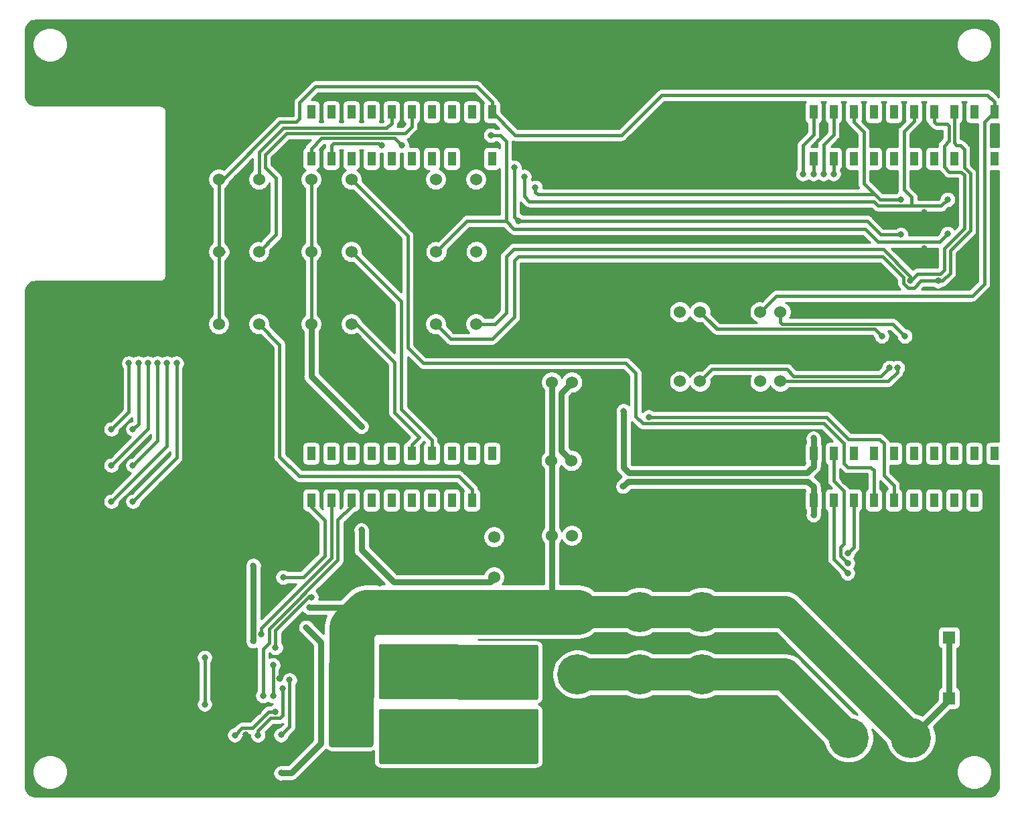
<source format=gbr>
G04 #@! TF.GenerationSoftware,KiCad,Pcbnew,(5.1.5)-2*
G04 #@! TF.CreationDate,2020-02-26T09:46:14-06:00*
G04 #@! TF.ProjectId,ArmBoard_Hardware,41726d42-6f61-4726-945f-486172647761,rev?*
G04 #@! TF.SameCoordinates,Original*
G04 #@! TF.FileFunction,Copper,L2,Bot*
G04 #@! TF.FilePolarity,Positive*
%FSLAX46Y46*%
G04 Gerber Fmt 4.6, Leading zero omitted, Abs format (unit mm)*
G04 Created by KiCad (PCBNEW (5.1.5)-2) date 2020-02-26 09:46:14*
%MOMM*%
%LPD*%
G04 APERTURE LIST*
%ADD10C,5.080000*%
%ADD11C,1.524000*%
%ADD12R,0.990600X1.778000*%
%ADD13R,1.600000X1.600000*%
%ADD14C,1.600000*%
%ADD15C,0.800000*%
%ADD16C,0.381000*%
%ADD17C,4.104000*%
%ADD18C,0.762000*%
%ADD19C,5.710000*%
%ADD20C,0.254000*%
G04 APERTURE END LIST*
D10*
X108559000Y-113600000D03*
X108559000Y-121500000D03*
X108559000Y-129400000D03*
X124370500Y-113600000D03*
X124370500Y-121500000D03*
X124370500Y-129400000D03*
X116496500Y-113600000D03*
X116496500Y-121500000D03*
X116496500Y-129400000D03*
X150749000Y-129540000D03*
X142875000Y-129540000D03*
X135001000Y-129540000D03*
D11*
X80010000Y-77216000D03*
X77470000Y-77216000D03*
X74930000Y-77216000D03*
D12*
X97790000Y-50393600D03*
X74930000Y-99466400D03*
X77470000Y-99466400D03*
X85090000Y-99466400D03*
X87630000Y-56286400D03*
X82550000Y-99466400D03*
X80010000Y-99466400D03*
X82550000Y-50393600D03*
X77470000Y-56286400D03*
X87630000Y-99466400D03*
X90170000Y-99466400D03*
X77470000Y-50393600D03*
X82550000Y-56286400D03*
X85090000Y-56286400D03*
X97790000Y-56286400D03*
X95250000Y-56286400D03*
X92710000Y-56286400D03*
X90170000Y-56286400D03*
X80010000Y-56286400D03*
X74930000Y-56286400D03*
X95250000Y-50393600D03*
X92710000Y-50393600D03*
X90170000Y-50393600D03*
X87630000Y-50393600D03*
X85090000Y-50393600D03*
X80010000Y-50393600D03*
X74930000Y-50393600D03*
X97790000Y-93573600D03*
X95250000Y-93573600D03*
X92710000Y-93573600D03*
X90170000Y-93573600D03*
X87630000Y-93573600D03*
X85090000Y-93573600D03*
X82550000Y-93573600D03*
X80010000Y-93573600D03*
X77470000Y-93573600D03*
X74930000Y-93573600D03*
X97790000Y-99466400D03*
X95250000Y-99466400D03*
X92710000Y-99466400D03*
X161290000Y-56286400D03*
X158750000Y-56286400D03*
X156210000Y-56286400D03*
X153670000Y-56286400D03*
X151130000Y-56286400D03*
X148590000Y-56286400D03*
X146050000Y-56286400D03*
X143510000Y-56286400D03*
X140970000Y-56286400D03*
X138430000Y-56286400D03*
X161290000Y-50393600D03*
X158750000Y-50393600D03*
X156210000Y-50393600D03*
X153670000Y-50393600D03*
X151130000Y-50393600D03*
X148590000Y-50393600D03*
X146050000Y-50393600D03*
X143510000Y-50393600D03*
X140970000Y-50393600D03*
X138430000Y-50393600D03*
X161290000Y-93573600D03*
X158750000Y-93573600D03*
X156210000Y-93573600D03*
X153670000Y-93573600D03*
X151130000Y-93573600D03*
X148590000Y-93573600D03*
X146050000Y-93573600D03*
X143510000Y-93573600D03*
X140970000Y-93573600D03*
X138430000Y-93573600D03*
X161290000Y-99466400D03*
X158750000Y-99466400D03*
X156210000Y-99466400D03*
X153670000Y-99466400D03*
X151130000Y-99466400D03*
X148590000Y-99466400D03*
X146050000Y-99466400D03*
X143510000Y-99466400D03*
X140970000Y-99466400D03*
X138430000Y-99466400D03*
D11*
X98044000Y-104140000D03*
X98044000Y-106680000D03*
X98044000Y-109220000D03*
X95758000Y-77216000D03*
X93218000Y-77216000D03*
X90678000Y-77216000D03*
X80010000Y-68072000D03*
X77470000Y-68072000D03*
X74930000Y-68072000D03*
X63246000Y-77216000D03*
X65786000Y-77216000D03*
X68326000Y-77216000D03*
X124079000Y-84455000D03*
X121539000Y-84455000D03*
D10*
X100621500Y-121500000D03*
X100621500Y-129400000D03*
D11*
X95758000Y-58928000D03*
X93218000Y-58928000D03*
X90678000Y-58928000D03*
X95821500Y-68072000D03*
X93281500Y-68072000D03*
X90741500Y-68072000D03*
X107823000Y-94488000D03*
X105283000Y-94488000D03*
X105346500Y-84582000D03*
X107886500Y-84582000D03*
X63246000Y-58928000D03*
X65786000Y-58928000D03*
X68326000Y-58928000D03*
X80010000Y-58928000D03*
X77470000Y-58928000D03*
X74930000Y-58928000D03*
X63246000Y-68072000D03*
X65786000Y-68072000D03*
X68326000Y-68072000D03*
X121539000Y-75692000D03*
X124079000Y-75692000D03*
X134239000Y-75692000D03*
X131699000Y-75692000D03*
X131699000Y-84455000D03*
X134239000Y-84455000D03*
X105346500Y-103949500D03*
X107886500Y-103949500D03*
D13*
X155575000Y-124523500D03*
D14*
X158075000Y-124523500D03*
X158075000Y-116840000D03*
D13*
X155575000Y-116840000D03*
D15*
X68199000Y-133985000D03*
X60198000Y-114681000D03*
X70929500Y-122047000D03*
X65278000Y-133985000D03*
X49784000Y-109982000D03*
X147066000Y-71628000D03*
X65455800Y-124028200D03*
X67589400Y-121920000D03*
X68262500Y-126238000D03*
X59309000Y-84074000D03*
X42799000Y-84074000D03*
X42799000Y-99568000D03*
X59309000Y-99568000D03*
X147066000Y-52578000D03*
X157861000Y-71628000D03*
X157861000Y-52578000D03*
X42672000Y-103505000D03*
X60198000Y-103505000D03*
X42672000Y-114681000D03*
X42672000Y-118745000D03*
X59436000Y-118745000D03*
X42672000Y-129921000D03*
X59436000Y-129921000D03*
X61468000Y-60706000D03*
X61468000Y-69850000D03*
X61468000Y-79248000D03*
X73152000Y-79248000D03*
X73152000Y-69850000D03*
X73152000Y-60706000D03*
X88900000Y-60706000D03*
X88900000Y-69850000D03*
X88900000Y-78994000D03*
X103505000Y-86360000D03*
X103505000Y-96266000D03*
X103505000Y-105791000D03*
X157861000Y-89662000D03*
X157861000Y-75438000D03*
X139446000Y-75438000D03*
X157861000Y-85852000D03*
X139446000Y-85852000D03*
X142367000Y-89662000D03*
X142367000Y-97155000D03*
X157861000Y-97155000D03*
X144907000Y-101219000D03*
X157861000Y-101219000D03*
X157861000Y-111887000D03*
X144907000Y-111887000D03*
X129857500Y-81343500D03*
X119697500Y-81343500D03*
X119697500Y-72580500D03*
X129857500Y-72580500D03*
X122809000Y-79502000D03*
X133032500Y-79502000D03*
X71882000Y-116586000D03*
X69659500Y-129184400D03*
X66700400Y-129171700D03*
X144399000Y-116967000D03*
X146177000Y-118745000D03*
X147955000Y-120523000D03*
X149733000Y-122301000D03*
X123507500Y-93662500D03*
X103759000Y-55372000D03*
X152463500Y-67627500D03*
X152463500Y-63119000D03*
X152463500Y-58610500D03*
X161290000Y-52705000D03*
X139700000Y-52705000D03*
X112522000Y-88201500D03*
X112522000Y-97726500D03*
X83566000Y-109982000D03*
X85090000Y-48387000D03*
X149987000Y-78740000D03*
X139700000Y-58229500D03*
X147066000Y-78740000D03*
X137096500Y-58229500D03*
X148018500Y-82740500D03*
X138430000Y-58229500D03*
X149034500Y-82740500D03*
X140970000Y-58229500D03*
X155384500Y-61468000D03*
X101854000Y-58577500D03*
X149479000Y-61468000D03*
X103251000Y-59944000D03*
X83820000Y-54610000D03*
X155384500Y-65786000D03*
X97663000Y-53340000D03*
X149479000Y-65913000D03*
X86360000Y-54610000D03*
X100584000Y-57404000D03*
X101092000Y-64198500D03*
X71120000Y-133985000D03*
X74295000Y-115570000D03*
X81280000Y-90170000D03*
X81280000Y-103251000D03*
X49669700Y-90500200D03*
X51879500Y-82169000D03*
X52400200Y-90500200D03*
X53086000Y-82169000D03*
X49669700Y-95072200D03*
X54292500Y-82169000D03*
X52400200Y-95072200D03*
X55499000Y-82169000D03*
X142748000Y-106172000D03*
X142748000Y-107442000D03*
X142748000Y-108712000D03*
X49669700Y-99644200D03*
X56705500Y-82169000D03*
X52400200Y-99644200D03*
X57912000Y-82169000D03*
X114363500Y-97726500D03*
X138430000Y-101346000D03*
X72199500Y-122222260D03*
X71132700Y-129171700D03*
X68199000Y-129184400D03*
X71310500Y-123253500D03*
X70104000Y-124218700D03*
X70104000Y-120332500D03*
X65278000Y-129184400D03*
X70396100Y-126238000D03*
X154178000Y-71755000D03*
X150685500Y-71755000D03*
X138430000Y-91655900D03*
X114427000Y-88201500D03*
X79438500Y-129032000D03*
X81724500Y-129032000D03*
X78295500Y-129032000D03*
X80581500Y-129032000D03*
X79438500Y-127254000D03*
X81724500Y-127254000D03*
X78295500Y-127254000D03*
X80581500Y-127254000D03*
X79438500Y-125158500D03*
X81724500Y-125158500D03*
X78295500Y-125158500D03*
X80581500Y-125158500D03*
X79438500Y-123063000D03*
X81724500Y-123063000D03*
X78295500Y-123063000D03*
X80581500Y-123063000D03*
X81724500Y-121221500D03*
X80581500Y-121221500D03*
X79438500Y-121221500D03*
X78295500Y-121221500D03*
X81153000Y-122047000D03*
X78867000Y-122047000D03*
X80010000Y-122047000D03*
X82296000Y-122047000D03*
X77724000Y-122047000D03*
X81153000Y-129921000D03*
X78867000Y-129921000D03*
X80010000Y-129921000D03*
X82296000Y-129921000D03*
X77724000Y-129921000D03*
X81153000Y-128143000D03*
X78867000Y-128143000D03*
X80010000Y-128143000D03*
X82296000Y-128143000D03*
X77724000Y-128143000D03*
X81153000Y-126365000D03*
X78867000Y-126365000D03*
X80010000Y-126365000D03*
X82296000Y-126365000D03*
X77724000Y-126365000D03*
X81153000Y-120396000D03*
X78867000Y-120396000D03*
X80010000Y-120396000D03*
X82296000Y-120396000D03*
X77724000Y-120396000D03*
X77724000Y-124079000D03*
X81153000Y-124079000D03*
X78867000Y-124079000D03*
X82296000Y-124079000D03*
X80010000Y-124079000D03*
X74676000Y-113030000D03*
X67627500Y-117284500D03*
X67627500Y-107759500D03*
X117602000Y-88963500D03*
X88011000Y-123063000D03*
X86741000Y-123063000D03*
X85471000Y-121158000D03*
X85471000Y-119126000D03*
X86106000Y-123952000D03*
X84836000Y-123952000D03*
X84836000Y-122174000D03*
X86106000Y-120142000D03*
X87376000Y-120142000D03*
X84201000Y-121158000D03*
X88011000Y-121158000D03*
X87376000Y-123952000D03*
X86741000Y-121158000D03*
X86741000Y-119126000D03*
X86106000Y-122174000D03*
X84836000Y-120142000D03*
X87376000Y-122174000D03*
X84201000Y-123063000D03*
X85471000Y-123063000D03*
X84201000Y-119126000D03*
X88011000Y-119126000D03*
X87376000Y-118110000D03*
X86106000Y-118110000D03*
X84836000Y-118110000D03*
X61468000Y-119380000D03*
X61468000Y-125285500D03*
X88011000Y-131318000D03*
X86741000Y-131318000D03*
X85471000Y-131318000D03*
X84201000Y-131318000D03*
X84201000Y-129286000D03*
X85471000Y-129286000D03*
X86741000Y-129286000D03*
X88011000Y-129286000D03*
X88011000Y-127381000D03*
X86741000Y-127381000D03*
X85471000Y-127381000D03*
X84201000Y-127381000D03*
X87376000Y-132334000D03*
X86106000Y-132334000D03*
X84836000Y-132334000D03*
X87376000Y-130302000D03*
X86106000Y-130302000D03*
X84836000Y-130302000D03*
X87376000Y-128270000D03*
X86106000Y-128270000D03*
X84836000Y-128270000D03*
X87376000Y-126492000D03*
X84836000Y-126492000D03*
X86106000Y-126492000D03*
X68834000Y-124206000D03*
X70421500Y-118122700D03*
X74930000Y-111760000D03*
X71374000Y-109220000D03*
X68643500Y-116459000D03*
D16*
X66167000Y-67691000D02*
X65786000Y-68072000D01*
X77089000Y-67691000D02*
X77470000Y-68072000D01*
X77851000Y-67691000D02*
X77470000Y-68072000D01*
D17*
X134861000Y-129400000D02*
X135001000Y-129540000D01*
X117449000Y-129400000D02*
X108559000Y-129400000D01*
X126339000Y-129400000D02*
X117449000Y-129400000D01*
X126339000Y-129400000D02*
X134861000Y-129400000D01*
D16*
X139700000Y-54546500D02*
X139700000Y-58229500D01*
X140970000Y-50393600D02*
X140970000Y-53276500D01*
X140970000Y-53276500D02*
X139700000Y-54546500D01*
X134239000Y-76962000D02*
X134239000Y-75692000D01*
X134493000Y-77216000D02*
X134239000Y-76962000D01*
X149987000Y-78740000D02*
X148463000Y-77216000D01*
X148463000Y-77216000D02*
X134493000Y-77216000D01*
X124079000Y-75692000D02*
X124587000Y-75692000D01*
X138430000Y-50393600D02*
X138430000Y-52705000D01*
X138430000Y-53276500D02*
X138430000Y-50393600D01*
X137096500Y-54610000D02*
X138430000Y-53276500D01*
X137096500Y-58229500D02*
X137096500Y-54610000D01*
X124079000Y-75692000D02*
X126184010Y-77797010D01*
X146177000Y-77851000D02*
X147066000Y-78740000D01*
X126238000Y-77851000D02*
X146177000Y-77851000D01*
X124079000Y-75692000D02*
X126238000Y-77851000D01*
X138430000Y-58229500D02*
X138430000Y-56286400D01*
X124079000Y-84455000D02*
X125603000Y-82931000D01*
X125603000Y-82931000D02*
X135064500Y-82931000D01*
X146939000Y-83820000D02*
X148018500Y-82740500D01*
X135953500Y-83820000D02*
X146939000Y-83820000D01*
X135064500Y-82931000D02*
X135953500Y-83820000D01*
X140970000Y-56286400D02*
X140970000Y-58229500D01*
X149034500Y-83306185D02*
X149034500Y-82740500D01*
X147885685Y-84455000D02*
X149034500Y-83306185D01*
X134239000Y-84455000D02*
X147885685Y-84455000D01*
X155384500Y-61468000D02*
X155384500Y-61468000D01*
X154571700Y-62280800D02*
X155384500Y-61468000D01*
X150825200Y-62280800D02*
X150825200Y-61163200D01*
X150825200Y-62280800D02*
X154571700Y-62280800D01*
X150825200Y-61163200D02*
X149860000Y-60198000D01*
X149860000Y-60198000D02*
X149860000Y-52832000D01*
X149860000Y-52832000D02*
X151130000Y-51562000D01*
X151130000Y-51562000D02*
X151130000Y-50393600D01*
X146075400Y-61722000D02*
X102489000Y-61722000D01*
X102489000Y-61722000D02*
X101854000Y-61087000D01*
X150825200Y-62280800D02*
X146634200Y-62280800D01*
X101854000Y-61087000D02*
X101854000Y-58577500D01*
X146634200Y-62280800D02*
X146075400Y-61722000D01*
X149479000Y-61468000D02*
X149479000Y-61468000D01*
X148336000Y-61468000D02*
X149479000Y-61468000D01*
X148336000Y-61468000D02*
X148590000Y-61468000D01*
X148336000Y-61468000D02*
X146812000Y-61468000D01*
X146812000Y-61468000D02*
X146177000Y-60833000D01*
X146177000Y-60833000D02*
X123380500Y-60833000D01*
X116776500Y-60833000D02*
X123380500Y-60833000D01*
X123380500Y-60833000D02*
X123571000Y-60833000D01*
X143510000Y-51663600D02*
X143510000Y-50393600D01*
X144780000Y-52933600D02*
X143510000Y-51663600D01*
X144780000Y-59436000D02*
X144780000Y-52933600D01*
X146177000Y-60833000D02*
X144780000Y-59436000D01*
X103574315Y-60833000D02*
X116776500Y-60833000D01*
X103251000Y-59944000D02*
X103251000Y-60509685D01*
X103251000Y-60509685D02*
X103574315Y-60833000D01*
X77470000Y-54610000D02*
X77470000Y-56286400D01*
X77724000Y-54356000D02*
X77470000Y-54610000D01*
X83439000Y-54356000D02*
X77724000Y-54356000D01*
X83693000Y-54610000D02*
X83439000Y-54356000D01*
X83820000Y-54610000D02*
X83693000Y-54610000D01*
X98806000Y-53340000D02*
X97663000Y-53340000D01*
X99568000Y-54102000D02*
X98806000Y-53340000D01*
X99568000Y-59499500D02*
X99568000Y-54102000D01*
X99568000Y-59690000D02*
X99568000Y-59499500D01*
X154368500Y-66802000D02*
X155384500Y-65786000D01*
X99568000Y-64198500D02*
X100581093Y-65211593D01*
X100581093Y-65211593D02*
X145031093Y-65211593D01*
X145031093Y-65211593D02*
X146621500Y-66802000D01*
X146621500Y-66802000D02*
X154368500Y-66802000D01*
X99568000Y-59499500D02*
X99568000Y-64198500D01*
X99568000Y-64198500D02*
X94615000Y-64198500D01*
X94615000Y-64198500D02*
X90741500Y-68072000D01*
X74930000Y-56286400D02*
X74955400Y-56286400D01*
X74930000Y-55016400D02*
X76225400Y-53721000D01*
X74930000Y-56286400D02*
X74930000Y-55016400D01*
X76225400Y-53721000D02*
X77724000Y-53721000D01*
X77724000Y-53721000D02*
X77851000Y-53721000D01*
X77851000Y-53721000D02*
X84328000Y-53721000D01*
X84328000Y-53721000D02*
X85471000Y-53721000D01*
X85471000Y-53721000D02*
X86360000Y-54610000D01*
X86360000Y-54610000D02*
X86360000Y-54610000D01*
X146939000Y-65913000D02*
X145225271Y-64199271D01*
X100584000Y-59182000D02*
X100584000Y-57404000D01*
X149479000Y-65913000D02*
X146939000Y-65913000D01*
X145225271Y-64199271D02*
X115126271Y-64199271D01*
X101092000Y-64198500D02*
X101092000Y-64198500D01*
X115126271Y-64199271D02*
X115125500Y-64198500D01*
X115125500Y-64198500D02*
X101092000Y-64198500D01*
X100584000Y-63690500D02*
X100584000Y-59182000D01*
X101092000Y-64198500D02*
X100584000Y-63690500D01*
D18*
X161290000Y-50393600D02*
X161290000Y-50393600D01*
X161290000Y-50393600D02*
X161290000Y-50800000D01*
X161290000Y-50393600D02*
X161290000Y-50546000D01*
X161290000Y-50393600D02*
X161290000Y-50393600D01*
D16*
X74930000Y-59055000D02*
X74930000Y-58674000D01*
X74930000Y-68072000D02*
X74930000Y-58674000D01*
X63246000Y-68072000D02*
X63246000Y-68199000D01*
X74930000Y-68199000D02*
X74930000Y-68072000D01*
X63300702Y-68126702D02*
X63246000Y-68072000D01*
X63246000Y-68072000D02*
X63881000Y-68072000D01*
X63246000Y-59751630D02*
X63246000Y-77470000D01*
X63246000Y-58674000D02*
X63246000Y-59751630D01*
X74930000Y-59751630D02*
X74930000Y-77470000D01*
X74930000Y-58674000D02*
X74930000Y-59751630D01*
X161290000Y-50787300D02*
X161290000Y-50393600D01*
X114173000Y-53340000D02*
X101600000Y-53340000D01*
X161290000Y-50393600D02*
X161290000Y-49123600D01*
X119253000Y-48260000D02*
X114173000Y-53340000D01*
X160426400Y-48260000D02*
X119253000Y-48260000D01*
X160426400Y-48260000D02*
X161290000Y-49123600D01*
D18*
X76123800Y-130251200D02*
X76123800Y-117424200D01*
X72390000Y-133985000D02*
X73088500Y-133286500D01*
X71120000Y-133985000D02*
X72390000Y-133985000D01*
X73088500Y-133286500D02*
X76123800Y-130251200D01*
D16*
X101600000Y-53340000D02*
X100711000Y-53340000D01*
X97790000Y-50419000D02*
X97790000Y-50393600D01*
X100711000Y-53340000D02*
X97790000Y-50419000D01*
X158496000Y-73660000D02*
X133731000Y-73660000D01*
X161290000Y-50393600D02*
X160020000Y-51663600D01*
X133731000Y-73660000D02*
X131699000Y-75692000D01*
X160020000Y-72136000D02*
X158496000Y-73660000D01*
X160020000Y-51663600D02*
X160020000Y-72136000D01*
D18*
X74295000Y-115595400D02*
X76123800Y-117424200D01*
X74295000Y-115570000D02*
X74295000Y-115595400D01*
X74930000Y-83820000D02*
X81280000Y-90170000D01*
X74930000Y-77216000D02*
X74930000Y-83820000D01*
X81280000Y-105791000D02*
X84772500Y-109220000D01*
X81280000Y-103251000D02*
X81280000Y-105791000D01*
D16*
X97790000Y-49123600D02*
X97790000Y-50393600D01*
X95846900Y-47180500D02*
X97790000Y-49123600D01*
X75501500Y-47180500D02*
X95846900Y-47180500D01*
X75501500Y-47180500D02*
X73469500Y-49212500D01*
X73469500Y-49212500D02*
X73469500Y-51244500D01*
X73469500Y-51244500D02*
X73025000Y-51689000D01*
X73025000Y-51689000D02*
X70993000Y-51689000D01*
X63246000Y-59436000D02*
X63246000Y-59751630D01*
X70993000Y-51689000D02*
X63246000Y-59436000D01*
D18*
X98044000Y-109220000D02*
X98044000Y-109283500D01*
X98044000Y-109283500D02*
X97536000Y-109791500D01*
X85344000Y-109791500D02*
X84772500Y-109220000D01*
X97536000Y-109791500D02*
X85344000Y-109791500D01*
D16*
X51879500Y-88290400D02*
X49669700Y-90500200D01*
X51879500Y-82169000D02*
X51879500Y-88290400D01*
X85090000Y-51371500D02*
X85090000Y-50393600D01*
X85090000Y-51816000D02*
X85090000Y-50393600D01*
X84455000Y-52451000D02*
X85090000Y-51816000D01*
X71374000Y-52451000D02*
X84455000Y-52451000D01*
X68326000Y-58674000D02*
X68326000Y-55499000D01*
X68326000Y-55499000D02*
X71374000Y-52451000D01*
X53086000Y-89814400D02*
X52400200Y-90500200D01*
X53086000Y-82169000D02*
X53086000Y-89814400D01*
X80010000Y-58928000D02*
X87122000Y-66040000D01*
X87122000Y-66040000D02*
X87122000Y-78422500D01*
X87122000Y-80200500D02*
X89090500Y-82169000D01*
X114681000Y-82169000D02*
X115951000Y-83439000D01*
X87122000Y-78422500D02*
X87122000Y-80200500D01*
X89090500Y-82169000D02*
X114681000Y-82169000D01*
X115951000Y-83439000D02*
X115951000Y-88011000D01*
X146050000Y-95694500D02*
X146050000Y-99466400D01*
X142748000Y-95313500D02*
X145669000Y-95313500D01*
X142240000Y-94805500D02*
X142748000Y-95313500D01*
X115951000Y-88900000D02*
X116840000Y-89789000D01*
X115951000Y-88011000D02*
X115951000Y-88900000D01*
X139763500Y-89789000D02*
X142240000Y-92265500D01*
X145669000Y-95313500D02*
X146050000Y-95694500D01*
X116840000Y-89789000D02*
X139763500Y-89789000D01*
X142240000Y-92265500D02*
X142240000Y-94805500D01*
X87630000Y-51498500D02*
X87630000Y-50393600D01*
X49669700Y-95072200D02*
X49707800Y-95072200D01*
X54165500Y-82169000D02*
X54165500Y-82169000D01*
X54292500Y-90449400D02*
X49669700Y-95072200D01*
X54292500Y-90106500D02*
X54292500Y-90449400D01*
X54292500Y-90106500D02*
X54292500Y-88201500D01*
X54292500Y-82169000D02*
X54292500Y-83185000D01*
X54292500Y-88201500D02*
X54292500Y-83185000D01*
X54292500Y-83185000D02*
X54292500Y-82423000D01*
X68326000Y-68072000D02*
X70485000Y-65913000D01*
X85852000Y-53086000D02*
X86804500Y-53086000D01*
X85852000Y-53086000D02*
X86106000Y-53086000D01*
X72263000Y-53086000D02*
X85852000Y-53086000D01*
X87630000Y-52260500D02*
X87630000Y-50393600D01*
X86804500Y-53086000D02*
X87630000Y-52260500D01*
X70485000Y-65913000D02*
X70485000Y-58801000D01*
X70485000Y-58801000D02*
X69088000Y-57404000D01*
X71818500Y-53086000D02*
X72263000Y-53086000D01*
X69088000Y-55816500D02*
X71818500Y-53086000D01*
X69088000Y-57404000D02*
X69088000Y-55816500D01*
X52800199Y-94678500D02*
X55499000Y-91979699D01*
X55499000Y-91948000D02*
X55499000Y-86995000D01*
X52406499Y-95072200D02*
X52800199Y-94678500D01*
X52400200Y-95072200D02*
X52406499Y-95072200D01*
X55499000Y-82169000D02*
X55499000Y-82169000D01*
X55499000Y-82169000D02*
X55499000Y-82804000D01*
X55499000Y-86995000D02*
X55499000Y-82804000D01*
X55499000Y-82804000D02*
X55499000Y-82423000D01*
X80010000Y-68072000D02*
X86296500Y-74358500D01*
X86296500Y-74358500D02*
X86296500Y-88011000D01*
X86296500Y-88011000D02*
X90170000Y-91884500D01*
X90170000Y-91884500D02*
X90170000Y-93573600D01*
X143510000Y-105410000D02*
X142748000Y-106172000D01*
X143510000Y-99466400D02*
X143510000Y-105410000D01*
X142748000Y-107442000D02*
X141859000Y-106553000D01*
X141859000Y-106553000D02*
X141859000Y-105410000D01*
X141859000Y-105410000D02*
X142240000Y-105029000D01*
X142240000Y-105029000D02*
X142240000Y-98298000D01*
X140970000Y-97028000D02*
X140970000Y-93573600D01*
X142240000Y-98298000D02*
X140970000Y-97028000D01*
X140970000Y-106934000D02*
X142748000Y-108712000D01*
X140970000Y-99466400D02*
X140970000Y-106934000D01*
D17*
X117449000Y-121500000D02*
X126339000Y-121500000D01*
X108559000Y-121500000D02*
X117449000Y-121500000D01*
X126339000Y-121500000D02*
X134835000Y-121500000D01*
X134835000Y-121500000D02*
X142875000Y-129540000D01*
D16*
X56705500Y-82169000D02*
X56705500Y-82169000D01*
X50069699Y-99250500D02*
X56705500Y-92614699D01*
X49675999Y-99644200D02*
X50069699Y-99250500D01*
X49669700Y-99644200D02*
X49675999Y-99644200D01*
X56705500Y-82169000D02*
X56705500Y-82867500D01*
X56705500Y-92583000D02*
X56705500Y-82867500D01*
X56705500Y-82867500D02*
X56705500Y-82423000D01*
X70929500Y-79819500D02*
X70929500Y-93980000D01*
X73406000Y-96456500D02*
X93599000Y-96456500D01*
X68326000Y-77216000D02*
X70929500Y-79819500D01*
X95250000Y-98107500D02*
X95250000Y-99466400D01*
X70929500Y-93980000D02*
X73406000Y-96456500D01*
X93599000Y-96456500D02*
X95250000Y-98107500D01*
X52400200Y-99644200D02*
X55003700Y-97040700D01*
X55003700Y-97040700D02*
X55003700Y-97015300D01*
X55003700Y-97015300D02*
X57912000Y-94107000D01*
X57912000Y-82169000D02*
X57912000Y-82169000D01*
X57912000Y-82169000D02*
X57912000Y-83185000D01*
X57912000Y-94107000D02*
X57912000Y-83185000D01*
X57912000Y-83185000D02*
X57912000Y-82423000D01*
X80010000Y-77216000D02*
X80010000Y-77597000D01*
X87630000Y-92456000D02*
X87630000Y-93573600D01*
X80645000Y-77216000D02*
X85471000Y-82042000D01*
X80010000Y-77216000D02*
X80645000Y-77216000D01*
X88582500Y-91503500D02*
X87630000Y-92456000D01*
X85471000Y-82042000D02*
X85471000Y-88392000D01*
X85471000Y-88392000D02*
X88582500Y-91503500D01*
D18*
X106553000Y-85915500D02*
X107886500Y-84582000D01*
X107823000Y-94488000D02*
X106553000Y-93218000D01*
X106553000Y-93218000D02*
X106553000Y-85915500D01*
D16*
X138430000Y-101346000D02*
X138430000Y-101346000D01*
D18*
X137706100Y-97091500D02*
X124320300Y-97091500D01*
X138430000Y-99466400D02*
X138430000Y-97815400D01*
X138430000Y-97815400D02*
X137706100Y-97091500D01*
X138430000Y-99466400D02*
X138430000Y-101346000D01*
X114998500Y-97091500D02*
X114363500Y-97726500D01*
X124320300Y-97091500D02*
X114998500Y-97091500D01*
D16*
X72199500Y-122222260D02*
X72199500Y-122787945D01*
X72199500Y-126834900D02*
X72199500Y-128104900D01*
X72199500Y-122787945D02*
X72199500Y-126834900D01*
X72199500Y-128104900D02*
X71132700Y-129171700D01*
X71132700Y-129171700D02*
X71120000Y-129184400D01*
X68199000Y-129184400D02*
X68199000Y-128618715D01*
X71310500Y-126682500D02*
X71310500Y-126365000D01*
X70964499Y-127028501D02*
X71310500Y-126682500D01*
X71310500Y-123253500D02*
X71310500Y-126365000D01*
X69789213Y-127028501D02*
X68722607Y-128095107D01*
X70519999Y-127028501D02*
X69789213Y-127028501D01*
X68722607Y-128095107D02*
X68865215Y-127952500D01*
X68199000Y-128618715D02*
X68722607Y-128095107D01*
X70519999Y-127028501D02*
X70964499Y-127028501D01*
X70104000Y-120332500D02*
X70104000Y-124206000D01*
X66192400Y-128270000D02*
X65278000Y-129184400D01*
X66192400Y-128270000D02*
X67500500Y-128270000D01*
X67500500Y-128270000D02*
X69532500Y-126238000D01*
X69532500Y-126238000D02*
X70396100Y-126238000D01*
X154178000Y-71755000D02*
X154178000Y-71755000D01*
X158242000Y-58166000D02*
X157480000Y-57404000D01*
X158242000Y-65405000D02*
X158242000Y-58166000D01*
X154178000Y-71755000D02*
X154743685Y-71755000D01*
X154743685Y-71755000D02*
X155702000Y-70796685D01*
X155702000Y-70796685D02*
X155702000Y-67945000D01*
X155702000Y-67945000D02*
X158242000Y-65405000D01*
X157480000Y-55372000D02*
X157480000Y-55118000D01*
X157480000Y-57404000D02*
X157480000Y-55372000D01*
X157480000Y-55118000D02*
X156972000Y-54610000D01*
X156972000Y-54610000D02*
X156527500Y-54610000D01*
X156210000Y-54292500D02*
X156210000Y-52514500D01*
X156210000Y-50393600D02*
X156210000Y-52514500D01*
X156527500Y-54610000D02*
X156210000Y-54292500D01*
X156210000Y-52514500D02*
X156210000Y-52578000D01*
X152019000Y-71755000D02*
X154178000Y-71755000D01*
X97790000Y-79121000D02*
X100584000Y-76327000D01*
X90678000Y-77216000D02*
X92583000Y-79121000D01*
X100584000Y-69215000D02*
X101092000Y-68707000D01*
X150404558Y-72644000D02*
X151130000Y-72644000D01*
X100584000Y-76327000D02*
X100584000Y-69215000D01*
X147193000Y-68707000D02*
X149796500Y-71310500D01*
X92583000Y-79121000D02*
X97790000Y-79121000D01*
X101092000Y-68707000D02*
X147193000Y-68707000D01*
X149796500Y-72035942D02*
X150404558Y-72644000D01*
X149796500Y-71310500D02*
X149796500Y-72035942D01*
X151130000Y-72644000D02*
X152019000Y-71755000D01*
X145669000Y-67754500D02*
X145923000Y-67754500D01*
X147250685Y-67754500D02*
X146812000Y-67754500D01*
X150685500Y-71189315D02*
X147250685Y-67754500D01*
X145923000Y-67754500D02*
X146812000Y-67754500D01*
X150685500Y-71755000D02*
X150685500Y-71189315D01*
X150685500Y-71189315D02*
X150685500Y-71183500D01*
X99568000Y-68707000D02*
X99568000Y-75819000D01*
X145923000Y-67754500D02*
X100520500Y-67754500D01*
X100520500Y-67754500D02*
X99568000Y-68707000D01*
X98171000Y-77216000D02*
X99568000Y-75819000D01*
X95758000Y-77216000D02*
X98171000Y-77216000D01*
X151225250Y-71215250D02*
X150685500Y-71755000D01*
X151574500Y-70866000D02*
X151225250Y-71215250D01*
X155575000Y-57975500D02*
X157099000Y-57975500D01*
X154940000Y-57340500D02*
X155575000Y-57975500D01*
X157480000Y-65151000D02*
X154940000Y-67691000D01*
X153670000Y-50393600D02*
X153670000Y-51244500D01*
X157099000Y-57975500D02*
X157480000Y-58356500D01*
X157480000Y-58356500D02*
X157480000Y-65151000D01*
X154940000Y-67691000D02*
X154940000Y-70358000D01*
X154940000Y-70358000D02*
X154432000Y-70866000D01*
X154432000Y-70866000D02*
X151574500Y-70866000D01*
X153670000Y-50393600D02*
X153670000Y-51625500D01*
X153670000Y-51625500D02*
X153987500Y-51943000D01*
X155321000Y-51943000D02*
X155575000Y-52197000D01*
X153987500Y-51943000D02*
X155321000Y-51943000D01*
X155575000Y-52197000D02*
X155575000Y-54038500D01*
X154940000Y-54673500D02*
X154940000Y-57340500D01*
X155575000Y-54038500D02*
X154940000Y-54673500D01*
D18*
X138430000Y-91655900D02*
X138430000Y-91655900D01*
X138430000Y-95224600D02*
X138430000Y-93573600D01*
X137642600Y-96012000D02*
X138099800Y-95554800D01*
X134175500Y-96012000D02*
X137642600Y-96012000D01*
X138099800Y-95554800D02*
X138430000Y-95224600D01*
X138430000Y-91655900D02*
X138430000Y-93535500D01*
X122936000Y-96012000D02*
X122745500Y-96012000D01*
X134175500Y-96012000D02*
X122936000Y-96012000D01*
X122936000Y-96012000D02*
X115062000Y-96012000D01*
X115062000Y-96012000D02*
X114427000Y-95377000D01*
X114427000Y-88201500D02*
X114427000Y-95377000D01*
X105346500Y-113214154D02*
X105540173Y-113407827D01*
X105346500Y-103949500D02*
X105346500Y-113214154D01*
X105346500Y-103949500D02*
X105346500Y-84582000D01*
X79635346Y-113030000D02*
X80013173Y-113407827D01*
X81794346Y-113030000D02*
X82172173Y-113407827D01*
X76200000Y-113030000D02*
X81794346Y-113030000D01*
X76200000Y-113030000D02*
X79635346Y-113030000D01*
X74676000Y-113030000D02*
X76200000Y-113030000D01*
D19*
X80010000Y-115570000D02*
X80010000Y-124079000D01*
X81980000Y-113600000D02*
X80010000Y-115570000D01*
D18*
X155575000Y-124714000D02*
X150749000Y-129540000D01*
X155575000Y-116840000D02*
X155575000Y-124714000D01*
D19*
X108559000Y-113600000D02*
X81980000Y-113600000D01*
D17*
X150749000Y-129540000D02*
X134809000Y-113600000D01*
X134809000Y-113600000D02*
X126339000Y-113600000D01*
X108559000Y-113600000D02*
X117449000Y-113600000D01*
X117449000Y-113600000D02*
X126339000Y-113600000D01*
D18*
X67627500Y-117284500D02*
X67627500Y-107759500D01*
X67627500Y-107759500D02*
X67627500Y-107759500D01*
D16*
X117602000Y-88963500D02*
X140081000Y-88963500D01*
X140081000Y-88963500D02*
X142875000Y-91757500D01*
X142875000Y-91757500D02*
X146748500Y-91757500D01*
X146748500Y-91757500D02*
X147320000Y-92329000D01*
X147320000Y-92329000D02*
X147320000Y-96329500D01*
X148590000Y-97599500D02*
X148590000Y-99466400D01*
X147320000Y-96329500D02*
X148590000Y-97599500D01*
X61468000Y-119380000D02*
X61468000Y-119945685D01*
X61468000Y-119945685D02*
X61468000Y-125285500D01*
X61468000Y-125285500D02*
X61468000Y-125285500D01*
X80035400Y-100203000D02*
X80035400Y-100139500D01*
X68834000Y-118300500D02*
X68834000Y-124206000D01*
X80010000Y-99466400D02*
X80010000Y-100266500D01*
X78289150Y-101987350D02*
X78289150Y-107067350D01*
X78289150Y-107067350D02*
X69596000Y-115760500D01*
X80010000Y-100266500D02*
X78289150Y-101987350D01*
X69596000Y-115760500D02*
X69596000Y-117538500D01*
X69596000Y-117538500D02*
X68834000Y-118300500D01*
X70421500Y-118122700D02*
X70421500Y-118135400D01*
X70421500Y-117557015D02*
X70421500Y-115887500D01*
X70421500Y-118122700D02*
X70421500Y-117557015D01*
X70421500Y-115887500D02*
X74676000Y-111633000D01*
X74930000Y-100203000D02*
X74930000Y-99466400D01*
X76644500Y-102044500D02*
X74930000Y-100330000D01*
X71374000Y-109220000D02*
X73914000Y-109220000D01*
X74930000Y-100330000D02*
X74930000Y-99466400D01*
X76644500Y-106489500D02*
X76644500Y-102044500D01*
X73914000Y-109220000D02*
X76644500Y-106489500D01*
X77495400Y-100076000D02*
X77495400Y-100203000D01*
X77470000Y-106807000D02*
X76041250Y-108235750D01*
X77470000Y-99466400D02*
X77470000Y-106807000D01*
X76041250Y-108235750D02*
X68643500Y-115633500D01*
X68643500Y-115633500D02*
X68643500Y-116459000D01*
X68643500Y-116459000D02*
X68643500Y-116459000D01*
X82575400Y-99466400D02*
X82550000Y-99466400D01*
X80010000Y-56286400D02*
X80010000Y-56388000D01*
D20*
G36*
X160784118Y-38838518D02*
G01*
X161030477Y-38912897D01*
X161257698Y-39033713D01*
X161457128Y-39196363D01*
X161621164Y-39394650D01*
X161743564Y-39621023D01*
X161819663Y-39866860D01*
X161850001Y-40155511D01*
X161850001Y-48515278D01*
X161845044Y-48511211D01*
X161038797Y-47704965D01*
X161012941Y-47673459D01*
X160887242Y-47570301D01*
X160743834Y-47493647D01*
X160588226Y-47446444D01*
X160466953Y-47434500D01*
X160466950Y-47434500D01*
X160426400Y-47430506D01*
X160385850Y-47434500D01*
X119293550Y-47434500D01*
X119253000Y-47430506D01*
X119212449Y-47434500D01*
X119212447Y-47434500D01*
X119091174Y-47446444D01*
X118935566Y-47493647D01*
X118792157Y-47570301D01*
X118697958Y-47647608D01*
X118697957Y-47647609D01*
X118666459Y-47673459D01*
X118640611Y-47704955D01*
X113831068Y-52514500D01*
X101052934Y-52514500D01*
X98923372Y-50384940D01*
X98923372Y-49504600D01*
X98911112Y-49380118D01*
X98874802Y-49260420D01*
X98815837Y-49150106D01*
X98736485Y-49053415D01*
X98639794Y-48974063D01*
X98600992Y-48953323D01*
X98556353Y-48806166D01*
X98479699Y-48662758D01*
X98376541Y-48537059D01*
X98345041Y-48511208D01*
X96459298Y-46625466D01*
X96433441Y-46593959D01*
X96307742Y-46490801D01*
X96164334Y-46414147D01*
X96008726Y-46366944D01*
X95887453Y-46355000D01*
X95887450Y-46355000D01*
X95846900Y-46351006D01*
X95806350Y-46355000D01*
X75542050Y-46355000D01*
X75501500Y-46351006D01*
X75460949Y-46355000D01*
X75460947Y-46355000D01*
X75339674Y-46366944D01*
X75184066Y-46414147D01*
X75040657Y-46490801D01*
X74979096Y-46541323D01*
X74914959Y-46593959D01*
X74889106Y-46625461D01*
X72914466Y-48600102D01*
X72882959Y-48625959D01*
X72814204Y-48709738D01*
X72779801Y-48751658D01*
X72718195Y-48866915D01*
X72703147Y-48895067D01*
X72655944Y-49050675D01*
X72644000Y-49171947D01*
X72640006Y-49212500D01*
X72644000Y-49253051D01*
X72644001Y-50863500D01*
X71033542Y-50863500D01*
X70992999Y-50859507D01*
X70952456Y-50863500D01*
X70952447Y-50863500D01*
X70831174Y-50875444D01*
X70675566Y-50922647D01*
X70556096Y-50986506D01*
X70532156Y-50999302D01*
X70483833Y-51038960D01*
X70406459Y-51102459D01*
X70380608Y-51133959D01*
X63848928Y-57665640D01*
X63653490Y-57584686D01*
X63383592Y-57531000D01*
X63108408Y-57531000D01*
X62838510Y-57584686D01*
X62584273Y-57689995D01*
X62355465Y-57842880D01*
X62160880Y-58037465D01*
X62007995Y-58266273D01*
X61902686Y-58520510D01*
X61849000Y-58790408D01*
X61849000Y-59065592D01*
X61902686Y-59335490D01*
X62007995Y-59589727D01*
X62160880Y-59818535D01*
X62355465Y-60013120D01*
X62420500Y-60056575D01*
X62420500Y-66943425D01*
X62355465Y-66986880D01*
X62160880Y-67181465D01*
X62007995Y-67410273D01*
X61902686Y-67664510D01*
X61849000Y-67934408D01*
X61849000Y-68209592D01*
X61902686Y-68479490D01*
X62007995Y-68733727D01*
X62160880Y-68962535D01*
X62355465Y-69157120D01*
X62420501Y-69200575D01*
X62420501Y-76087424D01*
X62355465Y-76130880D01*
X62160880Y-76325465D01*
X62007995Y-76554273D01*
X61902686Y-76808510D01*
X61849000Y-77078408D01*
X61849000Y-77353592D01*
X61902686Y-77623490D01*
X62007995Y-77877727D01*
X62160880Y-78106535D01*
X62355465Y-78301120D01*
X62584273Y-78454005D01*
X62838510Y-78559314D01*
X63108408Y-78613000D01*
X63383592Y-78613000D01*
X63653490Y-78559314D01*
X63907727Y-78454005D01*
X64136535Y-78301120D01*
X64331120Y-78106535D01*
X64484005Y-77877727D01*
X64589314Y-77623490D01*
X64643000Y-77353592D01*
X64643000Y-77078408D01*
X66929000Y-77078408D01*
X66929000Y-77353592D01*
X66982686Y-77623490D01*
X67087995Y-77877727D01*
X67240880Y-78106535D01*
X67435465Y-78301120D01*
X67664273Y-78454005D01*
X67918510Y-78559314D01*
X68188408Y-78613000D01*
X68463592Y-78613000D01*
X68540308Y-78597740D01*
X70104000Y-80161433D01*
X70104001Y-93939439D01*
X70100006Y-93980000D01*
X70115945Y-94141826D01*
X70163147Y-94297433D01*
X70239801Y-94440842D01*
X70288306Y-94499945D01*
X70342960Y-94566541D01*
X70374461Y-94592393D01*
X72793611Y-97011545D01*
X72819459Y-97043041D01*
X72850955Y-97068889D01*
X72850958Y-97068892D01*
X72945157Y-97146199D01*
X73026777Y-97189826D01*
X73088566Y-97222853D01*
X73244174Y-97270056D01*
X73365447Y-97282000D01*
X73365449Y-97282000D01*
X73406000Y-97285994D01*
X73446550Y-97282000D01*
X93257068Y-97282000D01*
X94215040Y-98239974D01*
X94165198Y-98333220D01*
X94128888Y-98452918D01*
X94116628Y-98577400D01*
X94116628Y-100355400D01*
X94128888Y-100479882D01*
X94165198Y-100599580D01*
X94224163Y-100709894D01*
X94303515Y-100806585D01*
X94400206Y-100885937D01*
X94510520Y-100944902D01*
X94630218Y-100981212D01*
X94754700Y-100993472D01*
X95745300Y-100993472D01*
X95869782Y-100981212D01*
X95989480Y-100944902D01*
X96099794Y-100885937D01*
X96196485Y-100806585D01*
X96275837Y-100709894D01*
X96334802Y-100599580D01*
X96371112Y-100479882D01*
X96383372Y-100355400D01*
X96383372Y-98577400D01*
X96371112Y-98452918D01*
X96334802Y-98333220D01*
X96275837Y-98222906D01*
X96196485Y-98126215D01*
X96099794Y-98046863D01*
X96072062Y-98032039D01*
X96070341Y-98014570D01*
X96063556Y-97945674D01*
X96016353Y-97790066D01*
X95977672Y-97717699D01*
X95939699Y-97646657D01*
X95862392Y-97552458D01*
X95862389Y-97552455D01*
X95836541Y-97520959D01*
X95805046Y-97495112D01*
X94211398Y-95901466D01*
X94185541Y-95869959D01*
X94059842Y-95766801D01*
X93916434Y-95690147D01*
X93760826Y-95642944D01*
X93639553Y-95631000D01*
X93639550Y-95631000D01*
X93599000Y-95627006D01*
X93558450Y-95631000D01*
X73747934Y-95631000D01*
X71755000Y-93638068D01*
X71755000Y-92684600D01*
X73796628Y-92684600D01*
X73796628Y-94462600D01*
X73808888Y-94587082D01*
X73845198Y-94706780D01*
X73904163Y-94817094D01*
X73983515Y-94913785D01*
X74080206Y-94993137D01*
X74190520Y-95052102D01*
X74310218Y-95088412D01*
X74434700Y-95100672D01*
X75425300Y-95100672D01*
X75549782Y-95088412D01*
X75669480Y-95052102D01*
X75779794Y-94993137D01*
X75876485Y-94913785D01*
X75955837Y-94817094D01*
X76014802Y-94706780D01*
X76051112Y-94587082D01*
X76063372Y-94462600D01*
X76063372Y-92684600D01*
X76336628Y-92684600D01*
X76336628Y-94462600D01*
X76348888Y-94587082D01*
X76385198Y-94706780D01*
X76444163Y-94817094D01*
X76523515Y-94913785D01*
X76620206Y-94993137D01*
X76730520Y-95052102D01*
X76850218Y-95088412D01*
X76974700Y-95100672D01*
X77965300Y-95100672D01*
X78089782Y-95088412D01*
X78209480Y-95052102D01*
X78319794Y-94993137D01*
X78416485Y-94913785D01*
X78495837Y-94817094D01*
X78554802Y-94706780D01*
X78591112Y-94587082D01*
X78603372Y-94462600D01*
X78603372Y-92684600D01*
X78876628Y-92684600D01*
X78876628Y-94462600D01*
X78888888Y-94587082D01*
X78925198Y-94706780D01*
X78984163Y-94817094D01*
X79063515Y-94913785D01*
X79160206Y-94993137D01*
X79270520Y-95052102D01*
X79390218Y-95088412D01*
X79514700Y-95100672D01*
X80505300Y-95100672D01*
X80629782Y-95088412D01*
X80749480Y-95052102D01*
X80859794Y-94993137D01*
X80956485Y-94913785D01*
X81035837Y-94817094D01*
X81094802Y-94706780D01*
X81131112Y-94587082D01*
X81143372Y-94462600D01*
X81143372Y-92684600D01*
X81416628Y-92684600D01*
X81416628Y-94462600D01*
X81428888Y-94587082D01*
X81465198Y-94706780D01*
X81524163Y-94817094D01*
X81603515Y-94913785D01*
X81700206Y-94993137D01*
X81810520Y-95052102D01*
X81930218Y-95088412D01*
X82054700Y-95100672D01*
X83045300Y-95100672D01*
X83169782Y-95088412D01*
X83289480Y-95052102D01*
X83399794Y-94993137D01*
X83496485Y-94913785D01*
X83575837Y-94817094D01*
X83634802Y-94706780D01*
X83671112Y-94587082D01*
X83683372Y-94462600D01*
X83683372Y-92684600D01*
X83956628Y-92684600D01*
X83956628Y-94462600D01*
X83968888Y-94587082D01*
X84005198Y-94706780D01*
X84064163Y-94817094D01*
X84143515Y-94913785D01*
X84240206Y-94993137D01*
X84350520Y-95052102D01*
X84470218Y-95088412D01*
X84594700Y-95100672D01*
X85585300Y-95100672D01*
X85709782Y-95088412D01*
X85829480Y-95052102D01*
X85939794Y-94993137D01*
X86036485Y-94913785D01*
X86115837Y-94817094D01*
X86174802Y-94706780D01*
X86211112Y-94587082D01*
X86223372Y-94462600D01*
X86223372Y-92684600D01*
X86211112Y-92560118D01*
X86174802Y-92440420D01*
X86115837Y-92330106D01*
X86036485Y-92233415D01*
X85939794Y-92154063D01*
X85829480Y-92095098D01*
X85709782Y-92058788D01*
X85585300Y-92046528D01*
X84594700Y-92046528D01*
X84470218Y-92058788D01*
X84350520Y-92095098D01*
X84240206Y-92154063D01*
X84143515Y-92233415D01*
X84064163Y-92330106D01*
X84005198Y-92440420D01*
X83968888Y-92560118D01*
X83956628Y-92684600D01*
X83683372Y-92684600D01*
X83671112Y-92560118D01*
X83634802Y-92440420D01*
X83575837Y-92330106D01*
X83496485Y-92233415D01*
X83399794Y-92154063D01*
X83289480Y-92095098D01*
X83169782Y-92058788D01*
X83045300Y-92046528D01*
X82054700Y-92046528D01*
X81930218Y-92058788D01*
X81810520Y-92095098D01*
X81700206Y-92154063D01*
X81603515Y-92233415D01*
X81524163Y-92330106D01*
X81465198Y-92440420D01*
X81428888Y-92560118D01*
X81416628Y-92684600D01*
X81143372Y-92684600D01*
X81131112Y-92560118D01*
X81094802Y-92440420D01*
X81035837Y-92330106D01*
X80956485Y-92233415D01*
X80859794Y-92154063D01*
X80749480Y-92095098D01*
X80629782Y-92058788D01*
X80505300Y-92046528D01*
X79514700Y-92046528D01*
X79390218Y-92058788D01*
X79270520Y-92095098D01*
X79160206Y-92154063D01*
X79063515Y-92233415D01*
X78984163Y-92330106D01*
X78925198Y-92440420D01*
X78888888Y-92560118D01*
X78876628Y-92684600D01*
X78603372Y-92684600D01*
X78591112Y-92560118D01*
X78554802Y-92440420D01*
X78495837Y-92330106D01*
X78416485Y-92233415D01*
X78319794Y-92154063D01*
X78209480Y-92095098D01*
X78089782Y-92058788D01*
X77965300Y-92046528D01*
X76974700Y-92046528D01*
X76850218Y-92058788D01*
X76730520Y-92095098D01*
X76620206Y-92154063D01*
X76523515Y-92233415D01*
X76444163Y-92330106D01*
X76385198Y-92440420D01*
X76348888Y-92560118D01*
X76336628Y-92684600D01*
X76063372Y-92684600D01*
X76051112Y-92560118D01*
X76014802Y-92440420D01*
X75955837Y-92330106D01*
X75876485Y-92233415D01*
X75779794Y-92154063D01*
X75669480Y-92095098D01*
X75549782Y-92058788D01*
X75425300Y-92046528D01*
X74434700Y-92046528D01*
X74310218Y-92058788D01*
X74190520Y-92095098D01*
X74080206Y-92154063D01*
X73983515Y-92233415D01*
X73904163Y-92330106D01*
X73845198Y-92440420D01*
X73808888Y-92560118D01*
X73796628Y-92684600D01*
X71755000Y-92684600D01*
X71755000Y-79860050D01*
X71758994Y-79819499D01*
X71747967Y-79707540D01*
X71743056Y-79657674D01*
X71695853Y-79502066D01*
X71657171Y-79429698D01*
X71619199Y-79358657D01*
X71568677Y-79297096D01*
X71516041Y-79232959D01*
X71484541Y-79207108D01*
X69707740Y-77430308D01*
X69723000Y-77353592D01*
X69723000Y-77078408D01*
X69669314Y-76808510D01*
X69564005Y-76554273D01*
X69411120Y-76325465D01*
X69216535Y-76130880D01*
X68987727Y-75977995D01*
X68733490Y-75872686D01*
X68463592Y-75819000D01*
X68188408Y-75819000D01*
X67918510Y-75872686D01*
X67664273Y-75977995D01*
X67435465Y-76130880D01*
X67240880Y-76325465D01*
X67087995Y-76554273D01*
X66982686Y-76808510D01*
X66929000Y-77078408D01*
X64643000Y-77078408D01*
X64589314Y-76808510D01*
X64484005Y-76554273D01*
X64331120Y-76325465D01*
X64136535Y-76130880D01*
X64071500Y-76087425D01*
X64071500Y-69200575D01*
X64136535Y-69157120D01*
X64331120Y-68962535D01*
X64484005Y-68733727D01*
X64563664Y-68541414D01*
X64570699Y-68532842D01*
X64647353Y-68389434D01*
X64694556Y-68233826D01*
X64710494Y-68072000D01*
X64694556Y-67910174D01*
X64647353Y-67754566D01*
X64570699Y-67611158D01*
X64563664Y-67602586D01*
X64484005Y-67410273D01*
X64331120Y-67181465D01*
X64136535Y-66986880D01*
X64071500Y-66943425D01*
X64071500Y-60056575D01*
X64136535Y-60013120D01*
X64331120Y-59818535D01*
X64484005Y-59589727D01*
X64589314Y-59335490D01*
X64608029Y-59241403D01*
X67500501Y-56348932D01*
X67500500Y-57799425D01*
X67435465Y-57842880D01*
X67240880Y-58037465D01*
X67087995Y-58266273D01*
X66982686Y-58520510D01*
X66929000Y-58790408D01*
X66929000Y-59065592D01*
X66982686Y-59335490D01*
X67087995Y-59589727D01*
X67240880Y-59818535D01*
X67435465Y-60013120D01*
X67664273Y-60166005D01*
X67918510Y-60271314D01*
X68188408Y-60325000D01*
X68463592Y-60325000D01*
X68733490Y-60271314D01*
X68987727Y-60166005D01*
X69216535Y-60013120D01*
X69411120Y-59818535D01*
X69564005Y-59589727D01*
X69659501Y-59359181D01*
X69659500Y-65571067D01*
X68540308Y-66690260D01*
X68463592Y-66675000D01*
X68188408Y-66675000D01*
X67918510Y-66728686D01*
X67664273Y-66833995D01*
X67435465Y-66986880D01*
X67240880Y-67181465D01*
X67087995Y-67410273D01*
X66982686Y-67664510D01*
X66929000Y-67934408D01*
X66929000Y-68209592D01*
X66982686Y-68479490D01*
X67087995Y-68733727D01*
X67240880Y-68962535D01*
X67435465Y-69157120D01*
X67664273Y-69310005D01*
X67918510Y-69415314D01*
X68188408Y-69469000D01*
X68463592Y-69469000D01*
X68733490Y-69415314D01*
X68987727Y-69310005D01*
X69216535Y-69157120D01*
X69411120Y-68962535D01*
X69564005Y-68733727D01*
X69669314Y-68479490D01*
X69723000Y-68209592D01*
X69723000Y-67934408D01*
X69707740Y-67857692D01*
X71040041Y-66525392D01*
X71071541Y-66499541D01*
X71150560Y-66403256D01*
X71174699Y-66373843D01*
X71251353Y-66230434D01*
X71287188Y-66112301D01*
X71298556Y-66074826D01*
X71310500Y-65953553D01*
X71310500Y-65953551D01*
X71314494Y-65913001D01*
X71310500Y-65872450D01*
X71310500Y-58841542D01*
X71314493Y-58800999D01*
X71310500Y-58760456D01*
X71310500Y-58760447D01*
X71298556Y-58639174D01*
X71251353Y-58483566D01*
X71174699Y-58340158D01*
X71071541Y-58214459D01*
X71040039Y-58188606D01*
X69913500Y-57062068D01*
X69913500Y-56158432D01*
X72160433Y-53911500D01*
X74867468Y-53911500D01*
X74374961Y-54404007D01*
X74343460Y-54429859D01*
X74317609Y-54461359D01*
X74240301Y-54555558D01*
X74163647Y-54698967D01*
X74119009Y-54846122D01*
X74080206Y-54866863D01*
X73983515Y-54946215D01*
X73904163Y-55042906D01*
X73845198Y-55153220D01*
X73808888Y-55272918D01*
X73796628Y-55397400D01*
X73796628Y-57175400D01*
X73808888Y-57299882D01*
X73845198Y-57419580D01*
X73904163Y-57529894D01*
X73983515Y-57626585D01*
X74080206Y-57705937D01*
X74171435Y-57754700D01*
X74039465Y-57842880D01*
X73844880Y-58037465D01*
X73691995Y-58266273D01*
X73586686Y-58520510D01*
X73533000Y-58790408D01*
X73533000Y-59065592D01*
X73586686Y-59335490D01*
X73691995Y-59589727D01*
X73844880Y-59818535D01*
X74039465Y-60013120D01*
X74104500Y-60056575D01*
X74104500Y-66943425D01*
X74039465Y-66986880D01*
X73844880Y-67181465D01*
X73691995Y-67410273D01*
X73586686Y-67664510D01*
X73533000Y-67934408D01*
X73533000Y-68209592D01*
X73586686Y-68479490D01*
X73691995Y-68733727D01*
X73844880Y-68962535D01*
X74039465Y-69157120D01*
X74104501Y-69200575D01*
X74104501Y-76087424D01*
X74039465Y-76130880D01*
X73844880Y-76325465D01*
X73691995Y-76554273D01*
X73586686Y-76808510D01*
X73533000Y-77078408D01*
X73533000Y-77353592D01*
X73586686Y-77623490D01*
X73691995Y-77877727D01*
X73844880Y-78106535D01*
X73914000Y-78175655D01*
X73914001Y-83770088D01*
X73909085Y-83820000D01*
X73928702Y-84019170D01*
X73964578Y-84137434D01*
X73986799Y-84210687D01*
X74081141Y-84387190D01*
X74208105Y-84541896D01*
X74246868Y-84573708D01*
X80421956Y-90748797D01*
X80476063Y-90829774D01*
X80620226Y-90973937D01*
X80789744Y-91087205D01*
X80978102Y-91165226D01*
X81178061Y-91205000D01*
X81381939Y-91205000D01*
X81581898Y-91165226D01*
X81770256Y-91087205D01*
X81939774Y-90973937D01*
X82083937Y-90829774D01*
X82197205Y-90660256D01*
X82275226Y-90471898D01*
X82315000Y-90271939D01*
X82315000Y-90068061D01*
X82275226Y-89868102D01*
X82197205Y-89679744D01*
X82083937Y-89510226D01*
X81939774Y-89366063D01*
X81858797Y-89311956D01*
X75946000Y-83399160D01*
X75946000Y-78175655D01*
X76015120Y-78106535D01*
X76168005Y-77877727D01*
X76273314Y-77623490D01*
X76327000Y-77353592D01*
X76327000Y-77078408D01*
X76273314Y-76808510D01*
X76168005Y-76554273D01*
X76015120Y-76325465D01*
X75820535Y-76130880D01*
X75755500Y-76087425D01*
X75755500Y-69200575D01*
X75820535Y-69157120D01*
X76015120Y-68962535D01*
X76168005Y-68733727D01*
X76273314Y-68479490D01*
X76327000Y-68209592D01*
X76327000Y-67934408D01*
X76273314Y-67664510D01*
X76168005Y-67410273D01*
X76015120Y-67181465D01*
X75820535Y-66986880D01*
X75755500Y-66943425D01*
X75755500Y-60056575D01*
X75820535Y-60013120D01*
X76015120Y-59818535D01*
X76168005Y-59589727D01*
X76273314Y-59335490D01*
X76327000Y-59065592D01*
X76327000Y-58790408D01*
X76273314Y-58520510D01*
X76168005Y-58266273D01*
X76015120Y-58037465D01*
X75820535Y-57842880D01*
X75688565Y-57754700D01*
X75779794Y-57705937D01*
X75876485Y-57626585D01*
X75955837Y-57529894D01*
X76014802Y-57419580D01*
X76051112Y-57299882D01*
X76063372Y-57175400D01*
X76063372Y-55397400D01*
X76051112Y-55272918D01*
X76014802Y-55153220D01*
X75995926Y-55117906D01*
X76567333Y-54546500D01*
X76646760Y-54546500D01*
X76640506Y-54610000D01*
X76644500Y-54650551D01*
X76644500Y-54853877D01*
X76620206Y-54866863D01*
X76523515Y-54946215D01*
X76444163Y-55042906D01*
X76385198Y-55153220D01*
X76348888Y-55272918D01*
X76336628Y-55397400D01*
X76336628Y-57175400D01*
X76348888Y-57299882D01*
X76385198Y-57419580D01*
X76444163Y-57529894D01*
X76523515Y-57626585D01*
X76620206Y-57705937D01*
X76730520Y-57764902D01*
X76850218Y-57801212D01*
X76974700Y-57813472D01*
X77965300Y-57813472D01*
X78089782Y-57801212D01*
X78209480Y-57764902D01*
X78319794Y-57705937D01*
X78416485Y-57626585D01*
X78495837Y-57529894D01*
X78554802Y-57419580D01*
X78591112Y-57299882D01*
X78603372Y-57175400D01*
X78603372Y-55397400D01*
X78591112Y-55272918D01*
X78563381Y-55181500D01*
X78916619Y-55181500D01*
X78888888Y-55272918D01*
X78876628Y-55397400D01*
X78876628Y-57175400D01*
X78888888Y-57299882D01*
X78925198Y-57419580D01*
X78984163Y-57529894D01*
X79063515Y-57626585D01*
X79160206Y-57705937D01*
X79251435Y-57754700D01*
X79119465Y-57842880D01*
X78924880Y-58037465D01*
X78771995Y-58266273D01*
X78666686Y-58520510D01*
X78613000Y-58790408D01*
X78613000Y-59065592D01*
X78666686Y-59335490D01*
X78771995Y-59589727D01*
X78924880Y-59818535D01*
X79119465Y-60013120D01*
X79348273Y-60166005D01*
X79602510Y-60271314D01*
X79872408Y-60325000D01*
X80147592Y-60325000D01*
X80224308Y-60309740D01*
X86296500Y-66381934D01*
X86296501Y-73191067D01*
X81391740Y-68286308D01*
X81407000Y-68209592D01*
X81407000Y-67934408D01*
X81353314Y-67664510D01*
X81248005Y-67410273D01*
X81095120Y-67181465D01*
X80900535Y-66986880D01*
X80671727Y-66833995D01*
X80417490Y-66728686D01*
X80147592Y-66675000D01*
X79872408Y-66675000D01*
X79602510Y-66728686D01*
X79348273Y-66833995D01*
X79119465Y-66986880D01*
X78924880Y-67181465D01*
X78771995Y-67410273D01*
X78666686Y-67664510D01*
X78613000Y-67934408D01*
X78613000Y-68209592D01*
X78666686Y-68479490D01*
X78771995Y-68733727D01*
X78924880Y-68962535D01*
X79119465Y-69157120D01*
X79348273Y-69310005D01*
X79602510Y-69415314D01*
X79872408Y-69469000D01*
X80147592Y-69469000D01*
X80224308Y-69453740D01*
X85471000Y-74700434D01*
X85471000Y-80874567D01*
X81316807Y-76720375D01*
X81248005Y-76554273D01*
X81095120Y-76325465D01*
X80900535Y-76130880D01*
X80671727Y-75977995D01*
X80417490Y-75872686D01*
X80147592Y-75819000D01*
X79872408Y-75819000D01*
X79602510Y-75872686D01*
X79348273Y-75977995D01*
X79119465Y-76130880D01*
X78924880Y-76325465D01*
X78771995Y-76554273D01*
X78666686Y-76808510D01*
X78613000Y-77078408D01*
X78613000Y-77353592D01*
X78666686Y-77623490D01*
X78771995Y-77877727D01*
X78924880Y-78106535D01*
X79119465Y-78301120D01*
X79348273Y-78454005D01*
X79602510Y-78559314D01*
X79872408Y-78613000D01*
X80147592Y-78613000D01*
X80417490Y-78559314D01*
X80671727Y-78454005D01*
X80698011Y-78436443D01*
X84645500Y-82383934D01*
X84645501Y-88351440D01*
X84641506Y-88392000D01*
X84657445Y-88553826D01*
X84704647Y-88709433D01*
X84781301Y-88852842D01*
X84820003Y-88900000D01*
X84884460Y-88978541D01*
X84915961Y-89004393D01*
X87415067Y-91503500D01*
X87074966Y-91843602D01*
X87043459Y-91869459D01*
X86978949Y-91948066D01*
X86940301Y-91995158D01*
X86885427Y-92097821D01*
X86780206Y-92154063D01*
X86683515Y-92233415D01*
X86604163Y-92330106D01*
X86545198Y-92440420D01*
X86508888Y-92560118D01*
X86496628Y-92684600D01*
X86496628Y-94462600D01*
X86508888Y-94587082D01*
X86545198Y-94706780D01*
X86604163Y-94817094D01*
X86683515Y-94913785D01*
X86780206Y-94993137D01*
X86890520Y-95052102D01*
X87010218Y-95088412D01*
X87134700Y-95100672D01*
X88125300Y-95100672D01*
X88249782Y-95088412D01*
X88369480Y-95052102D01*
X88479794Y-94993137D01*
X88576485Y-94913785D01*
X88655837Y-94817094D01*
X88714802Y-94706780D01*
X88751112Y-94587082D01*
X88763372Y-94462600D01*
X88763372Y-92684600D01*
X88751112Y-92560118D01*
X88737660Y-92515773D01*
X89137548Y-92115885D01*
X89169040Y-92090040D01*
X89186650Y-92068583D01*
X89293800Y-92175733D01*
X89223515Y-92233415D01*
X89144163Y-92330106D01*
X89085198Y-92440420D01*
X89048888Y-92560118D01*
X89036628Y-92684600D01*
X89036628Y-94462600D01*
X89048888Y-94587082D01*
X89085198Y-94706780D01*
X89144163Y-94817094D01*
X89223515Y-94913785D01*
X89320206Y-94993137D01*
X89430520Y-95052102D01*
X89550218Y-95088412D01*
X89674700Y-95100672D01*
X90665300Y-95100672D01*
X90789782Y-95088412D01*
X90909480Y-95052102D01*
X91019794Y-94993137D01*
X91116485Y-94913785D01*
X91195837Y-94817094D01*
X91254802Y-94706780D01*
X91291112Y-94587082D01*
X91303372Y-94462600D01*
X91303372Y-92684600D01*
X91576628Y-92684600D01*
X91576628Y-94462600D01*
X91588888Y-94587082D01*
X91625198Y-94706780D01*
X91684163Y-94817094D01*
X91763515Y-94913785D01*
X91860206Y-94993137D01*
X91970520Y-95052102D01*
X92090218Y-95088412D01*
X92214700Y-95100672D01*
X93205300Y-95100672D01*
X93329782Y-95088412D01*
X93449480Y-95052102D01*
X93559794Y-94993137D01*
X93656485Y-94913785D01*
X93735837Y-94817094D01*
X93794802Y-94706780D01*
X93831112Y-94587082D01*
X93843372Y-94462600D01*
X93843372Y-92684600D01*
X94116628Y-92684600D01*
X94116628Y-94462600D01*
X94128888Y-94587082D01*
X94165198Y-94706780D01*
X94224163Y-94817094D01*
X94303515Y-94913785D01*
X94400206Y-94993137D01*
X94510520Y-95052102D01*
X94630218Y-95088412D01*
X94754700Y-95100672D01*
X95745300Y-95100672D01*
X95869782Y-95088412D01*
X95989480Y-95052102D01*
X96099794Y-94993137D01*
X96196485Y-94913785D01*
X96275837Y-94817094D01*
X96334802Y-94706780D01*
X96371112Y-94587082D01*
X96383372Y-94462600D01*
X96383372Y-92684600D01*
X96656628Y-92684600D01*
X96656628Y-94462600D01*
X96668888Y-94587082D01*
X96705198Y-94706780D01*
X96764163Y-94817094D01*
X96843515Y-94913785D01*
X96940206Y-94993137D01*
X97050520Y-95052102D01*
X97170218Y-95088412D01*
X97294700Y-95100672D01*
X98285300Y-95100672D01*
X98409782Y-95088412D01*
X98529480Y-95052102D01*
X98639794Y-94993137D01*
X98736485Y-94913785D01*
X98815837Y-94817094D01*
X98874802Y-94706780D01*
X98911112Y-94587082D01*
X98923372Y-94462600D01*
X98923372Y-92684600D01*
X98911112Y-92560118D01*
X98874802Y-92440420D01*
X98815837Y-92330106D01*
X98736485Y-92233415D01*
X98639794Y-92154063D01*
X98529480Y-92095098D01*
X98409782Y-92058788D01*
X98285300Y-92046528D01*
X97294700Y-92046528D01*
X97170218Y-92058788D01*
X97050520Y-92095098D01*
X96940206Y-92154063D01*
X96843515Y-92233415D01*
X96764163Y-92330106D01*
X96705198Y-92440420D01*
X96668888Y-92560118D01*
X96656628Y-92684600D01*
X96383372Y-92684600D01*
X96371112Y-92560118D01*
X96334802Y-92440420D01*
X96275837Y-92330106D01*
X96196485Y-92233415D01*
X96099794Y-92154063D01*
X95989480Y-92095098D01*
X95869782Y-92058788D01*
X95745300Y-92046528D01*
X94754700Y-92046528D01*
X94630218Y-92058788D01*
X94510520Y-92095098D01*
X94400206Y-92154063D01*
X94303515Y-92233415D01*
X94224163Y-92330106D01*
X94165198Y-92440420D01*
X94128888Y-92560118D01*
X94116628Y-92684600D01*
X93843372Y-92684600D01*
X93831112Y-92560118D01*
X93794802Y-92440420D01*
X93735837Y-92330106D01*
X93656485Y-92233415D01*
X93559794Y-92154063D01*
X93449480Y-92095098D01*
X93329782Y-92058788D01*
X93205300Y-92046528D01*
X92214700Y-92046528D01*
X92090218Y-92058788D01*
X91970520Y-92095098D01*
X91860206Y-92154063D01*
X91763515Y-92233415D01*
X91684163Y-92330106D01*
X91625198Y-92440420D01*
X91588888Y-92560118D01*
X91576628Y-92684600D01*
X91303372Y-92684600D01*
X91291112Y-92560118D01*
X91254802Y-92440420D01*
X91195837Y-92330106D01*
X91116485Y-92233415D01*
X91019794Y-92154063D01*
X90995500Y-92141077D01*
X90995500Y-91925050D01*
X90999494Y-91884499D01*
X90992932Y-91817873D01*
X90983556Y-91722674D01*
X90936353Y-91567066D01*
X90877376Y-91456729D01*
X90859699Y-91423657D01*
X90782391Y-91329458D01*
X90756541Y-91297959D01*
X90725041Y-91272108D01*
X87122000Y-87669068D01*
X87122000Y-81367932D01*
X88478106Y-82724039D01*
X88503959Y-82755541D01*
X88629658Y-82858699D01*
X88773066Y-82935353D01*
X88928674Y-82982556D01*
X89049947Y-82994500D01*
X89049956Y-82994500D01*
X89090499Y-82998493D01*
X89131042Y-82994500D01*
X114339068Y-82994500D01*
X115125500Y-83780933D01*
X115125501Y-87436290D01*
X115086774Y-87397563D01*
X114917256Y-87284295D01*
X114728898Y-87206274D01*
X114528939Y-87166500D01*
X114325061Y-87166500D01*
X114125102Y-87206274D01*
X113936744Y-87284295D01*
X113767226Y-87397563D01*
X113623063Y-87541726D01*
X113509795Y-87711244D01*
X113431774Y-87899602D01*
X113392000Y-88099561D01*
X113392000Y-88303439D01*
X113411000Y-88398959D01*
X113411001Y-95327088D01*
X113406085Y-95377000D01*
X113425702Y-95576170D01*
X113476298Y-95742960D01*
X113483799Y-95767687D01*
X113578141Y-95944190D01*
X113705105Y-96098896D01*
X113743868Y-96130708D01*
X114133160Y-96520000D01*
X113784706Y-96868454D01*
X113703726Y-96922563D01*
X113559563Y-97066726D01*
X113446295Y-97236244D01*
X113368274Y-97424602D01*
X113328500Y-97624561D01*
X113328500Y-97828439D01*
X113368274Y-98028398D01*
X113446295Y-98216756D01*
X113559563Y-98386274D01*
X113703726Y-98530437D01*
X113873244Y-98643705D01*
X114061602Y-98721726D01*
X114261561Y-98761500D01*
X114465439Y-98761500D01*
X114665398Y-98721726D01*
X114853756Y-98643705D01*
X115023274Y-98530437D01*
X115167437Y-98386274D01*
X115221546Y-98305294D01*
X115419340Y-98107500D01*
X137285260Y-98107500D01*
X137402945Y-98225185D01*
X137345198Y-98333220D01*
X137308888Y-98452918D01*
X137296628Y-98577400D01*
X137296628Y-100355400D01*
X137308888Y-100479882D01*
X137345198Y-100599580D01*
X137404163Y-100709894D01*
X137414001Y-100721881D01*
X137414001Y-101148536D01*
X137395000Y-101244061D01*
X137395000Y-101447939D01*
X137434774Y-101647898D01*
X137512795Y-101836256D01*
X137626063Y-102005774D01*
X137770226Y-102149937D01*
X137939744Y-102263205D01*
X138128102Y-102341226D01*
X138328061Y-102381000D01*
X138531939Y-102381000D01*
X138731898Y-102341226D01*
X138920256Y-102263205D01*
X139089774Y-102149937D01*
X139233937Y-102005774D01*
X139347205Y-101836256D01*
X139425226Y-101647898D01*
X139465000Y-101447939D01*
X139465000Y-101244061D01*
X139446000Y-101148541D01*
X139446000Y-100721880D01*
X139455837Y-100709894D01*
X139514802Y-100599580D01*
X139551112Y-100479882D01*
X139563372Y-100355400D01*
X139563372Y-98577400D01*
X139551112Y-98452918D01*
X139514802Y-98333220D01*
X139455837Y-98222906D01*
X139446000Y-98210920D01*
X139446000Y-97865293D01*
X139450914Y-97815399D01*
X139446000Y-97765505D01*
X139446000Y-97765498D01*
X139431298Y-97616229D01*
X139373202Y-97424713D01*
X139278860Y-97248210D01*
X139151896Y-97093504D01*
X139113133Y-97061692D01*
X138571440Y-96520000D01*
X139113127Y-95978313D01*
X139151896Y-95946496D01*
X139278860Y-95791790D01*
X139373202Y-95615287D01*
X139431298Y-95423771D01*
X139446000Y-95274502D01*
X139446000Y-95274495D01*
X139450914Y-95224601D01*
X139446000Y-95174707D01*
X139446000Y-94829080D01*
X139455837Y-94817094D01*
X139514802Y-94706780D01*
X139551112Y-94587082D01*
X139563372Y-94462600D01*
X139563372Y-92684600D01*
X139551112Y-92560118D01*
X139514802Y-92440420D01*
X139455837Y-92330106D01*
X139446000Y-92318120D01*
X139446000Y-91853359D01*
X139465000Y-91757839D01*
X139465000Y-91553961D01*
X139425226Y-91354002D01*
X139347205Y-91165644D01*
X139233937Y-90996126D01*
X139089774Y-90851963D01*
X138920256Y-90738695D01*
X138731898Y-90660674D01*
X138531939Y-90620900D01*
X138328061Y-90620900D01*
X138128102Y-90660674D01*
X137939744Y-90738695D01*
X137770226Y-90851963D01*
X137626063Y-90996126D01*
X137512795Y-91165644D01*
X137434774Y-91354002D01*
X137395000Y-91553961D01*
X137395000Y-91757839D01*
X137414000Y-91853360D01*
X137414000Y-92318119D01*
X137404163Y-92330106D01*
X137345198Y-92440420D01*
X137308888Y-92560118D01*
X137296628Y-92684600D01*
X137296628Y-94462600D01*
X137308888Y-94587082D01*
X137345198Y-94706780D01*
X137402945Y-94814815D01*
X137221760Y-94996000D01*
X115482840Y-94996000D01*
X115443000Y-94956160D01*
X115443000Y-89559432D01*
X116227611Y-90344044D01*
X116253459Y-90375541D01*
X116284955Y-90401389D01*
X116284958Y-90401392D01*
X116379157Y-90478699D01*
X116522566Y-90555353D01*
X116678174Y-90602556D01*
X116799447Y-90614500D01*
X116799449Y-90614500D01*
X116840000Y-90618494D01*
X116880550Y-90614500D01*
X139421568Y-90614500D01*
X140853595Y-92046528D01*
X140474700Y-92046528D01*
X140350218Y-92058788D01*
X140230520Y-92095098D01*
X140120206Y-92154063D01*
X140023515Y-92233415D01*
X139944163Y-92330106D01*
X139885198Y-92440420D01*
X139848888Y-92560118D01*
X139836628Y-92684600D01*
X139836628Y-94462600D01*
X139848888Y-94587082D01*
X139885198Y-94706780D01*
X139944163Y-94817094D01*
X140023515Y-94913785D01*
X140120206Y-94993137D01*
X140144501Y-95006123D01*
X140144500Y-96987449D01*
X140140506Y-97028000D01*
X140144500Y-97068550D01*
X140144500Y-97068552D01*
X140156444Y-97189825D01*
X140187035Y-97290670D01*
X140203647Y-97345433D01*
X140280301Y-97488842D01*
X140290723Y-97501541D01*
X140383459Y-97614541D01*
X140414966Y-97640398D01*
X140713896Y-97939328D01*
X140474700Y-97939328D01*
X140350218Y-97951588D01*
X140230520Y-97987898D01*
X140120206Y-98046863D01*
X140023515Y-98126215D01*
X139944163Y-98222906D01*
X139885198Y-98333220D01*
X139848888Y-98452918D01*
X139836628Y-98577400D01*
X139836628Y-100355400D01*
X139848888Y-100479882D01*
X139885198Y-100599580D01*
X139944163Y-100709894D01*
X140023515Y-100806585D01*
X140120206Y-100885937D01*
X140144500Y-100898923D01*
X140144501Y-106893440D01*
X140140506Y-106934000D01*
X140156445Y-107095826D01*
X140203647Y-107251433D01*
X140280301Y-107394842D01*
X140341488Y-107469398D01*
X140383460Y-107520541D01*
X140414961Y-107546393D01*
X141720572Y-108852005D01*
X141752774Y-109013898D01*
X141830795Y-109202256D01*
X141944063Y-109371774D01*
X142088226Y-109515937D01*
X142257744Y-109629205D01*
X142446102Y-109707226D01*
X142646061Y-109747000D01*
X142849939Y-109747000D01*
X143049898Y-109707226D01*
X143238256Y-109629205D01*
X143407774Y-109515937D01*
X143551937Y-109371774D01*
X143665205Y-109202256D01*
X143743226Y-109013898D01*
X143783000Y-108813939D01*
X143783000Y-108610061D01*
X143743226Y-108410102D01*
X143665205Y-108221744D01*
X143568490Y-108077000D01*
X143665205Y-107932256D01*
X143743226Y-107743898D01*
X143783000Y-107543939D01*
X143783000Y-107340061D01*
X143743226Y-107140102D01*
X143665205Y-106951744D01*
X143568490Y-106807000D01*
X143665205Y-106662256D01*
X143743226Y-106473898D01*
X143775428Y-106312005D01*
X144065044Y-106022389D01*
X144096541Y-105996541D01*
X144122389Y-105965045D01*
X144122392Y-105965042D01*
X144199699Y-105870843D01*
X144276353Y-105727434D01*
X144310295Y-105615541D01*
X144323556Y-105571826D01*
X144335500Y-105450553D01*
X144335500Y-105450551D01*
X144339494Y-105410000D01*
X144335500Y-105369447D01*
X144335500Y-100898923D01*
X144359794Y-100885937D01*
X144456485Y-100806585D01*
X144535837Y-100709894D01*
X144594802Y-100599580D01*
X144631112Y-100479882D01*
X144643372Y-100355400D01*
X144643372Y-98577400D01*
X144631112Y-98452918D01*
X144594802Y-98333220D01*
X144535837Y-98222906D01*
X144456485Y-98126215D01*
X144359794Y-98046863D01*
X144249480Y-97987898D01*
X144129782Y-97951588D01*
X144005300Y-97939328D01*
X143014700Y-97939328D01*
X142985830Y-97942171D01*
X142940569Y-97857494D01*
X142929699Y-97837157D01*
X142870889Y-97765498D01*
X142826541Y-97711459D01*
X142795039Y-97685606D01*
X141795500Y-96686068D01*
X141795500Y-95528432D01*
X142135602Y-95868534D01*
X142161459Y-95900041D01*
X142255311Y-95977063D01*
X142287156Y-96003198D01*
X142287158Y-96003199D01*
X142430566Y-96079853D01*
X142586174Y-96127056D01*
X142707447Y-96139000D01*
X142707459Y-96139000D01*
X142747999Y-96142993D01*
X142788539Y-96139000D01*
X145224500Y-96139000D01*
X145224501Y-98033877D01*
X145200206Y-98046863D01*
X145103515Y-98126215D01*
X145024163Y-98222906D01*
X144965198Y-98333220D01*
X144928888Y-98452918D01*
X144916628Y-98577400D01*
X144916628Y-100355400D01*
X144928888Y-100479882D01*
X144965198Y-100599580D01*
X145024163Y-100709894D01*
X145103515Y-100806585D01*
X145200206Y-100885937D01*
X145310520Y-100944902D01*
X145430218Y-100981212D01*
X145554700Y-100993472D01*
X146545300Y-100993472D01*
X146669782Y-100981212D01*
X146789480Y-100944902D01*
X146899794Y-100885937D01*
X146996485Y-100806585D01*
X147075837Y-100709894D01*
X147134802Y-100599580D01*
X147171112Y-100479882D01*
X147183372Y-100355400D01*
X147183372Y-98577400D01*
X147171112Y-98452918D01*
X147134802Y-98333220D01*
X147075837Y-98222906D01*
X146996485Y-98126215D01*
X146899794Y-98046863D01*
X146875500Y-98033877D01*
X146875500Y-97052432D01*
X147764500Y-97941433D01*
X147764500Y-98033877D01*
X147740206Y-98046863D01*
X147643515Y-98126215D01*
X147564163Y-98222906D01*
X147505198Y-98333220D01*
X147468888Y-98452918D01*
X147456628Y-98577400D01*
X147456628Y-100355400D01*
X147468888Y-100479882D01*
X147505198Y-100599580D01*
X147564163Y-100709894D01*
X147643515Y-100806585D01*
X147740206Y-100885937D01*
X147850520Y-100944902D01*
X147970218Y-100981212D01*
X148094700Y-100993472D01*
X149085300Y-100993472D01*
X149209782Y-100981212D01*
X149329480Y-100944902D01*
X149439794Y-100885937D01*
X149536485Y-100806585D01*
X149615837Y-100709894D01*
X149674802Y-100599580D01*
X149711112Y-100479882D01*
X149723372Y-100355400D01*
X149723372Y-98577400D01*
X149996628Y-98577400D01*
X149996628Y-100355400D01*
X150008888Y-100479882D01*
X150045198Y-100599580D01*
X150104163Y-100709894D01*
X150183515Y-100806585D01*
X150280206Y-100885937D01*
X150390520Y-100944902D01*
X150510218Y-100981212D01*
X150634700Y-100993472D01*
X151625300Y-100993472D01*
X151749782Y-100981212D01*
X151869480Y-100944902D01*
X151979794Y-100885937D01*
X152076485Y-100806585D01*
X152155837Y-100709894D01*
X152214802Y-100599580D01*
X152251112Y-100479882D01*
X152263372Y-100355400D01*
X152263372Y-98577400D01*
X152536628Y-98577400D01*
X152536628Y-100355400D01*
X152548888Y-100479882D01*
X152585198Y-100599580D01*
X152644163Y-100709894D01*
X152723515Y-100806585D01*
X152820206Y-100885937D01*
X152930520Y-100944902D01*
X153050218Y-100981212D01*
X153174700Y-100993472D01*
X154165300Y-100993472D01*
X154289782Y-100981212D01*
X154409480Y-100944902D01*
X154519794Y-100885937D01*
X154616485Y-100806585D01*
X154695837Y-100709894D01*
X154754802Y-100599580D01*
X154791112Y-100479882D01*
X154803372Y-100355400D01*
X154803372Y-98577400D01*
X155076628Y-98577400D01*
X155076628Y-100355400D01*
X155088888Y-100479882D01*
X155125198Y-100599580D01*
X155184163Y-100709894D01*
X155263515Y-100806585D01*
X155360206Y-100885937D01*
X155470520Y-100944902D01*
X155590218Y-100981212D01*
X155714700Y-100993472D01*
X156705300Y-100993472D01*
X156829782Y-100981212D01*
X156949480Y-100944902D01*
X157059794Y-100885937D01*
X157156485Y-100806585D01*
X157235837Y-100709894D01*
X157294802Y-100599580D01*
X157331112Y-100479882D01*
X157343372Y-100355400D01*
X157343372Y-98577400D01*
X157616628Y-98577400D01*
X157616628Y-100355400D01*
X157628888Y-100479882D01*
X157665198Y-100599580D01*
X157724163Y-100709894D01*
X157803515Y-100806585D01*
X157900206Y-100885937D01*
X158010520Y-100944902D01*
X158130218Y-100981212D01*
X158254700Y-100993472D01*
X159245300Y-100993472D01*
X159369782Y-100981212D01*
X159489480Y-100944902D01*
X159599794Y-100885937D01*
X159696485Y-100806585D01*
X159775837Y-100709894D01*
X159834802Y-100599580D01*
X159871112Y-100479882D01*
X159883372Y-100355400D01*
X159883372Y-98577400D01*
X159871112Y-98452918D01*
X159834802Y-98333220D01*
X159775837Y-98222906D01*
X159696485Y-98126215D01*
X159599794Y-98046863D01*
X159489480Y-97987898D01*
X159369782Y-97951588D01*
X159245300Y-97939328D01*
X158254700Y-97939328D01*
X158130218Y-97951588D01*
X158010520Y-97987898D01*
X157900206Y-98046863D01*
X157803515Y-98126215D01*
X157724163Y-98222906D01*
X157665198Y-98333220D01*
X157628888Y-98452918D01*
X157616628Y-98577400D01*
X157343372Y-98577400D01*
X157331112Y-98452918D01*
X157294802Y-98333220D01*
X157235837Y-98222906D01*
X157156485Y-98126215D01*
X157059794Y-98046863D01*
X156949480Y-97987898D01*
X156829782Y-97951588D01*
X156705300Y-97939328D01*
X155714700Y-97939328D01*
X155590218Y-97951588D01*
X155470520Y-97987898D01*
X155360206Y-98046863D01*
X155263515Y-98126215D01*
X155184163Y-98222906D01*
X155125198Y-98333220D01*
X155088888Y-98452918D01*
X155076628Y-98577400D01*
X154803372Y-98577400D01*
X154791112Y-98452918D01*
X154754802Y-98333220D01*
X154695837Y-98222906D01*
X154616485Y-98126215D01*
X154519794Y-98046863D01*
X154409480Y-97987898D01*
X154289782Y-97951588D01*
X154165300Y-97939328D01*
X153174700Y-97939328D01*
X153050218Y-97951588D01*
X152930520Y-97987898D01*
X152820206Y-98046863D01*
X152723515Y-98126215D01*
X152644163Y-98222906D01*
X152585198Y-98333220D01*
X152548888Y-98452918D01*
X152536628Y-98577400D01*
X152263372Y-98577400D01*
X152251112Y-98452918D01*
X152214802Y-98333220D01*
X152155837Y-98222906D01*
X152076485Y-98126215D01*
X151979794Y-98046863D01*
X151869480Y-97987898D01*
X151749782Y-97951588D01*
X151625300Y-97939328D01*
X150634700Y-97939328D01*
X150510218Y-97951588D01*
X150390520Y-97987898D01*
X150280206Y-98046863D01*
X150183515Y-98126215D01*
X150104163Y-98222906D01*
X150045198Y-98333220D01*
X150008888Y-98452918D01*
X149996628Y-98577400D01*
X149723372Y-98577400D01*
X149711112Y-98452918D01*
X149674802Y-98333220D01*
X149615837Y-98222906D01*
X149536485Y-98126215D01*
X149439794Y-98046863D01*
X149415500Y-98033877D01*
X149415500Y-97640050D01*
X149419494Y-97599499D01*
X149412386Y-97527330D01*
X149403556Y-97437674D01*
X149356353Y-97282066D01*
X149300261Y-97177126D01*
X149279699Y-97138657D01*
X149222444Y-97068892D01*
X149176541Y-97012959D01*
X149145040Y-96987108D01*
X148145500Y-95987568D01*
X148145500Y-95100672D01*
X149085300Y-95100672D01*
X149209782Y-95088412D01*
X149329480Y-95052102D01*
X149439794Y-94993137D01*
X149536485Y-94913785D01*
X149615837Y-94817094D01*
X149674802Y-94706780D01*
X149711112Y-94587082D01*
X149723372Y-94462600D01*
X149723372Y-92684600D01*
X149996628Y-92684600D01*
X149996628Y-94462600D01*
X150008888Y-94587082D01*
X150045198Y-94706780D01*
X150104163Y-94817094D01*
X150183515Y-94913785D01*
X150280206Y-94993137D01*
X150390520Y-95052102D01*
X150510218Y-95088412D01*
X150634700Y-95100672D01*
X151625300Y-95100672D01*
X151749782Y-95088412D01*
X151869480Y-95052102D01*
X151979794Y-94993137D01*
X152076485Y-94913785D01*
X152155837Y-94817094D01*
X152214802Y-94706780D01*
X152251112Y-94587082D01*
X152263372Y-94462600D01*
X152263372Y-92684600D01*
X152536628Y-92684600D01*
X152536628Y-94462600D01*
X152548888Y-94587082D01*
X152585198Y-94706780D01*
X152644163Y-94817094D01*
X152723515Y-94913785D01*
X152820206Y-94993137D01*
X152930520Y-95052102D01*
X153050218Y-95088412D01*
X153174700Y-95100672D01*
X154165300Y-95100672D01*
X154289782Y-95088412D01*
X154409480Y-95052102D01*
X154519794Y-94993137D01*
X154616485Y-94913785D01*
X154695837Y-94817094D01*
X154754802Y-94706780D01*
X154791112Y-94587082D01*
X154803372Y-94462600D01*
X154803372Y-92684600D01*
X155076628Y-92684600D01*
X155076628Y-94462600D01*
X155088888Y-94587082D01*
X155125198Y-94706780D01*
X155184163Y-94817094D01*
X155263515Y-94913785D01*
X155360206Y-94993137D01*
X155470520Y-95052102D01*
X155590218Y-95088412D01*
X155714700Y-95100672D01*
X156705300Y-95100672D01*
X156829782Y-95088412D01*
X156949480Y-95052102D01*
X157059794Y-94993137D01*
X157156485Y-94913785D01*
X157235837Y-94817094D01*
X157294802Y-94706780D01*
X157331112Y-94587082D01*
X157343372Y-94462600D01*
X157343372Y-92684600D01*
X157616628Y-92684600D01*
X157616628Y-94462600D01*
X157628888Y-94587082D01*
X157665198Y-94706780D01*
X157724163Y-94817094D01*
X157803515Y-94913785D01*
X157900206Y-94993137D01*
X158010520Y-95052102D01*
X158130218Y-95088412D01*
X158254700Y-95100672D01*
X159245300Y-95100672D01*
X159369782Y-95088412D01*
X159489480Y-95052102D01*
X159599794Y-94993137D01*
X159696485Y-94913785D01*
X159775837Y-94817094D01*
X159834802Y-94706780D01*
X159871112Y-94587082D01*
X159883372Y-94462600D01*
X159883372Y-92684600D01*
X159871112Y-92560118D01*
X159834802Y-92440420D01*
X159775837Y-92330106D01*
X159696485Y-92233415D01*
X159599794Y-92154063D01*
X159489480Y-92095098D01*
X159369782Y-92058788D01*
X159245300Y-92046528D01*
X158254700Y-92046528D01*
X158130218Y-92058788D01*
X158010520Y-92095098D01*
X157900206Y-92154063D01*
X157803515Y-92233415D01*
X157724163Y-92330106D01*
X157665198Y-92440420D01*
X157628888Y-92560118D01*
X157616628Y-92684600D01*
X157343372Y-92684600D01*
X157331112Y-92560118D01*
X157294802Y-92440420D01*
X157235837Y-92330106D01*
X157156485Y-92233415D01*
X157059794Y-92154063D01*
X156949480Y-92095098D01*
X156829782Y-92058788D01*
X156705300Y-92046528D01*
X155714700Y-92046528D01*
X155590218Y-92058788D01*
X155470520Y-92095098D01*
X155360206Y-92154063D01*
X155263515Y-92233415D01*
X155184163Y-92330106D01*
X155125198Y-92440420D01*
X155088888Y-92560118D01*
X155076628Y-92684600D01*
X154803372Y-92684600D01*
X154791112Y-92560118D01*
X154754802Y-92440420D01*
X154695837Y-92330106D01*
X154616485Y-92233415D01*
X154519794Y-92154063D01*
X154409480Y-92095098D01*
X154289782Y-92058788D01*
X154165300Y-92046528D01*
X153174700Y-92046528D01*
X153050218Y-92058788D01*
X152930520Y-92095098D01*
X152820206Y-92154063D01*
X152723515Y-92233415D01*
X152644163Y-92330106D01*
X152585198Y-92440420D01*
X152548888Y-92560118D01*
X152536628Y-92684600D01*
X152263372Y-92684600D01*
X152251112Y-92560118D01*
X152214802Y-92440420D01*
X152155837Y-92330106D01*
X152076485Y-92233415D01*
X151979794Y-92154063D01*
X151869480Y-92095098D01*
X151749782Y-92058788D01*
X151625300Y-92046528D01*
X150634700Y-92046528D01*
X150510218Y-92058788D01*
X150390520Y-92095098D01*
X150280206Y-92154063D01*
X150183515Y-92233415D01*
X150104163Y-92330106D01*
X150045198Y-92440420D01*
X150008888Y-92560118D01*
X149996628Y-92684600D01*
X149723372Y-92684600D01*
X149711112Y-92560118D01*
X149674802Y-92440420D01*
X149615837Y-92330106D01*
X149536485Y-92233415D01*
X149439794Y-92154063D01*
X149329480Y-92095098D01*
X149209782Y-92058788D01*
X149085300Y-92046528D01*
X148096959Y-92046528D01*
X148086353Y-92011566D01*
X148040082Y-91925000D01*
X148009699Y-91868157D01*
X147954702Y-91801144D01*
X147906541Y-91742459D01*
X147875040Y-91716607D01*
X147360898Y-91202465D01*
X147335041Y-91170959D01*
X147209342Y-91067801D01*
X147065934Y-90991147D01*
X146910326Y-90943944D01*
X146789053Y-90932000D01*
X146789050Y-90932000D01*
X146748500Y-90928006D01*
X146707950Y-90932000D01*
X143216934Y-90932000D01*
X140693398Y-88408466D01*
X140667541Y-88376959D01*
X140541842Y-88273801D01*
X140398434Y-88197147D01*
X140242826Y-88149944D01*
X140121553Y-88138000D01*
X140121550Y-88138000D01*
X140081000Y-88134006D01*
X140040450Y-88138000D01*
X118229503Y-88138000D01*
X118092256Y-88046295D01*
X117903898Y-87968274D01*
X117703939Y-87928500D01*
X117500061Y-87928500D01*
X117300102Y-87968274D01*
X117111744Y-88046295D01*
X116942226Y-88159563D01*
X116798063Y-88303726D01*
X116776500Y-88335997D01*
X116776500Y-84317408D01*
X120142000Y-84317408D01*
X120142000Y-84592592D01*
X120195686Y-84862490D01*
X120300995Y-85116727D01*
X120453880Y-85345535D01*
X120648465Y-85540120D01*
X120877273Y-85693005D01*
X121131510Y-85798314D01*
X121401408Y-85852000D01*
X121676592Y-85852000D01*
X121946490Y-85798314D01*
X122200727Y-85693005D01*
X122429535Y-85540120D01*
X122624120Y-85345535D01*
X122777005Y-85116727D01*
X122809000Y-85039485D01*
X122840995Y-85116727D01*
X122993880Y-85345535D01*
X123188465Y-85540120D01*
X123417273Y-85693005D01*
X123671510Y-85798314D01*
X123941408Y-85852000D01*
X124216592Y-85852000D01*
X124486490Y-85798314D01*
X124740727Y-85693005D01*
X124969535Y-85540120D01*
X125164120Y-85345535D01*
X125317005Y-85116727D01*
X125422314Y-84862490D01*
X125476000Y-84592592D01*
X125476000Y-84317408D01*
X125460740Y-84240692D01*
X125944933Y-83756500D01*
X130485566Y-83756500D01*
X130460995Y-83793273D01*
X130355686Y-84047510D01*
X130302000Y-84317408D01*
X130302000Y-84592592D01*
X130355686Y-84862490D01*
X130460995Y-85116727D01*
X130613880Y-85345535D01*
X130808465Y-85540120D01*
X131037273Y-85693005D01*
X131291510Y-85798314D01*
X131561408Y-85852000D01*
X131836592Y-85852000D01*
X132106490Y-85798314D01*
X132360727Y-85693005D01*
X132589535Y-85540120D01*
X132784120Y-85345535D01*
X132937005Y-85116727D01*
X132969000Y-85039485D01*
X133000995Y-85116727D01*
X133153880Y-85345535D01*
X133348465Y-85540120D01*
X133577273Y-85693005D01*
X133831510Y-85798314D01*
X134101408Y-85852000D01*
X134376592Y-85852000D01*
X134646490Y-85798314D01*
X134900727Y-85693005D01*
X135129535Y-85540120D01*
X135324120Y-85345535D01*
X135367575Y-85280500D01*
X147845135Y-85280500D01*
X147885685Y-85284494D01*
X147926235Y-85280500D01*
X147926238Y-85280500D01*
X148047511Y-85268556D01*
X148203119Y-85221353D01*
X148346527Y-85144699D01*
X148472226Y-85041541D01*
X148498083Y-85010035D01*
X149589546Y-83918573D01*
X149621041Y-83892726D01*
X149646889Y-83861230D01*
X149646892Y-83861227D01*
X149724199Y-83767028D01*
X149800853Y-83623619D01*
X149807767Y-83600826D01*
X149848056Y-83468011D01*
X149857544Y-83371679D01*
X149951705Y-83230756D01*
X150029726Y-83042398D01*
X150069500Y-82842439D01*
X150069500Y-82638561D01*
X150029726Y-82438602D01*
X149951705Y-82250244D01*
X149838437Y-82080726D01*
X149694274Y-81936563D01*
X149524756Y-81823295D01*
X149336398Y-81745274D01*
X149136439Y-81705500D01*
X148932561Y-81705500D01*
X148732602Y-81745274D01*
X148544244Y-81823295D01*
X148526500Y-81835151D01*
X148508756Y-81823295D01*
X148320398Y-81745274D01*
X148120439Y-81705500D01*
X147916561Y-81705500D01*
X147716602Y-81745274D01*
X147528244Y-81823295D01*
X147358726Y-81936563D01*
X147214563Y-82080726D01*
X147101295Y-82250244D01*
X147023274Y-82438602D01*
X146991072Y-82600495D01*
X146597068Y-82994500D01*
X136295433Y-82994500D01*
X135676897Y-82375965D01*
X135651041Y-82344459D01*
X135525342Y-82241301D01*
X135381934Y-82164647D01*
X135226326Y-82117444D01*
X135105053Y-82105500D01*
X135105050Y-82105500D01*
X135064500Y-82101506D01*
X135023950Y-82105500D01*
X125643542Y-82105500D01*
X125602999Y-82101507D01*
X125562456Y-82105500D01*
X125562447Y-82105500D01*
X125441174Y-82117444D01*
X125285566Y-82164647D01*
X125212268Y-82203826D01*
X125142156Y-82241302D01*
X125106044Y-82270939D01*
X125016459Y-82344459D01*
X124990606Y-82375961D01*
X124293308Y-83073260D01*
X124216592Y-83058000D01*
X123941408Y-83058000D01*
X123671510Y-83111686D01*
X123417273Y-83216995D01*
X123188465Y-83369880D01*
X122993880Y-83564465D01*
X122840995Y-83793273D01*
X122809000Y-83870515D01*
X122777005Y-83793273D01*
X122624120Y-83564465D01*
X122429535Y-83369880D01*
X122200727Y-83216995D01*
X121946490Y-83111686D01*
X121676592Y-83058000D01*
X121401408Y-83058000D01*
X121131510Y-83111686D01*
X120877273Y-83216995D01*
X120648465Y-83369880D01*
X120453880Y-83564465D01*
X120300995Y-83793273D01*
X120195686Y-84047510D01*
X120142000Y-84317408D01*
X116776500Y-84317408D01*
X116776500Y-83479550D01*
X116780494Y-83438999D01*
X116776500Y-83398447D01*
X116764556Y-83277174D01*
X116717353Y-83121566D01*
X116664761Y-83023174D01*
X116640699Y-82978157D01*
X116590177Y-82916596D01*
X116537541Y-82852459D01*
X116506040Y-82826608D01*
X115293398Y-81613966D01*
X115267541Y-81582459D01*
X115141842Y-81479301D01*
X114998434Y-81402647D01*
X114842826Y-81355444D01*
X114721553Y-81343500D01*
X114721550Y-81343500D01*
X114681000Y-81339506D01*
X114640450Y-81343500D01*
X89432433Y-81343500D01*
X87947500Y-79858568D01*
X87947500Y-66080550D01*
X87951494Y-66040000D01*
X87945240Y-65976500D01*
X87935556Y-65878174D01*
X87888353Y-65722566D01*
X87879521Y-65706042D01*
X87811699Y-65579157D01*
X87734392Y-65484958D01*
X87734389Y-65484955D01*
X87708541Y-65453459D01*
X87677046Y-65427612D01*
X81391740Y-59142308D01*
X81407000Y-59065592D01*
X81407000Y-58790408D01*
X81353314Y-58520510D01*
X81248005Y-58266273D01*
X81095120Y-58037465D01*
X80900535Y-57842880D01*
X80768565Y-57754700D01*
X80859794Y-57705937D01*
X80956485Y-57626585D01*
X81035837Y-57529894D01*
X81094802Y-57419580D01*
X81131112Y-57299882D01*
X81143372Y-57175400D01*
X81143372Y-55397400D01*
X81131112Y-55272918D01*
X81103381Y-55181500D01*
X81456619Y-55181500D01*
X81428888Y-55272918D01*
X81416628Y-55397400D01*
X81416628Y-57175400D01*
X81428888Y-57299882D01*
X81465198Y-57419580D01*
X81524163Y-57529894D01*
X81603515Y-57626585D01*
X81700206Y-57705937D01*
X81810520Y-57764902D01*
X81930218Y-57801212D01*
X82054700Y-57813472D01*
X83045300Y-57813472D01*
X83169782Y-57801212D01*
X83289480Y-57764902D01*
X83399794Y-57705937D01*
X83496485Y-57626585D01*
X83575837Y-57529894D01*
X83634802Y-57419580D01*
X83671112Y-57299882D01*
X83683372Y-57175400D01*
X83683372Y-55638100D01*
X83718061Y-55645000D01*
X83921939Y-55645000D01*
X83956628Y-55638100D01*
X83956628Y-57175400D01*
X83968888Y-57299882D01*
X84005198Y-57419580D01*
X84064163Y-57529894D01*
X84143515Y-57626585D01*
X84240206Y-57705937D01*
X84350520Y-57764902D01*
X84470218Y-57801212D01*
X84594700Y-57813472D01*
X85585300Y-57813472D01*
X85709782Y-57801212D01*
X85829480Y-57764902D01*
X85939794Y-57705937D01*
X86036485Y-57626585D01*
X86115837Y-57529894D01*
X86174802Y-57419580D01*
X86211112Y-57299882D01*
X86223372Y-57175400D01*
X86223372Y-55638100D01*
X86258061Y-55645000D01*
X86461939Y-55645000D01*
X86496628Y-55638100D01*
X86496628Y-57175400D01*
X86508888Y-57299882D01*
X86545198Y-57419580D01*
X86604163Y-57529894D01*
X86683515Y-57626585D01*
X86780206Y-57705937D01*
X86890520Y-57764902D01*
X87010218Y-57801212D01*
X87134700Y-57813472D01*
X88125300Y-57813472D01*
X88249782Y-57801212D01*
X88369480Y-57764902D01*
X88479794Y-57705937D01*
X88576485Y-57626585D01*
X88655837Y-57529894D01*
X88714802Y-57419580D01*
X88751112Y-57299882D01*
X88763372Y-57175400D01*
X88763372Y-55397400D01*
X89036628Y-55397400D01*
X89036628Y-57175400D01*
X89048888Y-57299882D01*
X89085198Y-57419580D01*
X89144163Y-57529894D01*
X89223515Y-57626585D01*
X89320206Y-57705937D01*
X89430520Y-57764902D01*
X89550218Y-57801212D01*
X89674700Y-57813472D01*
X89831477Y-57813472D01*
X89787465Y-57842880D01*
X89592880Y-58037465D01*
X89439995Y-58266273D01*
X89334686Y-58520510D01*
X89281000Y-58790408D01*
X89281000Y-59065592D01*
X89334686Y-59335490D01*
X89439995Y-59589727D01*
X89592880Y-59818535D01*
X89787465Y-60013120D01*
X90016273Y-60166005D01*
X90270510Y-60271314D01*
X90540408Y-60325000D01*
X90815592Y-60325000D01*
X91085490Y-60271314D01*
X91339727Y-60166005D01*
X91568535Y-60013120D01*
X91763120Y-59818535D01*
X91916005Y-59589727D01*
X92021314Y-59335490D01*
X92075000Y-59065592D01*
X92075000Y-58790408D01*
X94361000Y-58790408D01*
X94361000Y-59065592D01*
X94414686Y-59335490D01*
X94519995Y-59589727D01*
X94672880Y-59818535D01*
X94867465Y-60013120D01*
X95096273Y-60166005D01*
X95350510Y-60271314D01*
X95620408Y-60325000D01*
X95895592Y-60325000D01*
X96165490Y-60271314D01*
X96419727Y-60166005D01*
X96648535Y-60013120D01*
X96843120Y-59818535D01*
X96996005Y-59589727D01*
X97101314Y-59335490D01*
X97155000Y-59065592D01*
X97155000Y-58790408D01*
X97101314Y-58520510D01*
X96996005Y-58266273D01*
X96843120Y-58037465D01*
X96648535Y-57842880D01*
X96419727Y-57689995D01*
X96165490Y-57584686D01*
X95895592Y-57531000D01*
X95620408Y-57531000D01*
X95350510Y-57584686D01*
X95096273Y-57689995D01*
X94867465Y-57842880D01*
X94672880Y-58037465D01*
X94519995Y-58266273D01*
X94414686Y-58520510D01*
X94361000Y-58790408D01*
X92075000Y-58790408D01*
X92021314Y-58520510D01*
X91916005Y-58266273D01*
X91763120Y-58037465D01*
X91568535Y-57842880D01*
X91339727Y-57689995D01*
X91134284Y-57604897D01*
X91195837Y-57529894D01*
X91254802Y-57419580D01*
X91291112Y-57299882D01*
X91303372Y-57175400D01*
X91303372Y-55397400D01*
X91576628Y-55397400D01*
X91576628Y-57175400D01*
X91588888Y-57299882D01*
X91625198Y-57419580D01*
X91684163Y-57529894D01*
X91763515Y-57626585D01*
X91860206Y-57705937D01*
X91970520Y-57764902D01*
X92090218Y-57801212D01*
X92214700Y-57813472D01*
X93205300Y-57813472D01*
X93329782Y-57801212D01*
X93449480Y-57764902D01*
X93559794Y-57705937D01*
X93656485Y-57626585D01*
X93735837Y-57529894D01*
X93794802Y-57419580D01*
X93831112Y-57299882D01*
X93843372Y-57175400D01*
X93843372Y-55397400D01*
X93831112Y-55272918D01*
X93794802Y-55153220D01*
X93735837Y-55042906D01*
X93656485Y-54946215D01*
X93559794Y-54866863D01*
X93449480Y-54807898D01*
X93329782Y-54771588D01*
X93205300Y-54759328D01*
X92214700Y-54759328D01*
X92090218Y-54771588D01*
X91970520Y-54807898D01*
X91860206Y-54866863D01*
X91763515Y-54946215D01*
X91684163Y-55042906D01*
X91625198Y-55153220D01*
X91588888Y-55272918D01*
X91576628Y-55397400D01*
X91303372Y-55397400D01*
X91291112Y-55272918D01*
X91254802Y-55153220D01*
X91195837Y-55042906D01*
X91116485Y-54946215D01*
X91019794Y-54866863D01*
X90909480Y-54807898D01*
X90789782Y-54771588D01*
X90665300Y-54759328D01*
X89674700Y-54759328D01*
X89550218Y-54771588D01*
X89430520Y-54807898D01*
X89320206Y-54866863D01*
X89223515Y-54946215D01*
X89144163Y-55042906D01*
X89085198Y-55153220D01*
X89048888Y-55272918D01*
X89036628Y-55397400D01*
X88763372Y-55397400D01*
X88751112Y-55272918D01*
X88714802Y-55153220D01*
X88655837Y-55042906D01*
X88576485Y-54946215D01*
X88479794Y-54866863D01*
X88369480Y-54807898D01*
X88249782Y-54771588D01*
X88125300Y-54759328D01*
X87385574Y-54759328D01*
X87395000Y-54711939D01*
X87395000Y-54508061D01*
X87355226Y-54308102D01*
X87277205Y-54119744D01*
X87163937Y-53950226D01*
X87079067Y-53865356D01*
X87121934Y-53852353D01*
X87265342Y-53775699D01*
X87391041Y-53672541D01*
X87416898Y-53641034D01*
X88185040Y-52872893D01*
X88216541Y-52847041D01*
X88280943Y-52768567D01*
X88319699Y-52721343D01*
X88350291Y-52664109D01*
X88396353Y-52577934D01*
X88443556Y-52422326D01*
X88455500Y-52301053D01*
X88455500Y-52301051D01*
X88459494Y-52260501D01*
X88455500Y-52219950D01*
X88455500Y-51826123D01*
X88479794Y-51813137D01*
X88576485Y-51733785D01*
X88655837Y-51637094D01*
X88714802Y-51526780D01*
X88751112Y-51407082D01*
X88763372Y-51282600D01*
X88763372Y-49504600D01*
X89036628Y-49504600D01*
X89036628Y-51282600D01*
X89048888Y-51407082D01*
X89085198Y-51526780D01*
X89144163Y-51637094D01*
X89223515Y-51733785D01*
X89320206Y-51813137D01*
X89430520Y-51872102D01*
X89550218Y-51908412D01*
X89674700Y-51920672D01*
X90665300Y-51920672D01*
X90789782Y-51908412D01*
X90909480Y-51872102D01*
X91019794Y-51813137D01*
X91116485Y-51733785D01*
X91195837Y-51637094D01*
X91254802Y-51526780D01*
X91291112Y-51407082D01*
X91303372Y-51282600D01*
X91303372Y-49504600D01*
X91576628Y-49504600D01*
X91576628Y-51282600D01*
X91588888Y-51407082D01*
X91625198Y-51526780D01*
X91684163Y-51637094D01*
X91763515Y-51733785D01*
X91860206Y-51813137D01*
X91970520Y-51872102D01*
X92090218Y-51908412D01*
X92214700Y-51920672D01*
X93205300Y-51920672D01*
X93329782Y-51908412D01*
X93449480Y-51872102D01*
X93559794Y-51813137D01*
X93656485Y-51733785D01*
X93735837Y-51637094D01*
X93794802Y-51526780D01*
X93831112Y-51407082D01*
X93843372Y-51282600D01*
X93843372Y-49504600D01*
X94116628Y-49504600D01*
X94116628Y-51282600D01*
X94128888Y-51407082D01*
X94165198Y-51526780D01*
X94224163Y-51637094D01*
X94303515Y-51733785D01*
X94400206Y-51813137D01*
X94510520Y-51872102D01*
X94630218Y-51908412D01*
X94754700Y-51920672D01*
X95745300Y-51920672D01*
X95869782Y-51908412D01*
X95989480Y-51872102D01*
X96099794Y-51813137D01*
X96196485Y-51733785D01*
X96275837Y-51637094D01*
X96334802Y-51526780D01*
X96371112Y-51407082D01*
X96383372Y-51282600D01*
X96383372Y-49504600D01*
X96371112Y-49380118D01*
X96334802Y-49260420D01*
X96275837Y-49150106D01*
X96196485Y-49053415D01*
X96099794Y-48974063D01*
X95989480Y-48915098D01*
X95869782Y-48878788D01*
X95745300Y-48866528D01*
X94754700Y-48866528D01*
X94630218Y-48878788D01*
X94510520Y-48915098D01*
X94400206Y-48974063D01*
X94303515Y-49053415D01*
X94224163Y-49150106D01*
X94165198Y-49260420D01*
X94128888Y-49380118D01*
X94116628Y-49504600D01*
X93843372Y-49504600D01*
X93831112Y-49380118D01*
X93794802Y-49260420D01*
X93735837Y-49150106D01*
X93656485Y-49053415D01*
X93559794Y-48974063D01*
X93449480Y-48915098D01*
X93329782Y-48878788D01*
X93205300Y-48866528D01*
X92214700Y-48866528D01*
X92090218Y-48878788D01*
X91970520Y-48915098D01*
X91860206Y-48974063D01*
X91763515Y-49053415D01*
X91684163Y-49150106D01*
X91625198Y-49260420D01*
X91588888Y-49380118D01*
X91576628Y-49504600D01*
X91303372Y-49504600D01*
X91291112Y-49380118D01*
X91254802Y-49260420D01*
X91195837Y-49150106D01*
X91116485Y-49053415D01*
X91019794Y-48974063D01*
X90909480Y-48915098D01*
X90789782Y-48878788D01*
X90665300Y-48866528D01*
X89674700Y-48866528D01*
X89550218Y-48878788D01*
X89430520Y-48915098D01*
X89320206Y-48974063D01*
X89223515Y-49053415D01*
X89144163Y-49150106D01*
X89085198Y-49260420D01*
X89048888Y-49380118D01*
X89036628Y-49504600D01*
X88763372Y-49504600D01*
X88751112Y-49380118D01*
X88714802Y-49260420D01*
X88655837Y-49150106D01*
X88576485Y-49053415D01*
X88479794Y-48974063D01*
X88369480Y-48915098D01*
X88249782Y-48878788D01*
X88125300Y-48866528D01*
X87134700Y-48866528D01*
X87010218Y-48878788D01*
X86890520Y-48915098D01*
X86780206Y-48974063D01*
X86683515Y-49053415D01*
X86604163Y-49150106D01*
X86545198Y-49260420D01*
X86508888Y-49380118D01*
X86496628Y-49504600D01*
X86496628Y-51282600D01*
X86508888Y-51407082D01*
X86545198Y-51526780D01*
X86604163Y-51637094D01*
X86683515Y-51733785D01*
X86780206Y-51813137D01*
X86804500Y-51826123D01*
X86804500Y-51918567D01*
X86462568Y-52260500D01*
X85788435Y-52260500D01*
X85856353Y-52133434D01*
X85865031Y-52104826D01*
X85903556Y-51977826D01*
X85915500Y-51856553D01*
X85915500Y-51856551D01*
X85918664Y-51824432D01*
X85939794Y-51813137D01*
X86036485Y-51733785D01*
X86115837Y-51637094D01*
X86174802Y-51526780D01*
X86211112Y-51407082D01*
X86223372Y-51282600D01*
X86223372Y-49504600D01*
X86211112Y-49380118D01*
X86174802Y-49260420D01*
X86115837Y-49150106D01*
X86036485Y-49053415D01*
X85939794Y-48974063D01*
X85829480Y-48915098D01*
X85709782Y-48878788D01*
X85585300Y-48866528D01*
X84594700Y-48866528D01*
X84470218Y-48878788D01*
X84350520Y-48915098D01*
X84240206Y-48974063D01*
X84143515Y-49053415D01*
X84064163Y-49150106D01*
X84005198Y-49260420D01*
X83968888Y-49380118D01*
X83956628Y-49504600D01*
X83956628Y-51282600D01*
X83968888Y-51407082D01*
X84005198Y-51526780D01*
X84057966Y-51625500D01*
X83582034Y-51625500D01*
X83634802Y-51526780D01*
X83671112Y-51407082D01*
X83683372Y-51282600D01*
X83683372Y-49504600D01*
X83671112Y-49380118D01*
X83634802Y-49260420D01*
X83575837Y-49150106D01*
X83496485Y-49053415D01*
X83399794Y-48974063D01*
X83289480Y-48915098D01*
X83169782Y-48878788D01*
X83045300Y-48866528D01*
X82054700Y-48866528D01*
X81930218Y-48878788D01*
X81810520Y-48915098D01*
X81700206Y-48974063D01*
X81603515Y-49053415D01*
X81524163Y-49150106D01*
X81465198Y-49260420D01*
X81428888Y-49380118D01*
X81416628Y-49504600D01*
X81416628Y-51282600D01*
X81428888Y-51407082D01*
X81465198Y-51526780D01*
X81517966Y-51625500D01*
X81042034Y-51625500D01*
X81094802Y-51526780D01*
X81131112Y-51407082D01*
X81143372Y-51282600D01*
X81143372Y-49504600D01*
X81131112Y-49380118D01*
X81094802Y-49260420D01*
X81035837Y-49150106D01*
X80956485Y-49053415D01*
X80859794Y-48974063D01*
X80749480Y-48915098D01*
X80629782Y-48878788D01*
X80505300Y-48866528D01*
X79514700Y-48866528D01*
X79390218Y-48878788D01*
X79270520Y-48915098D01*
X79160206Y-48974063D01*
X79063515Y-49053415D01*
X78984163Y-49150106D01*
X78925198Y-49260420D01*
X78888888Y-49380118D01*
X78876628Y-49504600D01*
X78876628Y-51282600D01*
X78888888Y-51407082D01*
X78925198Y-51526780D01*
X78977966Y-51625500D01*
X78502034Y-51625500D01*
X78554802Y-51526780D01*
X78591112Y-51407082D01*
X78603372Y-51282600D01*
X78603372Y-49504600D01*
X78591112Y-49380118D01*
X78554802Y-49260420D01*
X78495837Y-49150106D01*
X78416485Y-49053415D01*
X78319794Y-48974063D01*
X78209480Y-48915098D01*
X78089782Y-48878788D01*
X77965300Y-48866528D01*
X76974700Y-48866528D01*
X76850218Y-48878788D01*
X76730520Y-48915098D01*
X76620206Y-48974063D01*
X76523515Y-49053415D01*
X76444163Y-49150106D01*
X76385198Y-49260420D01*
X76348888Y-49380118D01*
X76336628Y-49504600D01*
X76336628Y-51282600D01*
X76348888Y-51407082D01*
X76385198Y-51526780D01*
X76437966Y-51625500D01*
X75962034Y-51625500D01*
X76014802Y-51526780D01*
X76051112Y-51407082D01*
X76063372Y-51282600D01*
X76063372Y-49504600D01*
X76051112Y-49380118D01*
X76014802Y-49260420D01*
X75955837Y-49150106D01*
X75876485Y-49053415D01*
X75779794Y-48974063D01*
X75669480Y-48915098D01*
X75549782Y-48878788D01*
X75425300Y-48866528D01*
X74982904Y-48866528D01*
X75843433Y-48006000D01*
X95504968Y-48006000D01*
X96724074Y-49225107D01*
X96705198Y-49260420D01*
X96668888Y-49380118D01*
X96656628Y-49504600D01*
X96656628Y-51282600D01*
X96668888Y-51407082D01*
X96705198Y-51526780D01*
X96764163Y-51637094D01*
X96843515Y-51733785D01*
X96940206Y-51813137D01*
X97050520Y-51872102D01*
X97170218Y-51908412D01*
X97294700Y-51920672D01*
X98124239Y-51920672D01*
X98718067Y-52514500D01*
X98290503Y-52514500D01*
X98153256Y-52422795D01*
X97964898Y-52344774D01*
X97764939Y-52305000D01*
X97561061Y-52305000D01*
X97361102Y-52344774D01*
X97172744Y-52422795D01*
X97003226Y-52536063D01*
X96859063Y-52680226D01*
X96745795Y-52849744D01*
X96667774Y-53038102D01*
X96628000Y-53238061D01*
X96628000Y-53441939D01*
X96667774Y-53641898D01*
X96745795Y-53830256D01*
X96859063Y-53999774D01*
X97003226Y-54143937D01*
X97172744Y-54257205D01*
X97361102Y-54335226D01*
X97561061Y-54375000D01*
X97764939Y-54375000D01*
X97964898Y-54335226D01*
X98153256Y-54257205D01*
X98290503Y-54165500D01*
X98464067Y-54165500D01*
X98742501Y-54443934D01*
X98742501Y-54953545D01*
X98736485Y-54946215D01*
X98639794Y-54866863D01*
X98529480Y-54807898D01*
X98409782Y-54771588D01*
X98285300Y-54759328D01*
X97294700Y-54759328D01*
X97170218Y-54771588D01*
X97050520Y-54807898D01*
X96940206Y-54866863D01*
X96843515Y-54946215D01*
X96764163Y-55042906D01*
X96705198Y-55153220D01*
X96668888Y-55272918D01*
X96656628Y-55397400D01*
X96656628Y-57175400D01*
X96668888Y-57299882D01*
X96705198Y-57419580D01*
X96764163Y-57529894D01*
X96843515Y-57626585D01*
X96940206Y-57705937D01*
X97050520Y-57764902D01*
X97170218Y-57801212D01*
X97294700Y-57813472D01*
X98285300Y-57813472D01*
X98409782Y-57801212D01*
X98529480Y-57764902D01*
X98639794Y-57705937D01*
X98736485Y-57626585D01*
X98742500Y-57619255D01*
X98742500Y-59458948D01*
X98742501Y-63373000D01*
X94655550Y-63373000D01*
X94614999Y-63369006D01*
X94574449Y-63373000D01*
X94574447Y-63373000D01*
X94453174Y-63384944D01*
X94297566Y-63432147D01*
X94204111Y-63482101D01*
X94154157Y-63508801D01*
X94117694Y-63538726D01*
X94028459Y-63611959D01*
X94002608Y-63643459D01*
X90955808Y-66690260D01*
X90879092Y-66675000D01*
X90603908Y-66675000D01*
X90334010Y-66728686D01*
X90079773Y-66833995D01*
X89850965Y-66986880D01*
X89656380Y-67181465D01*
X89503495Y-67410273D01*
X89398186Y-67664510D01*
X89344500Y-67934408D01*
X89344500Y-68209592D01*
X89398186Y-68479490D01*
X89503495Y-68733727D01*
X89656380Y-68962535D01*
X89850965Y-69157120D01*
X90079773Y-69310005D01*
X90334010Y-69415314D01*
X90603908Y-69469000D01*
X90879092Y-69469000D01*
X91148990Y-69415314D01*
X91403227Y-69310005D01*
X91632035Y-69157120D01*
X91826620Y-68962535D01*
X91979505Y-68733727D01*
X92084814Y-68479490D01*
X92138500Y-68209592D01*
X92138500Y-67934408D01*
X94424500Y-67934408D01*
X94424500Y-68209592D01*
X94478186Y-68479490D01*
X94583495Y-68733727D01*
X94736380Y-68962535D01*
X94930965Y-69157120D01*
X95159773Y-69310005D01*
X95414010Y-69415314D01*
X95683908Y-69469000D01*
X95959092Y-69469000D01*
X96228990Y-69415314D01*
X96483227Y-69310005D01*
X96712035Y-69157120D01*
X96906620Y-68962535D01*
X97059505Y-68733727D01*
X97164814Y-68479490D01*
X97218500Y-68209592D01*
X97218500Y-67934408D01*
X97164814Y-67664510D01*
X97059505Y-67410273D01*
X96906620Y-67181465D01*
X96712035Y-66986880D01*
X96483227Y-66833995D01*
X96228990Y-66728686D01*
X95959092Y-66675000D01*
X95683908Y-66675000D01*
X95414010Y-66728686D01*
X95159773Y-66833995D01*
X94930965Y-66986880D01*
X94736380Y-67181465D01*
X94583495Y-67410273D01*
X94478186Y-67664510D01*
X94424500Y-67934408D01*
X92138500Y-67934408D01*
X92123240Y-67857692D01*
X94956933Y-65024000D01*
X99226067Y-65024000D01*
X99968704Y-65766638D01*
X99994552Y-65798134D01*
X100026048Y-65823982D01*
X100026051Y-65823985D01*
X100120250Y-65901292D01*
X100218023Y-65953553D01*
X100263659Y-65977946D01*
X100419267Y-66025149D01*
X100540540Y-66037093D01*
X100540542Y-66037093D01*
X100581093Y-66041087D01*
X100621643Y-66037093D01*
X144689161Y-66037093D01*
X145581067Y-66929000D01*
X100561042Y-66929000D01*
X100520499Y-66925007D01*
X100479956Y-66929000D01*
X100479947Y-66929000D01*
X100358674Y-66940944D01*
X100203066Y-66988147D01*
X100059658Y-67064801D01*
X99933959Y-67167959D01*
X99908106Y-67199461D01*
X99012966Y-68094602D01*
X98981459Y-68120459D01*
X98912214Y-68204835D01*
X98878301Y-68246158D01*
X98806387Y-68380699D01*
X98801647Y-68389567D01*
X98754444Y-68545175D01*
X98745627Y-68634699D01*
X98738506Y-68707000D01*
X98742500Y-68747551D01*
X98742501Y-75477066D01*
X97829068Y-76390500D01*
X96886575Y-76390500D01*
X96843120Y-76325465D01*
X96648535Y-76130880D01*
X96419727Y-75977995D01*
X96165490Y-75872686D01*
X95895592Y-75819000D01*
X95620408Y-75819000D01*
X95350510Y-75872686D01*
X95096273Y-75977995D01*
X94867465Y-76130880D01*
X94672880Y-76325465D01*
X94519995Y-76554273D01*
X94414686Y-76808510D01*
X94361000Y-77078408D01*
X94361000Y-77353592D01*
X94414686Y-77623490D01*
X94519995Y-77877727D01*
X94672880Y-78106535D01*
X94861845Y-78295500D01*
X92924934Y-78295500D01*
X92059740Y-77430308D01*
X92075000Y-77353592D01*
X92075000Y-77078408D01*
X92021314Y-76808510D01*
X91916005Y-76554273D01*
X91763120Y-76325465D01*
X91568535Y-76130880D01*
X91339727Y-75977995D01*
X91085490Y-75872686D01*
X90815592Y-75819000D01*
X90540408Y-75819000D01*
X90270510Y-75872686D01*
X90016273Y-75977995D01*
X89787465Y-76130880D01*
X89592880Y-76325465D01*
X89439995Y-76554273D01*
X89334686Y-76808510D01*
X89281000Y-77078408D01*
X89281000Y-77353592D01*
X89334686Y-77623490D01*
X89439995Y-77877727D01*
X89592880Y-78106535D01*
X89787465Y-78301120D01*
X90016273Y-78454005D01*
X90270510Y-78559314D01*
X90540408Y-78613000D01*
X90815592Y-78613000D01*
X90892308Y-78597740D01*
X91970611Y-79676045D01*
X91996459Y-79707541D01*
X92027955Y-79733389D01*
X92027958Y-79733392D01*
X92122157Y-79810699D01*
X92265566Y-79887353D01*
X92421174Y-79934556D01*
X92542447Y-79946500D01*
X92542449Y-79946500D01*
X92583000Y-79950494D01*
X92623550Y-79946500D01*
X97749450Y-79946500D01*
X97790000Y-79950494D01*
X97830550Y-79946500D01*
X97830553Y-79946500D01*
X97951826Y-79934556D01*
X98107434Y-79887353D01*
X98250842Y-79810699D01*
X98376541Y-79707541D01*
X98402398Y-79676034D01*
X101139046Y-76939388D01*
X101170541Y-76913541D01*
X101196389Y-76882045D01*
X101196392Y-76882042D01*
X101273699Y-76787843D01*
X101350353Y-76644434D01*
X101387646Y-76521494D01*
X101397556Y-76488826D01*
X101409500Y-76367553D01*
X101409500Y-76367551D01*
X101413494Y-76327000D01*
X101409500Y-76286450D01*
X101409500Y-69556932D01*
X101433932Y-69532500D01*
X146851068Y-69532500D01*
X148971000Y-71652433D01*
X148971000Y-71995392D01*
X148967006Y-72035942D01*
X148971000Y-72076492D01*
X148971000Y-72076495D01*
X148982944Y-72197768D01*
X148997350Y-72245256D01*
X149030147Y-72353375D01*
X149106801Y-72496784D01*
X149157697Y-72558800D01*
X149209960Y-72622483D01*
X149241460Y-72648335D01*
X149427625Y-72834500D01*
X133771550Y-72834500D01*
X133731000Y-72830506D01*
X133690449Y-72834500D01*
X133690447Y-72834500D01*
X133569174Y-72846444D01*
X133413566Y-72893647D01*
X133270157Y-72970301D01*
X133231270Y-73002215D01*
X133144459Y-73073459D01*
X133118608Y-73104959D01*
X131913308Y-74310260D01*
X131836592Y-74295000D01*
X131561408Y-74295000D01*
X131291510Y-74348686D01*
X131037273Y-74453995D01*
X130808465Y-74606880D01*
X130613880Y-74801465D01*
X130460995Y-75030273D01*
X130355686Y-75284510D01*
X130302000Y-75554408D01*
X130302000Y-75829592D01*
X130355686Y-76099490D01*
X130460995Y-76353727D01*
X130613880Y-76582535D01*
X130808465Y-76777120D01*
X131037273Y-76930005D01*
X131267817Y-77025500D01*
X126579934Y-77025500D01*
X125460740Y-75906308D01*
X125476000Y-75829592D01*
X125476000Y-75554408D01*
X125422314Y-75284510D01*
X125317005Y-75030273D01*
X125164120Y-74801465D01*
X124969535Y-74606880D01*
X124740727Y-74453995D01*
X124486490Y-74348686D01*
X124216592Y-74295000D01*
X123941408Y-74295000D01*
X123671510Y-74348686D01*
X123417273Y-74453995D01*
X123188465Y-74606880D01*
X122993880Y-74801465D01*
X122840995Y-75030273D01*
X122809000Y-75107515D01*
X122777005Y-75030273D01*
X122624120Y-74801465D01*
X122429535Y-74606880D01*
X122200727Y-74453995D01*
X121946490Y-74348686D01*
X121676592Y-74295000D01*
X121401408Y-74295000D01*
X121131510Y-74348686D01*
X120877273Y-74453995D01*
X120648465Y-74606880D01*
X120453880Y-74801465D01*
X120300995Y-75030273D01*
X120195686Y-75284510D01*
X120142000Y-75554408D01*
X120142000Y-75829592D01*
X120195686Y-76099490D01*
X120300995Y-76353727D01*
X120453880Y-76582535D01*
X120648465Y-76777120D01*
X120877273Y-76930005D01*
X121131510Y-77035314D01*
X121401408Y-77089000D01*
X121676592Y-77089000D01*
X121946490Y-77035314D01*
X122200727Y-76930005D01*
X122429535Y-76777120D01*
X122624120Y-76582535D01*
X122777005Y-76353727D01*
X122809000Y-76276485D01*
X122840995Y-76353727D01*
X122993880Y-76582535D01*
X123188465Y-76777120D01*
X123417273Y-76930005D01*
X123671510Y-77035314D01*
X123941408Y-77089000D01*
X124216592Y-77089000D01*
X124293308Y-77073740D01*
X125625611Y-78406045D01*
X125651459Y-78437541D01*
X125711371Y-78486709D01*
X125777157Y-78540699D01*
X125847266Y-78578173D01*
X125920566Y-78617353D01*
X126076174Y-78664556D01*
X126197447Y-78676500D01*
X126197449Y-78676500D01*
X126237999Y-78680494D01*
X126278550Y-78676500D01*
X145835067Y-78676500D01*
X146038572Y-78880005D01*
X146070774Y-79041898D01*
X146148795Y-79230256D01*
X146262063Y-79399774D01*
X146406226Y-79543937D01*
X146575744Y-79657205D01*
X146764102Y-79735226D01*
X146964061Y-79775000D01*
X147167939Y-79775000D01*
X147367898Y-79735226D01*
X147556256Y-79657205D01*
X147725774Y-79543937D01*
X147869937Y-79399774D01*
X147983205Y-79230256D01*
X148061226Y-79041898D01*
X148101000Y-78841939D01*
X148101000Y-78638061D01*
X148061226Y-78438102D01*
X147983205Y-78249744D01*
X147869937Y-78080226D01*
X147831211Y-78041500D01*
X148121068Y-78041500D01*
X148959572Y-78880004D01*
X148991774Y-79041898D01*
X149069795Y-79230256D01*
X149183063Y-79399774D01*
X149327226Y-79543937D01*
X149496744Y-79657205D01*
X149685102Y-79735226D01*
X149885061Y-79775000D01*
X150088939Y-79775000D01*
X150288898Y-79735226D01*
X150477256Y-79657205D01*
X150646774Y-79543937D01*
X150790937Y-79399774D01*
X150904205Y-79230256D01*
X150982226Y-79041898D01*
X151022000Y-78841939D01*
X151022000Y-78638061D01*
X150982226Y-78438102D01*
X150904205Y-78249744D01*
X150790937Y-78080226D01*
X150646774Y-77936063D01*
X150477256Y-77822795D01*
X150288898Y-77744774D01*
X150127004Y-77712572D01*
X149075398Y-76660966D01*
X149049541Y-76629459D01*
X148923842Y-76526301D01*
X148780434Y-76449647D01*
X148624826Y-76402444D01*
X148503553Y-76390500D01*
X148503550Y-76390500D01*
X148463000Y-76386506D01*
X148422450Y-76390500D01*
X135452434Y-76390500D01*
X135477005Y-76353727D01*
X135582314Y-76099490D01*
X135636000Y-75829592D01*
X135636000Y-75554408D01*
X135582314Y-75284510D01*
X135477005Y-75030273D01*
X135324120Y-74801465D01*
X135129535Y-74606880D01*
X134947877Y-74485500D01*
X158455450Y-74485500D01*
X158496000Y-74489494D01*
X158536550Y-74485500D01*
X158536553Y-74485500D01*
X158657826Y-74473556D01*
X158813434Y-74426353D01*
X158956842Y-74349699D01*
X159082541Y-74246541D01*
X159108398Y-74215034D01*
X160575039Y-72748394D01*
X160606541Y-72722541D01*
X160688656Y-72622483D01*
X160709698Y-72596844D01*
X160750049Y-72521353D01*
X160786353Y-72453434D01*
X160833556Y-72297826D01*
X160845500Y-72176553D01*
X160845500Y-72176544D01*
X160849493Y-72136001D01*
X160845500Y-72095458D01*
X160845500Y-57813472D01*
X161785300Y-57813472D01*
X161850001Y-57807100D01*
X161850000Y-92052900D01*
X161785300Y-92046528D01*
X160794700Y-92046528D01*
X160670218Y-92058788D01*
X160550520Y-92095098D01*
X160440206Y-92154063D01*
X160343515Y-92233415D01*
X160264163Y-92330106D01*
X160205198Y-92440420D01*
X160168888Y-92560118D01*
X160156628Y-92684600D01*
X160156628Y-94462600D01*
X160168888Y-94587082D01*
X160205198Y-94706780D01*
X160264163Y-94817094D01*
X160343515Y-94913785D01*
X160440206Y-94993137D01*
X160550520Y-95052102D01*
X160670218Y-95088412D01*
X160794700Y-95100672D01*
X161785300Y-95100672D01*
X161850000Y-95094300D01*
X161850000Y-135601280D01*
X161821483Y-135892115D01*
X161747103Y-136138476D01*
X161626286Y-136365699D01*
X161463635Y-136565129D01*
X161265350Y-136729164D01*
X161038977Y-136851564D01*
X160793142Y-136927663D01*
X160504498Y-136958000D01*
X40166720Y-136958000D01*
X39875885Y-136929483D01*
X39629524Y-136855103D01*
X39402301Y-136734286D01*
X39202871Y-136571635D01*
X39038836Y-136373350D01*
X38916436Y-136146977D01*
X38840337Y-135901142D01*
X38810000Y-135612498D01*
X38810000Y-133639422D01*
X39690738Y-133639422D01*
X39690738Y-134076578D01*
X39776023Y-134505335D01*
X39943316Y-134909215D01*
X40186187Y-135272697D01*
X40495303Y-135581813D01*
X40858785Y-135824684D01*
X41262665Y-135991977D01*
X41691422Y-136077262D01*
X42128578Y-136077262D01*
X42557335Y-135991977D01*
X42961215Y-135824684D01*
X43324697Y-135581813D01*
X43633813Y-135272697D01*
X43876684Y-134909215D01*
X44043977Y-134505335D01*
X44129262Y-134076578D01*
X44129262Y-133639422D01*
X44043977Y-133210665D01*
X43876684Y-132806785D01*
X43633813Y-132443303D01*
X43324697Y-132134187D01*
X42961215Y-131891316D01*
X42557335Y-131724023D01*
X42128578Y-131638738D01*
X41691422Y-131638738D01*
X41262665Y-131724023D01*
X40858785Y-131891316D01*
X40495303Y-132134187D01*
X40186187Y-132443303D01*
X39943316Y-132806785D01*
X39776023Y-133210665D01*
X39690738Y-133639422D01*
X38810000Y-133639422D01*
X38810000Y-129082461D01*
X64243000Y-129082461D01*
X64243000Y-129286339D01*
X64282774Y-129486298D01*
X64360795Y-129674656D01*
X64474063Y-129844174D01*
X64618226Y-129988337D01*
X64787744Y-130101605D01*
X64976102Y-130179626D01*
X65176061Y-130219400D01*
X65379939Y-130219400D01*
X65579898Y-130179626D01*
X65768256Y-130101605D01*
X65937774Y-129988337D01*
X66081937Y-129844174D01*
X66195205Y-129674656D01*
X66273226Y-129486298D01*
X66305428Y-129324405D01*
X66534333Y-129095500D01*
X67164000Y-129095500D01*
X67164000Y-129286339D01*
X67203774Y-129486298D01*
X67281795Y-129674656D01*
X67395063Y-129844174D01*
X67539226Y-129988337D01*
X67708744Y-130101605D01*
X67897102Y-130179626D01*
X68097061Y-130219400D01*
X68300939Y-130219400D01*
X68500898Y-130179626D01*
X68689256Y-130101605D01*
X68858774Y-129988337D01*
X69002937Y-129844174D01*
X69116205Y-129674656D01*
X69194226Y-129486298D01*
X69234000Y-129286339D01*
X69234000Y-129082461D01*
X69194226Y-128882502D01*
X69167402Y-128817744D01*
X69371259Y-128613887D01*
X69477604Y-128507543D01*
X69477607Y-128507539D01*
X70131147Y-127854001D01*
X70923949Y-127854001D01*
X70964499Y-127857995D01*
X71005049Y-127854001D01*
X71005052Y-127854001D01*
X71126325Y-127842057D01*
X71281933Y-127794854D01*
X71374001Y-127745642D01*
X71374001Y-127762967D01*
X70992696Y-128144272D01*
X70830802Y-128176474D01*
X70642444Y-128254495D01*
X70472926Y-128367763D01*
X70328763Y-128511926D01*
X70215495Y-128681444D01*
X70137474Y-128869802D01*
X70097700Y-129069761D01*
X70097700Y-129273639D01*
X70137474Y-129473598D01*
X70215495Y-129661956D01*
X70328763Y-129831474D01*
X70472926Y-129975637D01*
X70642444Y-130088905D01*
X70830802Y-130166926D01*
X71030761Y-130206700D01*
X71234639Y-130206700D01*
X71434598Y-130166926D01*
X71622956Y-130088905D01*
X71792474Y-129975637D01*
X71936637Y-129831474D01*
X72049905Y-129661956D01*
X72127926Y-129473598D01*
X72160128Y-129311704D01*
X72754539Y-128717294D01*
X72786041Y-128691441D01*
X72839561Y-128626226D01*
X72889199Y-128565743D01*
X72965853Y-128422334D01*
X72978554Y-128380463D01*
X73013056Y-128266726D01*
X73025000Y-128145453D01*
X73025000Y-128145451D01*
X73028994Y-128104901D01*
X73025000Y-128064350D01*
X73025000Y-122849763D01*
X73116705Y-122712516D01*
X73194726Y-122524158D01*
X73234500Y-122324199D01*
X73234500Y-122120321D01*
X73194726Y-121920362D01*
X73116705Y-121732004D01*
X73003437Y-121562486D01*
X72859274Y-121418323D01*
X72689756Y-121305055D01*
X72501398Y-121227034D01*
X72301439Y-121187260D01*
X72097561Y-121187260D01*
X71897602Y-121227034D01*
X71709244Y-121305055D01*
X71539726Y-121418323D01*
X71395563Y-121562486D01*
X71282295Y-121732004D01*
X71204274Y-121920362D01*
X71164500Y-122120321D01*
X71164500Y-122227264D01*
X71008602Y-122258274D01*
X70929500Y-122291039D01*
X70929500Y-120960003D01*
X71021205Y-120822756D01*
X71099226Y-120634398D01*
X71139000Y-120434439D01*
X71139000Y-120230561D01*
X71099226Y-120030602D01*
X71021205Y-119842244D01*
X70907937Y-119672726D01*
X70763774Y-119528563D01*
X70594256Y-119415295D01*
X70405898Y-119337274D01*
X70205939Y-119297500D01*
X70002061Y-119297500D01*
X69802102Y-119337274D01*
X69659500Y-119396342D01*
X69659500Y-118824411D01*
X69761726Y-118926637D01*
X69931244Y-119039905D01*
X70119602Y-119117926D01*
X70319561Y-119157700D01*
X70523439Y-119157700D01*
X70723398Y-119117926D01*
X70911756Y-119039905D01*
X71081274Y-118926637D01*
X71225437Y-118782474D01*
X71338705Y-118612956D01*
X71416726Y-118424598D01*
X71456500Y-118224639D01*
X71456500Y-118020761D01*
X71416726Y-117820802D01*
X71338705Y-117632444D01*
X71247000Y-117495197D01*
X71247000Y-116229432D01*
X73837855Y-113638578D01*
X73872063Y-113689774D01*
X74016226Y-113833937D01*
X74185744Y-113947205D01*
X74374102Y-114025226D01*
X74574061Y-114065000D01*
X74777939Y-114065000D01*
X74873459Y-114046000D01*
X76867327Y-114046000D01*
X76770060Y-114227974D01*
X76570498Y-114885841D01*
X76526510Y-115332459D01*
X76503114Y-115570000D01*
X76520000Y-115741444D01*
X76520000Y-116383559D01*
X75204192Y-115067752D01*
X75098937Y-114910226D01*
X74954774Y-114766063D01*
X74785256Y-114652795D01*
X74596898Y-114574774D01*
X74396939Y-114535000D01*
X74193061Y-114535000D01*
X73993102Y-114574774D01*
X73804744Y-114652795D01*
X73635226Y-114766063D01*
X73491063Y-114910226D01*
X73377795Y-115079744D01*
X73299774Y-115268102D01*
X73260000Y-115468061D01*
X73260000Y-115671939D01*
X73299774Y-115871898D01*
X73377795Y-116060256D01*
X73446011Y-116162349D01*
X73446140Y-116162590D01*
X73446313Y-116162801D01*
X73491063Y-116229774D01*
X73548020Y-116286731D01*
X73573104Y-116317296D01*
X73603669Y-116342380D01*
X73635226Y-116373937D01*
X73639659Y-116376899D01*
X75107801Y-117845042D01*
X75107800Y-129830359D01*
X72405370Y-132532790D01*
X72405365Y-132532794D01*
X71969160Y-132969000D01*
X71317459Y-132969000D01*
X71221939Y-132950000D01*
X71018061Y-132950000D01*
X70818102Y-132989774D01*
X70629744Y-133067795D01*
X70460226Y-133181063D01*
X70316063Y-133325226D01*
X70202795Y-133494744D01*
X70124774Y-133683102D01*
X70085000Y-133883061D01*
X70085000Y-134086939D01*
X70124774Y-134286898D01*
X70202795Y-134475256D01*
X70316063Y-134644774D01*
X70460226Y-134788937D01*
X70629744Y-134902205D01*
X70818102Y-134980226D01*
X71018061Y-135020000D01*
X71221939Y-135020000D01*
X71317459Y-135001000D01*
X72340098Y-135001000D01*
X72390000Y-135005915D01*
X72439902Y-135001000D01*
X72589171Y-134986298D01*
X72780687Y-134928202D01*
X72957190Y-134833860D01*
X73111896Y-134706896D01*
X73143712Y-134668128D01*
X73842206Y-133969635D01*
X73842210Y-133969630D01*
X74172418Y-133639422D01*
X156530738Y-133639422D01*
X156530738Y-134076578D01*
X156616023Y-134505335D01*
X156783316Y-134909215D01*
X157026187Y-135272697D01*
X157335303Y-135581813D01*
X157698785Y-135824684D01*
X158102665Y-135991977D01*
X158531422Y-136077262D01*
X158968578Y-136077262D01*
X159397335Y-135991977D01*
X159801215Y-135824684D01*
X160164697Y-135581813D01*
X160473813Y-135272697D01*
X160716684Y-134909215D01*
X160883977Y-134505335D01*
X160969262Y-134076578D01*
X160969262Y-133639422D01*
X160883977Y-133210665D01*
X160716684Y-132806785D01*
X160473813Y-132443303D01*
X160164697Y-132134187D01*
X159801215Y-131891316D01*
X159397335Y-131724023D01*
X158968578Y-131638738D01*
X158531422Y-131638738D01*
X158102665Y-131724023D01*
X157698785Y-131891316D01*
X157335303Y-132134187D01*
X157026187Y-132443303D01*
X156783316Y-132806785D01*
X156616023Y-133210665D01*
X156530738Y-133639422D01*
X74172418Y-133639422D01*
X76806933Y-131004908D01*
X76810517Y-131001967D01*
X76848880Y-131040330D01*
X76952433Y-131119790D01*
X77095996Y-131202677D01*
X77216586Y-131252627D01*
X77376707Y-131295531D01*
X77506117Y-131312568D01*
X77589000Y-131318000D01*
X82304000Y-131318000D01*
X82386883Y-131312568D01*
X82516293Y-131295531D01*
X82676414Y-131252627D01*
X82797004Y-131202677D01*
X82804000Y-131198638D01*
X82804000Y-132528500D01*
X82816201Y-132652381D01*
X82835231Y-132748052D01*
X82871366Y-132867173D01*
X82930046Y-132976957D01*
X82984239Y-133058063D01*
X83063211Y-133154291D01*
X83159437Y-133233261D01*
X83240543Y-133287454D01*
X83350326Y-133346134D01*
X83469448Y-133382269D01*
X83565119Y-133401299D01*
X83689000Y-133413500D01*
X103382000Y-133413500D01*
X103505881Y-133401299D01*
X103601552Y-133382269D01*
X103720673Y-133346134D01*
X103830457Y-133287454D01*
X103911563Y-133233261D01*
X104007791Y-133154289D01*
X104086761Y-133058063D01*
X104140954Y-132976957D01*
X104199634Y-132867174D01*
X104235769Y-132748052D01*
X104254799Y-132652381D01*
X104267000Y-132528500D01*
X104267000Y-126107000D01*
X104254799Y-125983119D01*
X104235769Y-125887448D01*
X104199634Y-125768327D01*
X104140954Y-125658543D01*
X104086761Y-125577437D01*
X104007789Y-125481209D01*
X103911563Y-125402239D01*
X103830457Y-125348046D01*
X103720674Y-125289366D01*
X103653696Y-125269049D01*
X103718128Y-125249752D01*
X103828083Y-125191395D01*
X103909589Y-125137281D01*
X104006576Y-125058069D01*
X104085716Y-124961983D01*
X104140214Y-124880733D01*
X104199377Y-124770360D01*
X104235583Y-124651260D01*
X104254726Y-124555317D01*
X104267000Y-124431068D01*
X104267000Y-118009574D01*
X104254872Y-117886062D01*
X104235955Y-117790663D01*
X104200174Y-117672207D01*
X104141688Y-117562320D01*
X104087798Y-117481359D01*
X104009524Y-117385524D01*
X103913531Y-117306271D01*
X103832825Y-117252001D01*
X103723915Y-117193290D01*
X103604944Y-117156663D01*
X103509636Y-117137295D01*
X103386174Y-117124583D01*
X96054538Y-117090000D01*
X108730446Y-117090000D01*
X109243160Y-117039502D01*
X109901027Y-116839940D01*
X110507321Y-116515869D01*
X110786199Y-116287000D01*
X114803032Y-116287000D01*
X114992574Y-116413648D01*
X115570387Y-116652986D01*
X116183790Y-116775000D01*
X116809210Y-116775000D01*
X117422613Y-116652986D01*
X118000426Y-116413648D01*
X118189968Y-116287000D01*
X122677032Y-116287000D01*
X122866574Y-116413648D01*
X123444387Y-116652986D01*
X124057790Y-116775000D01*
X124683210Y-116775000D01*
X125296613Y-116652986D01*
X125874426Y-116413648D01*
X126063968Y-116287000D01*
X133696009Y-116287000D01*
X143963133Y-126554125D01*
X143801113Y-126487014D01*
X143577533Y-126442541D01*
X136828339Y-119693348D01*
X136744189Y-119590811D01*
X136335040Y-119255031D01*
X135868246Y-119005524D01*
X135361744Y-118851879D01*
X134967001Y-118813000D01*
X134966993Y-118813000D01*
X134835000Y-118800000D01*
X134703007Y-118813000D01*
X126063968Y-118813000D01*
X125874426Y-118686352D01*
X125296613Y-118447014D01*
X124683210Y-118325000D01*
X124057790Y-118325000D01*
X123444387Y-118447014D01*
X122866574Y-118686352D01*
X122677032Y-118813000D01*
X118189968Y-118813000D01*
X118000426Y-118686352D01*
X117422613Y-118447014D01*
X116809210Y-118325000D01*
X116183790Y-118325000D01*
X115570387Y-118447014D01*
X114992574Y-118686352D01*
X114803032Y-118813000D01*
X110252468Y-118813000D01*
X110062926Y-118686352D01*
X109485113Y-118447014D01*
X108871710Y-118325000D01*
X108246290Y-118325000D01*
X107632887Y-118447014D01*
X107055074Y-118686352D01*
X106535056Y-119033817D01*
X106092817Y-119476056D01*
X105745352Y-119996074D01*
X105506014Y-120573887D01*
X105384000Y-121187290D01*
X105384000Y-121812710D01*
X105506014Y-122426113D01*
X105745352Y-123003926D01*
X106092817Y-123523944D01*
X106535056Y-123966183D01*
X107055074Y-124313648D01*
X107632887Y-124552986D01*
X108246290Y-124675000D01*
X108871710Y-124675000D01*
X109485113Y-124552986D01*
X110062926Y-124313648D01*
X110252468Y-124187000D01*
X114803032Y-124187000D01*
X114992574Y-124313648D01*
X115570387Y-124552986D01*
X116183790Y-124675000D01*
X116809210Y-124675000D01*
X117422613Y-124552986D01*
X118000426Y-124313648D01*
X118189968Y-124187000D01*
X122677032Y-124187000D01*
X122866574Y-124313648D01*
X123444387Y-124552986D01*
X124057790Y-124675000D01*
X124683210Y-124675000D01*
X125296613Y-124552986D01*
X125874426Y-124313648D01*
X126063968Y-124187000D01*
X133722009Y-124187000D01*
X139777541Y-130242533D01*
X139822014Y-130466113D01*
X140061352Y-131043926D01*
X140408817Y-131563944D01*
X140851056Y-132006183D01*
X141371074Y-132353648D01*
X141948887Y-132592986D01*
X142562290Y-132715000D01*
X143187710Y-132715000D01*
X143801113Y-132592986D01*
X144378926Y-132353648D01*
X144898944Y-132006183D01*
X145341183Y-131563944D01*
X145688648Y-131043926D01*
X145927986Y-130466113D01*
X146050000Y-129852710D01*
X146050000Y-129227290D01*
X145927986Y-128613887D01*
X145860875Y-128451867D01*
X147651541Y-130242533D01*
X147696014Y-130466113D01*
X147935352Y-131043926D01*
X148282817Y-131563944D01*
X148725056Y-132006183D01*
X149245074Y-132353648D01*
X149822887Y-132592986D01*
X150436290Y-132715000D01*
X151061710Y-132715000D01*
X151675113Y-132592986D01*
X152252926Y-132353648D01*
X152772944Y-132006183D01*
X153215183Y-131563944D01*
X153562648Y-131043926D01*
X153801986Y-130466113D01*
X153924000Y-129852710D01*
X153924000Y-129227290D01*
X153801986Y-128613887D01*
X153599880Y-128125960D01*
X155764269Y-125961572D01*
X156375000Y-125961572D01*
X156499482Y-125949312D01*
X156619180Y-125913002D01*
X156729494Y-125854037D01*
X156826185Y-125774685D01*
X156905537Y-125677994D01*
X156964502Y-125567680D01*
X157000812Y-125447982D01*
X157013072Y-125323500D01*
X157013072Y-123723500D01*
X157000812Y-123599018D01*
X156964502Y-123479320D01*
X156905537Y-123369006D01*
X156826185Y-123272315D01*
X156729494Y-123192963D01*
X156619180Y-123133998D01*
X156591000Y-123125450D01*
X156591000Y-118238050D01*
X156619180Y-118229502D01*
X156729494Y-118170537D01*
X156826185Y-118091185D01*
X156905537Y-117994494D01*
X156964502Y-117884180D01*
X157000812Y-117764482D01*
X157013072Y-117640000D01*
X157013072Y-116040000D01*
X157000812Y-115915518D01*
X156964502Y-115795820D01*
X156905537Y-115685506D01*
X156826185Y-115588815D01*
X156729494Y-115509463D01*
X156619180Y-115450498D01*
X156499482Y-115414188D01*
X156375000Y-115401928D01*
X154775000Y-115401928D01*
X154650518Y-115414188D01*
X154530820Y-115450498D01*
X154420506Y-115509463D01*
X154323815Y-115588815D01*
X154244463Y-115685506D01*
X154185498Y-115795820D01*
X154149188Y-115915518D01*
X154136928Y-116040000D01*
X154136928Y-117640000D01*
X154149188Y-117764482D01*
X154185498Y-117884180D01*
X154244463Y-117994494D01*
X154323815Y-118091185D01*
X154420506Y-118170537D01*
X154530820Y-118229502D01*
X154559000Y-118238050D01*
X154559001Y-123125449D01*
X154530820Y-123133998D01*
X154420506Y-123192963D01*
X154323815Y-123272315D01*
X154244463Y-123369006D01*
X154185498Y-123479320D01*
X154149188Y-123599018D01*
X154136928Y-123723500D01*
X154136928Y-124715231D01*
X152163040Y-126689120D01*
X151675113Y-126487014D01*
X151451533Y-126442541D01*
X136802339Y-111793348D01*
X136718189Y-111690811D01*
X136309040Y-111355031D01*
X135842246Y-111105524D01*
X135335744Y-110951879D01*
X134941001Y-110913000D01*
X134940993Y-110913000D01*
X134809000Y-110900000D01*
X134677007Y-110913000D01*
X126063968Y-110913000D01*
X125874426Y-110786352D01*
X125296613Y-110547014D01*
X124683210Y-110425000D01*
X124057790Y-110425000D01*
X123444387Y-110547014D01*
X122866574Y-110786352D01*
X122677032Y-110913000D01*
X118189968Y-110913000D01*
X118000426Y-110786352D01*
X117422613Y-110547014D01*
X116809210Y-110425000D01*
X116183790Y-110425000D01*
X115570387Y-110547014D01*
X114992574Y-110786352D01*
X114803032Y-110913000D01*
X110786199Y-110913000D01*
X110507321Y-110684131D01*
X109901027Y-110360060D01*
X109243160Y-110160498D01*
X108730446Y-110110000D01*
X106362500Y-110110000D01*
X106362500Y-104909155D01*
X106431620Y-104840035D01*
X106584505Y-104611227D01*
X106616500Y-104533985D01*
X106648495Y-104611227D01*
X106801380Y-104840035D01*
X106995965Y-105034620D01*
X107224773Y-105187505D01*
X107479010Y-105292814D01*
X107748908Y-105346500D01*
X108024092Y-105346500D01*
X108293990Y-105292814D01*
X108548227Y-105187505D01*
X108777035Y-105034620D01*
X108971620Y-104840035D01*
X109124505Y-104611227D01*
X109229814Y-104356990D01*
X109283500Y-104087092D01*
X109283500Y-103811908D01*
X109229814Y-103542010D01*
X109124505Y-103287773D01*
X108971620Y-103058965D01*
X108777035Y-102864380D01*
X108548227Y-102711495D01*
X108293990Y-102606186D01*
X108024092Y-102552500D01*
X107748908Y-102552500D01*
X107479010Y-102606186D01*
X107224773Y-102711495D01*
X106995965Y-102864380D01*
X106801380Y-103058965D01*
X106648495Y-103287773D01*
X106616500Y-103365015D01*
X106584505Y-103287773D01*
X106431620Y-103058965D01*
X106362500Y-102989845D01*
X106362500Y-95384155D01*
X106368120Y-95378535D01*
X106521005Y-95149727D01*
X106553000Y-95072485D01*
X106584995Y-95149727D01*
X106737880Y-95378535D01*
X106932465Y-95573120D01*
X107161273Y-95726005D01*
X107415510Y-95831314D01*
X107685408Y-95885000D01*
X107960592Y-95885000D01*
X108230490Y-95831314D01*
X108484727Y-95726005D01*
X108713535Y-95573120D01*
X108908120Y-95378535D01*
X109061005Y-95149727D01*
X109166314Y-94895490D01*
X109220000Y-94625592D01*
X109220000Y-94350408D01*
X109166314Y-94080510D01*
X109061005Y-93826273D01*
X108908120Y-93597465D01*
X108713535Y-93402880D01*
X108484727Y-93249995D01*
X108230490Y-93144686D01*
X107960592Y-93091000D01*
X107862840Y-93091000D01*
X107569000Y-92797160D01*
X107569000Y-86336340D01*
X107926340Y-85979000D01*
X108024092Y-85979000D01*
X108293990Y-85925314D01*
X108548227Y-85820005D01*
X108777035Y-85667120D01*
X108971620Y-85472535D01*
X109124505Y-85243727D01*
X109229814Y-84989490D01*
X109283500Y-84719592D01*
X109283500Y-84444408D01*
X109229814Y-84174510D01*
X109124505Y-83920273D01*
X108971620Y-83691465D01*
X108777035Y-83496880D01*
X108548227Y-83343995D01*
X108293990Y-83238686D01*
X108024092Y-83185000D01*
X107748908Y-83185000D01*
X107479010Y-83238686D01*
X107224773Y-83343995D01*
X106995965Y-83496880D01*
X106801380Y-83691465D01*
X106648495Y-83920273D01*
X106616500Y-83997515D01*
X106584505Y-83920273D01*
X106431620Y-83691465D01*
X106237035Y-83496880D01*
X106008227Y-83343995D01*
X105753990Y-83238686D01*
X105484092Y-83185000D01*
X105208908Y-83185000D01*
X104939010Y-83238686D01*
X104684773Y-83343995D01*
X104455965Y-83496880D01*
X104261380Y-83691465D01*
X104108495Y-83920273D01*
X104003186Y-84174510D01*
X103949500Y-84444408D01*
X103949500Y-84719592D01*
X104003186Y-84989490D01*
X104108495Y-85243727D01*
X104261380Y-85472535D01*
X104330501Y-85541656D01*
X104330501Y-93464844D01*
X104197880Y-93597465D01*
X104044995Y-93826273D01*
X103939686Y-94080510D01*
X103886000Y-94350408D01*
X103886000Y-94625592D01*
X103939686Y-94895490D01*
X104044995Y-95149727D01*
X104197880Y-95378535D01*
X104330500Y-95511155D01*
X104330500Y-102989845D01*
X104261380Y-103058965D01*
X104108495Y-103287773D01*
X104003186Y-103542010D01*
X103949500Y-103811908D01*
X103949500Y-104087092D01*
X104003186Y-104356990D01*
X104108495Y-104611227D01*
X104261380Y-104840035D01*
X104330500Y-104909155D01*
X104330501Y-110110000D01*
X99129477Y-110110000D01*
X99282005Y-109881727D01*
X99387314Y-109627490D01*
X99441000Y-109357592D01*
X99441000Y-109082408D01*
X99387314Y-108812510D01*
X99282005Y-108558273D01*
X99129120Y-108329465D01*
X98934535Y-108134880D01*
X98705727Y-107981995D01*
X98451490Y-107876686D01*
X98181592Y-107823000D01*
X97906408Y-107823000D01*
X97636510Y-107876686D01*
X97382273Y-107981995D01*
X97153465Y-108134880D01*
X96958880Y-108329465D01*
X96805995Y-108558273D01*
X96716016Y-108775500D01*
X85764840Y-108775500D01*
X85522909Y-108533569D01*
X85519908Y-108529980D01*
X85487569Y-108498229D01*
X85455634Y-108466294D01*
X85452031Y-108463337D01*
X82296000Y-105364690D01*
X82296000Y-104002408D01*
X96647000Y-104002408D01*
X96647000Y-104277592D01*
X96700686Y-104547490D01*
X96805995Y-104801727D01*
X96958880Y-105030535D01*
X97153465Y-105225120D01*
X97382273Y-105378005D01*
X97636510Y-105483314D01*
X97906408Y-105537000D01*
X98181592Y-105537000D01*
X98451490Y-105483314D01*
X98705727Y-105378005D01*
X98934535Y-105225120D01*
X99129120Y-105030535D01*
X99282005Y-104801727D01*
X99387314Y-104547490D01*
X99441000Y-104277592D01*
X99441000Y-104002408D01*
X99387314Y-103732510D01*
X99282005Y-103478273D01*
X99129120Y-103249465D01*
X98934535Y-103054880D01*
X98705727Y-102901995D01*
X98451490Y-102796686D01*
X98181592Y-102743000D01*
X97906408Y-102743000D01*
X97636510Y-102796686D01*
X97382273Y-102901995D01*
X97153465Y-103054880D01*
X96958880Y-103249465D01*
X96805995Y-103478273D01*
X96700686Y-103732510D01*
X96647000Y-104002408D01*
X82296000Y-104002408D01*
X82296000Y-103448459D01*
X82315000Y-103352939D01*
X82315000Y-103149061D01*
X82275226Y-102949102D01*
X82197205Y-102760744D01*
X82083937Y-102591226D01*
X81939774Y-102447063D01*
X81770256Y-102333795D01*
X81581898Y-102255774D01*
X81381939Y-102216000D01*
X81178061Y-102216000D01*
X80978102Y-102255774D01*
X80789744Y-102333795D01*
X80620226Y-102447063D01*
X80476063Y-102591226D01*
X80362795Y-102760744D01*
X80284774Y-102949102D01*
X80245000Y-103149061D01*
X80245000Y-103352939D01*
X80264000Y-103448460D01*
X80264001Y-105745759D01*
X80259128Y-105800365D01*
X80269363Y-105895339D01*
X80278703Y-105990171D01*
X80280066Y-105994666D01*
X80280571Y-105999348D01*
X80309133Y-106090484D01*
X80336799Y-106181687D01*
X80339015Y-106185832D01*
X80340422Y-106190323D01*
X80386163Y-106274042D01*
X80431141Y-106358190D01*
X80434127Y-106361829D01*
X80436380Y-106365952D01*
X80497551Y-106439110D01*
X80558105Y-106512896D01*
X80600477Y-106547670D01*
X84057423Y-109941763D01*
X84225660Y-110110000D01*
X82151443Y-110110000D01*
X81980000Y-110093114D01*
X81808556Y-110110000D01*
X81808554Y-110110000D01*
X81295840Y-110160498D01*
X80637973Y-110360060D01*
X80031679Y-110684131D01*
X79500257Y-111120257D01*
X79390961Y-111253435D01*
X78630396Y-112014000D01*
X75934753Y-112014000D01*
X75965000Y-111861939D01*
X75965000Y-111658061D01*
X75925226Y-111458102D01*
X75847205Y-111269744D01*
X75733937Y-111100226D01*
X75589774Y-110956063D01*
X75576644Y-110947290D01*
X78844195Y-107679739D01*
X78875691Y-107653891D01*
X78901539Y-107622395D01*
X78901542Y-107622392D01*
X78978849Y-107528193D01*
X79055503Y-107384784D01*
X79062402Y-107362042D01*
X79102706Y-107229176D01*
X79114650Y-107107903D01*
X79114650Y-107107901D01*
X79118644Y-107067350D01*
X79114650Y-107026800D01*
X79114650Y-102329282D01*
X80450461Y-100993472D01*
X80505300Y-100993472D01*
X80629782Y-100981212D01*
X80749480Y-100944902D01*
X80859794Y-100885937D01*
X80956485Y-100806585D01*
X81035837Y-100709894D01*
X81094802Y-100599580D01*
X81131112Y-100479882D01*
X81143372Y-100355400D01*
X81143372Y-98577400D01*
X81416628Y-98577400D01*
X81416628Y-100355400D01*
X81428888Y-100479882D01*
X81465198Y-100599580D01*
X81524163Y-100709894D01*
X81603515Y-100806585D01*
X81700206Y-100885937D01*
X81810520Y-100944902D01*
X81930218Y-100981212D01*
X82054700Y-100993472D01*
X83045300Y-100993472D01*
X83169782Y-100981212D01*
X83289480Y-100944902D01*
X83399794Y-100885937D01*
X83496485Y-100806585D01*
X83575837Y-100709894D01*
X83634802Y-100599580D01*
X83671112Y-100479882D01*
X83683372Y-100355400D01*
X83683372Y-98577400D01*
X83956628Y-98577400D01*
X83956628Y-100355400D01*
X83968888Y-100479882D01*
X84005198Y-100599580D01*
X84064163Y-100709894D01*
X84143515Y-100806585D01*
X84240206Y-100885937D01*
X84350520Y-100944902D01*
X84470218Y-100981212D01*
X84594700Y-100993472D01*
X85585300Y-100993472D01*
X85709782Y-100981212D01*
X85829480Y-100944902D01*
X85939794Y-100885937D01*
X86036485Y-100806585D01*
X86115837Y-100709894D01*
X86174802Y-100599580D01*
X86211112Y-100479882D01*
X86223372Y-100355400D01*
X86223372Y-98577400D01*
X86496628Y-98577400D01*
X86496628Y-100355400D01*
X86508888Y-100479882D01*
X86545198Y-100599580D01*
X86604163Y-100709894D01*
X86683515Y-100806585D01*
X86780206Y-100885937D01*
X86890520Y-100944902D01*
X87010218Y-100981212D01*
X87134700Y-100993472D01*
X88125300Y-100993472D01*
X88249782Y-100981212D01*
X88369480Y-100944902D01*
X88479794Y-100885937D01*
X88576485Y-100806585D01*
X88655837Y-100709894D01*
X88714802Y-100599580D01*
X88751112Y-100479882D01*
X88763372Y-100355400D01*
X88763372Y-98577400D01*
X89036628Y-98577400D01*
X89036628Y-100355400D01*
X89048888Y-100479882D01*
X89085198Y-100599580D01*
X89144163Y-100709894D01*
X89223515Y-100806585D01*
X89320206Y-100885937D01*
X89430520Y-100944902D01*
X89550218Y-100981212D01*
X89674700Y-100993472D01*
X90665300Y-100993472D01*
X90789782Y-100981212D01*
X90909480Y-100944902D01*
X91019794Y-100885937D01*
X91116485Y-100806585D01*
X91195837Y-100709894D01*
X91254802Y-100599580D01*
X91291112Y-100479882D01*
X91303372Y-100355400D01*
X91303372Y-98577400D01*
X91576628Y-98577400D01*
X91576628Y-100355400D01*
X91588888Y-100479882D01*
X91625198Y-100599580D01*
X91684163Y-100709894D01*
X91763515Y-100806585D01*
X91860206Y-100885937D01*
X91970520Y-100944902D01*
X92090218Y-100981212D01*
X92214700Y-100993472D01*
X93205300Y-100993472D01*
X93329782Y-100981212D01*
X93449480Y-100944902D01*
X93559794Y-100885937D01*
X93656485Y-100806585D01*
X93735837Y-100709894D01*
X93794802Y-100599580D01*
X93831112Y-100479882D01*
X93843372Y-100355400D01*
X93843372Y-98577400D01*
X93831112Y-98452918D01*
X93794802Y-98333220D01*
X93735837Y-98222906D01*
X93656485Y-98126215D01*
X93559794Y-98046863D01*
X93449480Y-97987898D01*
X93329782Y-97951588D01*
X93205300Y-97939328D01*
X92214700Y-97939328D01*
X92090218Y-97951588D01*
X91970520Y-97987898D01*
X91860206Y-98046863D01*
X91763515Y-98126215D01*
X91684163Y-98222906D01*
X91625198Y-98333220D01*
X91588888Y-98452918D01*
X91576628Y-98577400D01*
X91303372Y-98577400D01*
X91291112Y-98452918D01*
X91254802Y-98333220D01*
X91195837Y-98222906D01*
X91116485Y-98126215D01*
X91019794Y-98046863D01*
X90909480Y-97987898D01*
X90789782Y-97951588D01*
X90665300Y-97939328D01*
X89674700Y-97939328D01*
X89550218Y-97951588D01*
X89430520Y-97987898D01*
X89320206Y-98046863D01*
X89223515Y-98126215D01*
X89144163Y-98222906D01*
X89085198Y-98333220D01*
X89048888Y-98452918D01*
X89036628Y-98577400D01*
X88763372Y-98577400D01*
X88751112Y-98452918D01*
X88714802Y-98333220D01*
X88655837Y-98222906D01*
X88576485Y-98126215D01*
X88479794Y-98046863D01*
X88369480Y-97987898D01*
X88249782Y-97951588D01*
X88125300Y-97939328D01*
X87134700Y-97939328D01*
X87010218Y-97951588D01*
X86890520Y-97987898D01*
X86780206Y-98046863D01*
X86683515Y-98126215D01*
X86604163Y-98222906D01*
X86545198Y-98333220D01*
X86508888Y-98452918D01*
X86496628Y-98577400D01*
X86223372Y-98577400D01*
X86211112Y-98452918D01*
X86174802Y-98333220D01*
X86115837Y-98222906D01*
X86036485Y-98126215D01*
X85939794Y-98046863D01*
X85829480Y-97987898D01*
X85709782Y-97951588D01*
X85585300Y-97939328D01*
X84594700Y-97939328D01*
X84470218Y-97951588D01*
X84350520Y-97987898D01*
X84240206Y-98046863D01*
X84143515Y-98126215D01*
X84064163Y-98222906D01*
X84005198Y-98333220D01*
X83968888Y-98452918D01*
X83956628Y-98577400D01*
X83683372Y-98577400D01*
X83671112Y-98452918D01*
X83634802Y-98333220D01*
X83575837Y-98222906D01*
X83496485Y-98126215D01*
X83399794Y-98046863D01*
X83289480Y-97987898D01*
X83169782Y-97951588D01*
X83045300Y-97939328D01*
X82054700Y-97939328D01*
X81930218Y-97951588D01*
X81810520Y-97987898D01*
X81700206Y-98046863D01*
X81603515Y-98126215D01*
X81524163Y-98222906D01*
X81465198Y-98333220D01*
X81428888Y-98452918D01*
X81416628Y-98577400D01*
X81143372Y-98577400D01*
X81131112Y-98452918D01*
X81094802Y-98333220D01*
X81035837Y-98222906D01*
X80956485Y-98126215D01*
X80859794Y-98046863D01*
X80749480Y-97987898D01*
X80629782Y-97951588D01*
X80505300Y-97939328D01*
X79514700Y-97939328D01*
X79390218Y-97951588D01*
X79270520Y-97987898D01*
X79160206Y-98046863D01*
X79063515Y-98126215D01*
X78984163Y-98222906D01*
X78925198Y-98333220D01*
X78888888Y-98452918D01*
X78876628Y-98577400D01*
X78876628Y-100232439D01*
X78574533Y-100534534D01*
X78591112Y-100479882D01*
X78603372Y-100355400D01*
X78603372Y-98577400D01*
X78591112Y-98452918D01*
X78554802Y-98333220D01*
X78495837Y-98222906D01*
X78416485Y-98126215D01*
X78319794Y-98046863D01*
X78209480Y-97987898D01*
X78089782Y-97951588D01*
X77965300Y-97939328D01*
X76974700Y-97939328D01*
X76850218Y-97951588D01*
X76730520Y-97987898D01*
X76620206Y-98046863D01*
X76523515Y-98126215D01*
X76444163Y-98222906D01*
X76385198Y-98333220D01*
X76348888Y-98452918D01*
X76336628Y-98577400D01*
X76336628Y-100355400D01*
X76348888Y-100479882D01*
X76385198Y-100599580D01*
X76406081Y-100638648D01*
X76063372Y-100295940D01*
X76063372Y-98577400D01*
X76051112Y-98452918D01*
X76014802Y-98333220D01*
X75955837Y-98222906D01*
X75876485Y-98126215D01*
X75779794Y-98046863D01*
X75669480Y-97987898D01*
X75549782Y-97951588D01*
X75425300Y-97939328D01*
X74434700Y-97939328D01*
X74310218Y-97951588D01*
X74190520Y-97987898D01*
X74080206Y-98046863D01*
X73983515Y-98126215D01*
X73904163Y-98222906D01*
X73845198Y-98333220D01*
X73808888Y-98452918D01*
X73796628Y-98577400D01*
X73796628Y-100355400D01*
X73808888Y-100479882D01*
X73845198Y-100599580D01*
X73904163Y-100709894D01*
X73983515Y-100806585D01*
X74080206Y-100885937D01*
X74190520Y-100944902D01*
X74310218Y-100981212D01*
X74425094Y-100992526D01*
X75819001Y-102386434D01*
X75819000Y-106147567D01*
X73572068Y-108394500D01*
X72001503Y-108394500D01*
X71864256Y-108302795D01*
X71675898Y-108224774D01*
X71475939Y-108185000D01*
X71272061Y-108185000D01*
X71072102Y-108224774D01*
X70883744Y-108302795D01*
X70714226Y-108416063D01*
X70570063Y-108560226D01*
X70456795Y-108729744D01*
X70378774Y-108918102D01*
X70339000Y-109118061D01*
X70339000Y-109321939D01*
X70378774Y-109521898D01*
X70456795Y-109710256D01*
X70570063Y-109879774D01*
X70714226Y-110023937D01*
X70883744Y-110137205D01*
X71072102Y-110215226D01*
X71272061Y-110255000D01*
X71475939Y-110255000D01*
X71675898Y-110215226D01*
X71864256Y-110137205D01*
X72001503Y-110045500D01*
X73064067Y-110045500D01*
X68643500Y-114466068D01*
X68643500Y-107956959D01*
X68662500Y-107861439D01*
X68662500Y-107657561D01*
X68622726Y-107457602D01*
X68544705Y-107269244D01*
X68431437Y-107099726D01*
X68287274Y-106955563D01*
X68117756Y-106842295D01*
X67929398Y-106764274D01*
X67729439Y-106724500D01*
X67525561Y-106724500D01*
X67325602Y-106764274D01*
X67137244Y-106842295D01*
X66967726Y-106955563D01*
X66823563Y-107099726D01*
X66710295Y-107269244D01*
X66632274Y-107457602D01*
X66592500Y-107657561D01*
X66592500Y-107861439D01*
X66611501Y-107956964D01*
X66611500Y-117087041D01*
X66592500Y-117182561D01*
X66592500Y-117386439D01*
X66632274Y-117586398D01*
X66710295Y-117774756D01*
X66823563Y-117944274D01*
X66967726Y-118088437D01*
X67137244Y-118201705D01*
X67325602Y-118279726D01*
X67525561Y-118319500D01*
X67729439Y-118319500D01*
X67929398Y-118279726D01*
X68009834Y-118246408D01*
X68008500Y-118259947D01*
X68004506Y-118300500D01*
X68008500Y-118341051D01*
X68008501Y-123578496D01*
X67916795Y-123715744D01*
X67838774Y-123904102D01*
X67799000Y-124104061D01*
X67799000Y-124307939D01*
X67838774Y-124507898D01*
X67916795Y-124696256D01*
X68030063Y-124865774D01*
X68174226Y-125009937D01*
X68343744Y-125123205D01*
X68532102Y-125201226D01*
X68732061Y-125241000D01*
X68935939Y-125241000D01*
X69135898Y-125201226D01*
X69324256Y-125123205D01*
X69459497Y-125032840D01*
X69613744Y-125135905D01*
X69802102Y-125213926D01*
X70002061Y-125253700D01*
X70067824Y-125253700D01*
X69905844Y-125320795D01*
X69768597Y-125412500D01*
X69573050Y-125412500D01*
X69532500Y-125408506D01*
X69491949Y-125412500D01*
X69491947Y-125412500D01*
X69370674Y-125424444D01*
X69215066Y-125471647D01*
X69071657Y-125548301D01*
X69035194Y-125578226D01*
X68945959Y-125651459D01*
X68920106Y-125682961D01*
X67158568Y-127444500D01*
X66232950Y-127444500D01*
X66192400Y-127440506D01*
X66151849Y-127444500D01*
X66151847Y-127444500D01*
X66030574Y-127456444D01*
X65874966Y-127503647D01*
X65731557Y-127580301D01*
X65637358Y-127657608D01*
X65637355Y-127657611D01*
X65605859Y-127683459D01*
X65580011Y-127714956D01*
X65137995Y-128156972D01*
X64976102Y-128189174D01*
X64787744Y-128267195D01*
X64618226Y-128380463D01*
X64474063Y-128524626D01*
X64360795Y-128694144D01*
X64282774Y-128882502D01*
X64243000Y-129082461D01*
X38810000Y-129082461D01*
X38810000Y-119278061D01*
X60433000Y-119278061D01*
X60433000Y-119481939D01*
X60472774Y-119681898D01*
X60550795Y-119870256D01*
X60642500Y-120007503D01*
X60642501Y-124657996D01*
X60550795Y-124795244D01*
X60472774Y-124983602D01*
X60433000Y-125183561D01*
X60433000Y-125387439D01*
X60472774Y-125587398D01*
X60550795Y-125775756D01*
X60664063Y-125945274D01*
X60808226Y-126089437D01*
X60977744Y-126202705D01*
X61166102Y-126280726D01*
X61366061Y-126320500D01*
X61569939Y-126320500D01*
X61769898Y-126280726D01*
X61958256Y-126202705D01*
X62127774Y-126089437D01*
X62271937Y-125945274D01*
X62385205Y-125775756D01*
X62463226Y-125587398D01*
X62503000Y-125387439D01*
X62503000Y-125183561D01*
X62463226Y-124983602D01*
X62385205Y-124795244D01*
X62293500Y-124657997D01*
X62293500Y-120007503D01*
X62385205Y-119870256D01*
X62463226Y-119681898D01*
X62503000Y-119481939D01*
X62503000Y-119278061D01*
X62463226Y-119078102D01*
X62385205Y-118889744D01*
X62271937Y-118720226D01*
X62127774Y-118576063D01*
X61958256Y-118462795D01*
X61769898Y-118384774D01*
X61569939Y-118345000D01*
X61366061Y-118345000D01*
X61166102Y-118384774D01*
X60977744Y-118462795D01*
X60808226Y-118576063D01*
X60664063Y-118720226D01*
X60550795Y-118889744D01*
X60472774Y-119078102D01*
X60433000Y-119278061D01*
X38810000Y-119278061D01*
X38810000Y-90398261D01*
X48634700Y-90398261D01*
X48634700Y-90602139D01*
X48674474Y-90802098D01*
X48752495Y-90990456D01*
X48865763Y-91159974D01*
X49009926Y-91304137D01*
X49179444Y-91417405D01*
X49367802Y-91495426D01*
X49567761Y-91535200D01*
X49771639Y-91535200D01*
X49971598Y-91495426D01*
X50159956Y-91417405D01*
X50329474Y-91304137D01*
X50473637Y-91159974D01*
X50586905Y-90990456D01*
X50664926Y-90802098D01*
X50697129Y-90640204D01*
X52260501Y-89076832D01*
X52260501Y-89472466D01*
X52260195Y-89472772D01*
X52098302Y-89504974D01*
X51909944Y-89582995D01*
X51740426Y-89696263D01*
X51596263Y-89840426D01*
X51482995Y-90009944D01*
X51404974Y-90198302D01*
X51365200Y-90398261D01*
X51365200Y-90602139D01*
X51404974Y-90802098D01*
X51482995Y-90990456D01*
X51596263Y-91159974D01*
X51740426Y-91304137D01*
X51909944Y-91417405D01*
X52084683Y-91489785D01*
X49529696Y-94044771D01*
X49367802Y-94076974D01*
X49179444Y-94154995D01*
X49009926Y-94268263D01*
X48865763Y-94412426D01*
X48752495Y-94581944D01*
X48674474Y-94770302D01*
X48634700Y-94970261D01*
X48634700Y-95174139D01*
X48674474Y-95374098D01*
X48752495Y-95562456D01*
X48865763Y-95731974D01*
X49009926Y-95876137D01*
X49179444Y-95989405D01*
X49367802Y-96067426D01*
X49567761Y-96107200D01*
X49771639Y-96107200D01*
X49971598Y-96067426D01*
X50159956Y-95989405D01*
X50329474Y-95876137D01*
X50473637Y-95731974D01*
X50586905Y-95562456D01*
X50664926Y-95374098D01*
X50697129Y-95212204D01*
X54673500Y-91235833D01*
X54673500Y-91637766D01*
X52268060Y-94043207D01*
X52098302Y-94076974D01*
X51909944Y-94154995D01*
X51740426Y-94268263D01*
X51596263Y-94412426D01*
X51482995Y-94581944D01*
X51404974Y-94770302D01*
X51365200Y-94970261D01*
X51365200Y-95174139D01*
X51404974Y-95374098D01*
X51482995Y-95562456D01*
X51596263Y-95731974D01*
X51740426Y-95876137D01*
X51909944Y-95989405D01*
X52089137Y-96063630D01*
X49537560Y-98615207D01*
X49367802Y-98648974D01*
X49179444Y-98726995D01*
X49009926Y-98840263D01*
X48865763Y-98984426D01*
X48752495Y-99153944D01*
X48674474Y-99342302D01*
X48634700Y-99542261D01*
X48634700Y-99746139D01*
X48674474Y-99946098D01*
X48752495Y-100134456D01*
X48865763Y-100303974D01*
X49009926Y-100448137D01*
X49179444Y-100561405D01*
X49367802Y-100639426D01*
X49567761Y-100679200D01*
X49771639Y-100679200D01*
X49971598Y-100639426D01*
X50159956Y-100561405D01*
X50329474Y-100448137D01*
X50473637Y-100303974D01*
X50586905Y-100134456D01*
X50664926Y-99946098D01*
X50695565Y-99792066D01*
X57086500Y-93401133D01*
X57086500Y-93765067D01*
X54448665Y-96402903D01*
X54417159Y-96428759D01*
X54314001Y-96554458D01*
X54304231Y-96572736D01*
X52260196Y-98616771D01*
X52098302Y-98648974D01*
X51909944Y-98726995D01*
X51740426Y-98840263D01*
X51596263Y-98984426D01*
X51482995Y-99153944D01*
X51404974Y-99342302D01*
X51365200Y-99542261D01*
X51365200Y-99746139D01*
X51404974Y-99946098D01*
X51482995Y-100134456D01*
X51596263Y-100303974D01*
X51740426Y-100448137D01*
X51909944Y-100561405D01*
X52098302Y-100639426D01*
X52298261Y-100679200D01*
X52502139Y-100679200D01*
X52702098Y-100639426D01*
X52890456Y-100561405D01*
X53059974Y-100448137D01*
X53204137Y-100303974D01*
X53317405Y-100134456D01*
X53395426Y-99946098D01*
X53427629Y-99784204D01*
X55558741Y-97653092D01*
X55590241Y-97627241D01*
X55668693Y-97531647D01*
X55693399Y-97501543D01*
X55703171Y-97483261D01*
X58467041Y-94719392D01*
X58498541Y-94693541D01*
X58565987Y-94611358D01*
X58601699Y-94567843D01*
X58637991Y-94499945D01*
X58678353Y-94424434D01*
X58725556Y-94268826D01*
X58737500Y-94147553D01*
X58737500Y-94147551D01*
X58741494Y-94107001D01*
X58737500Y-94066450D01*
X58737500Y-82796503D01*
X58829205Y-82659256D01*
X58907226Y-82470898D01*
X58947000Y-82270939D01*
X58947000Y-82067061D01*
X58907226Y-81867102D01*
X58829205Y-81678744D01*
X58715937Y-81509226D01*
X58571774Y-81365063D01*
X58402256Y-81251795D01*
X58213898Y-81173774D01*
X58013939Y-81134000D01*
X57810061Y-81134000D01*
X57610102Y-81173774D01*
X57421744Y-81251795D01*
X57308750Y-81327295D01*
X57195756Y-81251795D01*
X57007398Y-81173774D01*
X56807439Y-81134000D01*
X56603561Y-81134000D01*
X56403602Y-81173774D01*
X56215244Y-81251795D01*
X56102250Y-81327295D01*
X55989256Y-81251795D01*
X55800898Y-81173774D01*
X55600939Y-81134000D01*
X55397061Y-81134000D01*
X55197102Y-81173774D01*
X55008744Y-81251795D01*
X54895750Y-81327295D01*
X54782756Y-81251795D01*
X54594398Y-81173774D01*
X54394439Y-81134000D01*
X54190561Y-81134000D01*
X53990602Y-81173774D01*
X53802244Y-81251795D01*
X53689250Y-81327295D01*
X53576256Y-81251795D01*
X53387898Y-81173774D01*
X53187939Y-81134000D01*
X52984061Y-81134000D01*
X52784102Y-81173774D01*
X52595744Y-81251795D01*
X52482750Y-81327295D01*
X52369756Y-81251795D01*
X52181398Y-81173774D01*
X51981439Y-81134000D01*
X51777561Y-81134000D01*
X51577602Y-81173774D01*
X51389244Y-81251795D01*
X51219726Y-81365063D01*
X51075563Y-81509226D01*
X50962295Y-81678744D01*
X50884274Y-81867102D01*
X50844500Y-82067061D01*
X50844500Y-82270939D01*
X50884274Y-82470898D01*
X50962295Y-82659256D01*
X51054000Y-82796503D01*
X51054001Y-87948466D01*
X49529696Y-89472771D01*
X49367802Y-89504974D01*
X49179444Y-89582995D01*
X49009926Y-89696263D01*
X48865763Y-89840426D01*
X48752495Y-90009944D01*
X48674474Y-90198302D01*
X48634700Y-90398261D01*
X38810000Y-90398261D01*
X38810000Y-73186721D01*
X38838518Y-72895882D01*
X38912897Y-72649523D01*
X39033713Y-72422302D01*
X39196363Y-72222872D01*
X39394650Y-72058836D01*
X39621023Y-71936436D01*
X39866860Y-71860337D01*
X40155502Y-71830000D01*
X55845123Y-71830000D01*
X55880000Y-71833435D01*
X55914877Y-71830000D01*
X56019184Y-71819727D01*
X56153020Y-71779128D01*
X56276363Y-71713200D01*
X56384475Y-71624475D01*
X56473200Y-71516363D01*
X56539128Y-71393020D01*
X56579727Y-71259184D01*
X56593435Y-71120000D01*
X56590000Y-71085123D01*
X56590000Y-50326877D01*
X56593435Y-50292000D01*
X56579727Y-50152816D01*
X56539128Y-50018980D01*
X56473200Y-49895637D01*
X56384475Y-49787525D01*
X56276363Y-49698800D01*
X56153020Y-49632872D01*
X56019184Y-49592273D01*
X55914877Y-49582000D01*
X55880000Y-49578565D01*
X55845123Y-49582000D01*
X40166720Y-49582000D01*
X39875885Y-49553483D01*
X39629524Y-49479103D01*
X39402301Y-49358286D01*
X39202871Y-49195635D01*
X39038836Y-48997350D01*
X38916436Y-48770977D01*
X38840337Y-48525142D01*
X38810000Y-48236498D01*
X38810000Y-41691422D01*
X39690738Y-41691422D01*
X39690738Y-42128578D01*
X39776023Y-42557335D01*
X39943316Y-42961215D01*
X40186187Y-43324697D01*
X40495303Y-43633813D01*
X40858785Y-43876684D01*
X41262665Y-44043977D01*
X41691422Y-44129262D01*
X42128578Y-44129262D01*
X42557335Y-44043977D01*
X42961215Y-43876684D01*
X43324697Y-43633813D01*
X43633813Y-43324697D01*
X43876684Y-42961215D01*
X44043977Y-42557335D01*
X44129262Y-42128578D01*
X44129262Y-41691422D01*
X156530738Y-41691422D01*
X156530738Y-42128578D01*
X156616023Y-42557335D01*
X156783316Y-42961215D01*
X157026187Y-43324697D01*
X157335303Y-43633813D01*
X157698785Y-43876684D01*
X158102665Y-44043977D01*
X158531422Y-44129262D01*
X158968578Y-44129262D01*
X159397335Y-44043977D01*
X159801215Y-43876684D01*
X160164697Y-43633813D01*
X160473813Y-43324697D01*
X160716684Y-42961215D01*
X160883977Y-42557335D01*
X160969262Y-42128578D01*
X160969262Y-41691422D01*
X160883977Y-41262665D01*
X160716684Y-40858785D01*
X160473813Y-40495303D01*
X160164697Y-40186187D01*
X159801215Y-39943316D01*
X159397335Y-39776023D01*
X158968578Y-39690738D01*
X158531422Y-39690738D01*
X158102665Y-39776023D01*
X157698785Y-39943316D01*
X157335303Y-40186187D01*
X157026187Y-40495303D01*
X156783316Y-40858785D01*
X156616023Y-41262665D01*
X156530738Y-41691422D01*
X44129262Y-41691422D01*
X44043977Y-41262665D01*
X43876684Y-40858785D01*
X43633813Y-40495303D01*
X43324697Y-40186187D01*
X42961215Y-39943316D01*
X42557335Y-39776023D01*
X42128578Y-39690738D01*
X41691422Y-39690738D01*
X41262665Y-39776023D01*
X40858785Y-39943316D01*
X40495303Y-40186187D01*
X40186187Y-40495303D01*
X39943316Y-40858785D01*
X39776023Y-41262665D01*
X39690738Y-41691422D01*
X38810000Y-41691422D01*
X38810000Y-40166721D01*
X38838518Y-39875882D01*
X38912897Y-39629523D01*
X39033713Y-39402302D01*
X39196363Y-39202872D01*
X39394650Y-39038836D01*
X39621023Y-38916436D01*
X39866860Y-38840337D01*
X40155502Y-38810000D01*
X160493279Y-38810000D01*
X160784118Y-38838518D01*
G37*
X160784118Y-38838518D02*
X161030477Y-38912897D01*
X161257698Y-39033713D01*
X161457128Y-39196363D01*
X161621164Y-39394650D01*
X161743564Y-39621023D01*
X161819663Y-39866860D01*
X161850001Y-40155511D01*
X161850001Y-48515278D01*
X161845044Y-48511211D01*
X161038797Y-47704965D01*
X161012941Y-47673459D01*
X160887242Y-47570301D01*
X160743834Y-47493647D01*
X160588226Y-47446444D01*
X160466953Y-47434500D01*
X160466950Y-47434500D01*
X160426400Y-47430506D01*
X160385850Y-47434500D01*
X119293550Y-47434500D01*
X119253000Y-47430506D01*
X119212449Y-47434500D01*
X119212447Y-47434500D01*
X119091174Y-47446444D01*
X118935566Y-47493647D01*
X118792157Y-47570301D01*
X118697958Y-47647608D01*
X118697957Y-47647609D01*
X118666459Y-47673459D01*
X118640611Y-47704955D01*
X113831068Y-52514500D01*
X101052934Y-52514500D01*
X98923372Y-50384940D01*
X98923372Y-49504600D01*
X98911112Y-49380118D01*
X98874802Y-49260420D01*
X98815837Y-49150106D01*
X98736485Y-49053415D01*
X98639794Y-48974063D01*
X98600992Y-48953323D01*
X98556353Y-48806166D01*
X98479699Y-48662758D01*
X98376541Y-48537059D01*
X98345041Y-48511208D01*
X96459298Y-46625466D01*
X96433441Y-46593959D01*
X96307742Y-46490801D01*
X96164334Y-46414147D01*
X96008726Y-46366944D01*
X95887453Y-46355000D01*
X95887450Y-46355000D01*
X95846900Y-46351006D01*
X95806350Y-46355000D01*
X75542050Y-46355000D01*
X75501500Y-46351006D01*
X75460949Y-46355000D01*
X75460947Y-46355000D01*
X75339674Y-46366944D01*
X75184066Y-46414147D01*
X75040657Y-46490801D01*
X74979096Y-46541323D01*
X74914959Y-46593959D01*
X74889106Y-46625461D01*
X72914466Y-48600102D01*
X72882959Y-48625959D01*
X72814204Y-48709738D01*
X72779801Y-48751658D01*
X72718195Y-48866915D01*
X72703147Y-48895067D01*
X72655944Y-49050675D01*
X72644000Y-49171947D01*
X72640006Y-49212500D01*
X72644000Y-49253051D01*
X72644001Y-50863500D01*
X71033542Y-50863500D01*
X70992999Y-50859507D01*
X70952456Y-50863500D01*
X70952447Y-50863500D01*
X70831174Y-50875444D01*
X70675566Y-50922647D01*
X70556096Y-50986506D01*
X70532156Y-50999302D01*
X70483833Y-51038960D01*
X70406459Y-51102459D01*
X70380608Y-51133959D01*
X63848928Y-57665640D01*
X63653490Y-57584686D01*
X63383592Y-57531000D01*
X63108408Y-57531000D01*
X62838510Y-57584686D01*
X62584273Y-57689995D01*
X62355465Y-57842880D01*
X62160880Y-58037465D01*
X62007995Y-58266273D01*
X61902686Y-58520510D01*
X61849000Y-58790408D01*
X61849000Y-59065592D01*
X61902686Y-59335490D01*
X62007995Y-59589727D01*
X62160880Y-59818535D01*
X62355465Y-60013120D01*
X62420500Y-60056575D01*
X62420500Y-66943425D01*
X62355465Y-66986880D01*
X62160880Y-67181465D01*
X62007995Y-67410273D01*
X61902686Y-67664510D01*
X61849000Y-67934408D01*
X61849000Y-68209592D01*
X61902686Y-68479490D01*
X62007995Y-68733727D01*
X62160880Y-68962535D01*
X62355465Y-69157120D01*
X62420501Y-69200575D01*
X62420501Y-76087424D01*
X62355465Y-76130880D01*
X62160880Y-76325465D01*
X62007995Y-76554273D01*
X61902686Y-76808510D01*
X61849000Y-77078408D01*
X61849000Y-77353592D01*
X61902686Y-77623490D01*
X62007995Y-77877727D01*
X62160880Y-78106535D01*
X62355465Y-78301120D01*
X62584273Y-78454005D01*
X62838510Y-78559314D01*
X63108408Y-78613000D01*
X63383592Y-78613000D01*
X63653490Y-78559314D01*
X63907727Y-78454005D01*
X64136535Y-78301120D01*
X64331120Y-78106535D01*
X64484005Y-77877727D01*
X64589314Y-77623490D01*
X64643000Y-77353592D01*
X64643000Y-77078408D01*
X66929000Y-77078408D01*
X66929000Y-77353592D01*
X66982686Y-77623490D01*
X67087995Y-77877727D01*
X67240880Y-78106535D01*
X67435465Y-78301120D01*
X67664273Y-78454005D01*
X67918510Y-78559314D01*
X68188408Y-78613000D01*
X68463592Y-78613000D01*
X68540308Y-78597740D01*
X70104000Y-80161433D01*
X70104001Y-93939439D01*
X70100006Y-93980000D01*
X70115945Y-94141826D01*
X70163147Y-94297433D01*
X70239801Y-94440842D01*
X70288306Y-94499945D01*
X70342960Y-94566541D01*
X70374461Y-94592393D01*
X72793611Y-97011545D01*
X72819459Y-97043041D01*
X72850955Y-97068889D01*
X72850958Y-97068892D01*
X72945157Y-97146199D01*
X73026777Y-97189826D01*
X73088566Y-97222853D01*
X73244174Y-97270056D01*
X73365447Y-97282000D01*
X73365449Y-97282000D01*
X73406000Y-97285994D01*
X73446550Y-97282000D01*
X93257068Y-97282000D01*
X94215040Y-98239974D01*
X94165198Y-98333220D01*
X94128888Y-98452918D01*
X94116628Y-98577400D01*
X94116628Y-100355400D01*
X94128888Y-100479882D01*
X94165198Y-100599580D01*
X94224163Y-100709894D01*
X94303515Y-100806585D01*
X94400206Y-100885937D01*
X94510520Y-100944902D01*
X94630218Y-100981212D01*
X94754700Y-100993472D01*
X95745300Y-100993472D01*
X95869782Y-100981212D01*
X95989480Y-100944902D01*
X96099794Y-100885937D01*
X96196485Y-100806585D01*
X96275837Y-100709894D01*
X96334802Y-100599580D01*
X96371112Y-100479882D01*
X96383372Y-100355400D01*
X96383372Y-98577400D01*
X96371112Y-98452918D01*
X96334802Y-98333220D01*
X96275837Y-98222906D01*
X96196485Y-98126215D01*
X96099794Y-98046863D01*
X96072062Y-98032039D01*
X96070341Y-98014570D01*
X96063556Y-97945674D01*
X96016353Y-97790066D01*
X95977672Y-97717699D01*
X95939699Y-97646657D01*
X95862392Y-97552458D01*
X95862389Y-97552455D01*
X95836541Y-97520959D01*
X95805046Y-97495112D01*
X94211398Y-95901466D01*
X94185541Y-95869959D01*
X94059842Y-95766801D01*
X93916434Y-95690147D01*
X93760826Y-95642944D01*
X93639553Y-95631000D01*
X93639550Y-95631000D01*
X93599000Y-95627006D01*
X93558450Y-95631000D01*
X73747934Y-95631000D01*
X71755000Y-93638068D01*
X71755000Y-92684600D01*
X73796628Y-92684600D01*
X73796628Y-94462600D01*
X73808888Y-94587082D01*
X73845198Y-94706780D01*
X73904163Y-94817094D01*
X73983515Y-94913785D01*
X74080206Y-94993137D01*
X74190520Y-95052102D01*
X74310218Y-95088412D01*
X74434700Y-95100672D01*
X75425300Y-95100672D01*
X75549782Y-95088412D01*
X75669480Y-95052102D01*
X75779794Y-94993137D01*
X75876485Y-94913785D01*
X75955837Y-94817094D01*
X76014802Y-94706780D01*
X76051112Y-94587082D01*
X76063372Y-94462600D01*
X76063372Y-92684600D01*
X76336628Y-92684600D01*
X76336628Y-94462600D01*
X76348888Y-94587082D01*
X76385198Y-94706780D01*
X76444163Y-94817094D01*
X76523515Y-94913785D01*
X76620206Y-94993137D01*
X76730520Y-95052102D01*
X76850218Y-95088412D01*
X76974700Y-95100672D01*
X77965300Y-95100672D01*
X78089782Y-95088412D01*
X78209480Y-95052102D01*
X78319794Y-94993137D01*
X78416485Y-94913785D01*
X78495837Y-94817094D01*
X78554802Y-94706780D01*
X78591112Y-94587082D01*
X78603372Y-94462600D01*
X78603372Y-92684600D01*
X78876628Y-92684600D01*
X78876628Y-94462600D01*
X78888888Y-94587082D01*
X78925198Y-94706780D01*
X78984163Y-94817094D01*
X79063515Y-94913785D01*
X79160206Y-94993137D01*
X79270520Y-95052102D01*
X79390218Y-95088412D01*
X79514700Y-95100672D01*
X80505300Y-95100672D01*
X80629782Y-95088412D01*
X80749480Y-95052102D01*
X80859794Y-94993137D01*
X80956485Y-94913785D01*
X81035837Y-94817094D01*
X81094802Y-94706780D01*
X81131112Y-94587082D01*
X81143372Y-94462600D01*
X81143372Y-92684600D01*
X81416628Y-92684600D01*
X81416628Y-94462600D01*
X81428888Y-94587082D01*
X81465198Y-94706780D01*
X81524163Y-94817094D01*
X81603515Y-94913785D01*
X81700206Y-94993137D01*
X81810520Y-95052102D01*
X81930218Y-95088412D01*
X82054700Y-95100672D01*
X83045300Y-95100672D01*
X83169782Y-95088412D01*
X83289480Y-95052102D01*
X83399794Y-94993137D01*
X83496485Y-94913785D01*
X83575837Y-94817094D01*
X83634802Y-94706780D01*
X83671112Y-94587082D01*
X83683372Y-94462600D01*
X83683372Y-92684600D01*
X83956628Y-92684600D01*
X83956628Y-94462600D01*
X83968888Y-94587082D01*
X84005198Y-94706780D01*
X84064163Y-94817094D01*
X84143515Y-94913785D01*
X84240206Y-94993137D01*
X84350520Y-95052102D01*
X84470218Y-95088412D01*
X84594700Y-95100672D01*
X85585300Y-95100672D01*
X85709782Y-95088412D01*
X85829480Y-95052102D01*
X85939794Y-94993137D01*
X86036485Y-94913785D01*
X86115837Y-94817094D01*
X86174802Y-94706780D01*
X86211112Y-94587082D01*
X86223372Y-94462600D01*
X86223372Y-92684600D01*
X86211112Y-92560118D01*
X86174802Y-92440420D01*
X86115837Y-92330106D01*
X86036485Y-92233415D01*
X85939794Y-92154063D01*
X85829480Y-92095098D01*
X85709782Y-92058788D01*
X85585300Y-92046528D01*
X84594700Y-92046528D01*
X84470218Y-92058788D01*
X84350520Y-92095098D01*
X84240206Y-92154063D01*
X84143515Y-92233415D01*
X84064163Y-92330106D01*
X84005198Y-92440420D01*
X83968888Y-92560118D01*
X83956628Y-92684600D01*
X83683372Y-92684600D01*
X83671112Y-92560118D01*
X83634802Y-92440420D01*
X83575837Y-92330106D01*
X83496485Y-92233415D01*
X83399794Y-92154063D01*
X83289480Y-92095098D01*
X83169782Y-92058788D01*
X83045300Y-92046528D01*
X82054700Y-92046528D01*
X81930218Y-92058788D01*
X81810520Y-92095098D01*
X81700206Y-92154063D01*
X81603515Y-92233415D01*
X81524163Y-92330106D01*
X81465198Y-92440420D01*
X81428888Y-92560118D01*
X81416628Y-92684600D01*
X81143372Y-92684600D01*
X81131112Y-92560118D01*
X81094802Y-92440420D01*
X81035837Y-92330106D01*
X80956485Y-92233415D01*
X80859794Y-92154063D01*
X80749480Y-92095098D01*
X80629782Y-92058788D01*
X80505300Y-92046528D01*
X79514700Y-92046528D01*
X79390218Y-92058788D01*
X79270520Y-92095098D01*
X79160206Y-92154063D01*
X79063515Y-92233415D01*
X78984163Y-92330106D01*
X78925198Y-92440420D01*
X78888888Y-92560118D01*
X78876628Y-92684600D01*
X78603372Y-92684600D01*
X78591112Y-92560118D01*
X78554802Y-92440420D01*
X78495837Y-92330106D01*
X78416485Y-92233415D01*
X78319794Y-92154063D01*
X78209480Y-92095098D01*
X78089782Y-92058788D01*
X77965300Y-92046528D01*
X76974700Y-92046528D01*
X76850218Y-92058788D01*
X76730520Y-92095098D01*
X76620206Y-92154063D01*
X76523515Y-92233415D01*
X76444163Y-92330106D01*
X76385198Y-92440420D01*
X76348888Y-92560118D01*
X76336628Y-92684600D01*
X76063372Y-92684600D01*
X76051112Y-92560118D01*
X76014802Y-92440420D01*
X75955837Y-92330106D01*
X75876485Y-92233415D01*
X75779794Y-92154063D01*
X75669480Y-92095098D01*
X75549782Y-92058788D01*
X75425300Y-92046528D01*
X74434700Y-92046528D01*
X74310218Y-92058788D01*
X74190520Y-92095098D01*
X74080206Y-92154063D01*
X73983515Y-92233415D01*
X73904163Y-92330106D01*
X73845198Y-92440420D01*
X73808888Y-92560118D01*
X73796628Y-92684600D01*
X71755000Y-92684600D01*
X71755000Y-79860050D01*
X71758994Y-79819499D01*
X71747967Y-79707540D01*
X71743056Y-79657674D01*
X71695853Y-79502066D01*
X71657171Y-79429698D01*
X71619199Y-79358657D01*
X71568677Y-79297096D01*
X71516041Y-79232959D01*
X71484541Y-79207108D01*
X69707740Y-77430308D01*
X69723000Y-77353592D01*
X69723000Y-77078408D01*
X69669314Y-76808510D01*
X69564005Y-76554273D01*
X69411120Y-76325465D01*
X69216535Y-76130880D01*
X68987727Y-75977995D01*
X68733490Y-75872686D01*
X68463592Y-75819000D01*
X68188408Y-75819000D01*
X67918510Y-75872686D01*
X67664273Y-75977995D01*
X67435465Y-76130880D01*
X67240880Y-76325465D01*
X67087995Y-76554273D01*
X66982686Y-76808510D01*
X66929000Y-77078408D01*
X64643000Y-77078408D01*
X64589314Y-76808510D01*
X64484005Y-76554273D01*
X64331120Y-76325465D01*
X64136535Y-76130880D01*
X64071500Y-76087425D01*
X64071500Y-69200575D01*
X64136535Y-69157120D01*
X64331120Y-68962535D01*
X64484005Y-68733727D01*
X64563664Y-68541414D01*
X64570699Y-68532842D01*
X64647353Y-68389434D01*
X64694556Y-68233826D01*
X64710494Y-68072000D01*
X64694556Y-67910174D01*
X64647353Y-67754566D01*
X64570699Y-67611158D01*
X64563664Y-67602586D01*
X64484005Y-67410273D01*
X64331120Y-67181465D01*
X64136535Y-66986880D01*
X64071500Y-66943425D01*
X64071500Y-60056575D01*
X64136535Y-60013120D01*
X64331120Y-59818535D01*
X64484005Y-59589727D01*
X64589314Y-59335490D01*
X64608029Y-59241403D01*
X67500501Y-56348932D01*
X67500500Y-57799425D01*
X67435465Y-57842880D01*
X67240880Y-58037465D01*
X67087995Y-58266273D01*
X66982686Y-58520510D01*
X66929000Y-58790408D01*
X66929000Y-59065592D01*
X66982686Y-59335490D01*
X67087995Y-59589727D01*
X67240880Y-59818535D01*
X67435465Y-60013120D01*
X67664273Y-60166005D01*
X67918510Y-60271314D01*
X68188408Y-60325000D01*
X68463592Y-60325000D01*
X68733490Y-60271314D01*
X68987727Y-60166005D01*
X69216535Y-60013120D01*
X69411120Y-59818535D01*
X69564005Y-59589727D01*
X69659501Y-59359181D01*
X69659500Y-65571067D01*
X68540308Y-66690260D01*
X68463592Y-66675000D01*
X68188408Y-66675000D01*
X67918510Y-66728686D01*
X67664273Y-66833995D01*
X67435465Y-66986880D01*
X67240880Y-67181465D01*
X67087995Y-67410273D01*
X66982686Y-67664510D01*
X66929000Y-67934408D01*
X66929000Y-68209592D01*
X66982686Y-68479490D01*
X67087995Y-68733727D01*
X67240880Y-68962535D01*
X67435465Y-69157120D01*
X67664273Y-69310005D01*
X67918510Y-69415314D01*
X68188408Y-69469000D01*
X68463592Y-69469000D01*
X68733490Y-69415314D01*
X68987727Y-69310005D01*
X69216535Y-69157120D01*
X69411120Y-68962535D01*
X69564005Y-68733727D01*
X69669314Y-68479490D01*
X69723000Y-68209592D01*
X69723000Y-67934408D01*
X69707740Y-67857692D01*
X71040041Y-66525392D01*
X71071541Y-66499541D01*
X71150560Y-66403256D01*
X71174699Y-66373843D01*
X71251353Y-66230434D01*
X71287188Y-66112301D01*
X71298556Y-66074826D01*
X71310500Y-65953553D01*
X71310500Y-65953551D01*
X71314494Y-65913001D01*
X71310500Y-65872450D01*
X71310500Y-58841542D01*
X71314493Y-58800999D01*
X71310500Y-58760456D01*
X71310500Y-58760447D01*
X71298556Y-58639174D01*
X71251353Y-58483566D01*
X71174699Y-58340158D01*
X71071541Y-58214459D01*
X71040039Y-58188606D01*
X69913500Y-57062068D01*
X69913500Y-56158432D01*
X72160433Y-53911500D01*
X74867468Y-53911500D01*
X74374961Y-54404007D01*
X74343460Y-54429859D01*
X74317609Y-54461359D01*
X74240301Y-54555558D01*
X74163647Y-54698967D01*
X74119009Y-54846122D01*
X74080206Y-54866863D01*
X73983515Y-54946215D01*
X73904163Y-55042906D01*
X73845198Y-55153220D01*
X73808888Y-55272918D01*
X73796628Y-55397400D01*
X73796628Y-57175400D01*
X73808888Y-57299882D01*
X73845198Y-57419580D01*
X73904163Y-57529894D01*
X73983515Y-57626585D01*
X74080206Y-57705937D01*
X74171435Y-57754700D01*
X74039465Y-57842880D01*
X73844880Y-58037465D01*
X73691995Y-58266273D01*
X73586686Y-58520510D01*
X73533000Y-58790408D01*
X73533000Y-59065592D01*
X73586686Y-59335490D01*
X73691995Y-59589727D01*
X73844880Y-59818535D01*
X74039465Y-60013120D01*
X74104500Y-60056575D01*
X74104500Y-66943425D01*
X74039465Y-66986880D01*
X73844880Y-67181465D01*
X73691995Y-67410273D01*
X73586686Y-67664510D01*
X73533000Y-67934408D01*
X73533000Y-68209592D01*
X73586686Y-68479490D01*
X73691995Y-68733727D01*
X73844880Y-68962535D01*
X74039465Y-69157120D01*
X74104501Y-69200575D01*
X74104501Y-76087424D01*
X74039465Y-76130880D01*
X73844880Y-76325465D01*
X73691995Y-76554273D01*
X73586686Y-76808510D01*
X73533000Y-77078408D01*
X73533000Y-77353592D01*
X73586686Y-77623490D01*
X73691995Y-77877727D01*
X73844880Y-78106535D01*
X73914000Y-78175655D01*
X73914001Y-83770088D01*
X73909085Y-83820000D01*
X73928702Y-84019170D01*
X73964578Y-84137434D01*
X73986799Y-84210687D01*
X74081141Y-84387190D01*
X74208105Y-84541896D01*
X74246868Y-84573708D01*
X80421956Y-90748797D01*
X80476063Y-90829774D01*
X80620226Y-90973937D01*
X80789744Y-91087205D01*
X80978102Y-91165226D01*
X81178061Y-91205000D01*
X81381939Y-91205000D01*
X81581898Y-91165226D01*
X81770256Y-91087205D01*
X81939774Y-90973937D01*
X82083937Y-90829774D01*
X82197205Y-90660256D01*
X82275226Y-90471898D01*
X82315000Y-90271939D01*
X82315000Y-90068061D01*
X82275226Y-89868102D01*
X82197205Y-89679744D01*
X82083937Y-89510226D01*
X81939774Y-89366063D01*
X81858797Y-89311956D01*
X75946000Y-83399160D01*
X75946000Y-78175655D01*
X76015120Y-78106535D01*
X76168005Y-77877727D01*
X76273314Y-77623490D01*
X76327000Y-77353592D01*
X76327000Y-77078408D01*
X76273314Y-76808510D01*
X76168005Y-76554273D01*
X76015120Y-76325465D01*
X75820535Y-76130880D01*
X75755500Y-76087425D01*
X75755500Y-69200575D01*
X75820535Y-69157120D01*
X76015120Y-68962535D01*
X76168005Y-68733727D01*
X76273314Y-68479490D01*
X76327000Y-68209592D01*
X76327000Y-67934408D01*
X76273314Y-67664510D01*
X76168005Y-67410273D01*
X76015120Y-67181465D01*
X75820535Y-66986880D01*
X75755500Y-66943425D01*
X75755500Y-60056575D01*
X75820535Y-60013120D01*
X76015120Y-59818535D01*
X76168005Y-59589727D01*
X76273314Y-59335490D01*
X76327000Y-59065592D01*
X76327000Y-58790408D01*
X76273314Y-58520510D01*
X76168005Y-58266273D01*
X76015120Y-58037465D01*
X75820535Y-57842880D01*
X75688565Y-57754700D01*
X75779794Y-57705937D01*
X75876485Y-57626585D01*
X75955837Y-57529894D01*
X76014802Y-57419580D01*
X76051112Y-57299882D01*
X76063372Y-57175400D01*
X76063372Y-55397400D01*
X76051112Y-55272918D01*
X76014802Y-55153220D01*
X75995926Y-55117906D01*
X76567333Y-54546500D01*
X76646760Y-54546500D01*
X76640506Y-54610000D01*
X76644500Y-54650551D01*
X76644500Y-54853877D01*
X76620206Y-54866863D01*
X76523515Y-54946215D01*
X76444163Y-55042906D01*
X76385198Y-55153220D01*
X76348888Y-55272918D01*
X76336628Y-55397400D01*
X76336628Y-57175400D01*
X76348888Y-57299882D01*
X76385198Y-57419580D01*
X76444163Y-57529894D01*
X76523515Y-57626585D01*
X76620206Y-57705937D01*
X76730520Y-57764902D01*
X76850218Y-57801212D01*
X76974700Y-57813472D01*
X77965300Y-57813472D01*
X78089782Y-57801212D01*
X78209480Y-57764902D01*
X78319794Y-57705937D01*
X78416485Y-57626585D01*
X78495837Y-57529894D01*
X78554802Y-57419580D01*
X78591112Y-57299882D01*
X78603372Y-57175400D01*
X78603372Y-55397400D01*
X78591112Y-55272918D01*
X78563381Y-55181500D01*
X78916619Y-55181500D01*
X78888888Y-55272918D01*
X78876628Y-55397400D01*
X78876628Y-57175400D01*
X78888888Y-57299882D01*
X78925198Y-57419580D01*
X78984163Y-57529894D01*
X79063515Y-57626585D01*
X79160206Y-57705937D01*
X79251435Y-57754700D01*
X79119465Y-57842880D01*
X78924880Y-58037465D01*
X78771995Y-58266273D01*
X78666686Y-58520510D01*
X78613000Y-58790408D01*
X78613000Y-59065592D01*
X78666686Y-59335490D01*
X78771995Y-59589727D01*
X78924880Y-59818535D01*
X79119465Y-60013120D01*
X79348273Y-60166005D01*
X79602510Y-60271314D01*
X79872408Y-60325000D01*
X80147592Y-60325000D01*
X80224308Y-60309740D01*
X86296500Y-66381934D01*
X86296501Y-73191067D01*
X81391740Y-68286308D01*
X81407000Y-68209592D01*
X81407000Y-67934408D01*
X81353314Y-67664510D01*
X81248005Y-67410273D01*
X81095120Y-67181465D01*
X80900535Y-66986880D01*
X80671727Y-66833995D01*
X80417490Y-66728686D01*
X80147592Y-66675000D01*
X79872408Y-66675000D01*
X79602510Y-66728686D01*
X79348273Y-66833995D01*
X79119465Y-66986880D01*
X78924880Y-67181465D01*
X78771995Y-67410273D01*
X78666686Y-67664510D01*
X78613000Y-67934408D01*
X78613000Y-68209592D01*
X78666686Y-68479490D01*
X78771995Y-68733727D01*
X78924880Y-68962535D01*
X79119465Y-69157120D01*
X79348273Y-69310005D01*
X79602510Y-69415314D01*
X79872408Y-69469000D01*
X80147592Y-69469000D01*
X80224308Y-69453740D01*
X85471000Y-74700434D01*
X85471000Y-80874567D01*
X81316807Y-76720375D01*
X81248005Y-76554273D01*
X81095120Y-76325465D01*
X80900535Y-76130880D01*
X80671727Y-75977995D01*
X80417490Y-75872686D01*
X80147592Y-75819000D01*
X79872408Y-75819000D01*
X79602510Y-75872686D01*
X79348273Y-75977995D01*
X79119465Y-76130880D01*
X78924880Y-76325465D01*
X78771995Y-76554273D01*
X78666686Y-76808510D01*
X78613000Y-77078408D01*
X78613000Y-77353592D01*
X78666686Y-77623490D01*
X78771995Y-77877727D01*
X78924880Y-78106535D01*
X79119465Y-78301120D01*
X79348273Y-78454005D01*
X79602510Y-78559314D01*
X79872408Y-78613000D01*
X80147592Y-78613000D01*
X80417490Y-78559314D01*
X80671727Y-78454005D01*
X80698011Y-78436443D01*
X84645500Y-82383934D01*
X84645501Y-88351440D01*
X84641506Y-88392000D01*
X84657445Y-88553826D01*
X84704647Y-88709433D01*
X84781301Y-88852842D01*
X84820003Y-88900000D01*
X84884460Y-88978541D01*
X84915961Y-89004393D01*
X87415067Y-91503500D01*
X87074966Y-91843602D01*
X87043459Y-91869459D01*
X86978949Y-91948066D01*
X86940301Y-91995158D01*
X86885427Y-92097821D01*
X86780206Y-92154063D01*
X86683515Y-92233415D01*
X86604163Y-92330106D01*
X86545198Y-92440420D01*
X86508888Y-92560118D01*
X86496628Y-92684600D01*
X86496628Y-94462600D01*
X86508888Y-94587082D01*
X86545198Y-94706780D01*
X86604163Y-94817094D01*
X86683515Y-94913785D01*
X86780206Y-94993137D01*
X86890520Y-95052102D01*
X87010218Y-95088412D01*
X87134700Y-95100672D01*
X88125300Y-95100672D01*
X88249782Y-95088412D01*
X88369480Y-95052102D01*
X88479794Y-94993137D01*
X88576485Y-94913785D01*
X88655837Y-94817094D01*
X88714802Y-94706780D01*
X88751112Y-94587082D01*
X88763372Y-94462600D01*
X88763372Y-92684600D01*
X88751112Y-92560118D01*
X88737660Y-92515773D01*
X89137548Y-92115885D01*
X89169040Y-92090040D01*
X89186650Y-92068583D01*
X89293800Y-92175733D01*
X89223515Y-92233415D01*
X89144163Y-92330106D01*
X89085198Y-92440420D01*
X89048888Y-92560118D01*
X89036628Y-92684600D01*
X89036628Y-94462600D01*
X89048888Y-94587082D01*
X89085198Y-94706780D01*
X89144163Y-94817094D01*
X89223515Y-94913785D01*
X89320206Y-94993137D01*
X89430520Y-95052102D01*
X89550218Y-95088412D01*
X89674700Y-95100672D01*
X90665300Y-95100672D01*
X90789782Y-95088412D01*
X90909480Y-95052102D01*
X91019794Y-94993137D01*
X91116485Y-94913785D01*
X91195837Y-94817094D01*
X91254802Y-94706780D01*
X91291112Y-94587082D01*
X91303372Y-94462600D01*
X91303372Y-92684600D01*
X91576628Y-92684600D01*
X91576628Y-94462600D01*
X91588888Y-94587082D01*
X91625198Y-94706780D01*
X91684163Y-94817094D01*
X91763515Y-94913785D01*
X91860206Y-94993137D01*
X91970520Y-95052102D01*
X92090218Y-95088412D01*
X92214700Y-95100672D01*
X93205300Y-95100672D01*
X93329782Y-95088412D01*
X93449480Y-95052102D01*
X93559794Y-94993137D01*
X93656485Y-94913785D01*
X93735837Y-94817094D01*
X93794802Y-94706780D01*
X93831112Y-94587082D01*
X93843372Y-94462600D01*
X93843372Y-92684600D01*
X94116628Y-92684600D01*
X94116628Y-94462600D01*
X94128888Y-94587082D01*
X94165198Y-94706780D01*
X94224163Y-94817094D01*
X94303515Y-94913785D01*
X94400206Y-94993137D01*
X94510520Y-95052102D01*
X94630218Y-95088412D01*
X94754700Y-95100672D01*
X95745300Y-95100672D01*
X95869782Y-95088412D01*
X95989480Y-95052102D01*
X96099794Y-94993137D01*
X96196485Y-94913785D01*
X96275837Y-94817094D01*
X96334802Y-94706780D01*
X96371112Y-94587082D01*
X96383372Y-94462600D01*
X96383372Y-92684600D01*
X96656628Y-92684600D01*
X96656628Y-94462600D01*
X96668888Y-94587082D01*
X96705198Y-94706780D01*
X96764163Y-94817094D01*
X96843515Y-94913785D01*
X96940206Y-94993137D01*
X97050520Y-95052102D01*
X97170218Y-95088412D01*
X97294700Y-95100672D01*
X98285300Y-95100672D01*
X98409782Y-95088412D01*
X98529480Y-95052102D01*
X98639794Y-94993137D01*
X98736485Y-94913785D01*
X98815837Y-94817094D01*
X98874802Y-94706780D01*
X98911112Y-94587082D01*
X98923372Y-94462600D01*
X98923372Y-92684600D01*
X98911112Y-92560118D01*
X98874802Y-92440420D01*
X98815837Y-92330106D01*
X98736485Y-92233415D01*
X98639794Y-92154063D01*
X98529480Y-92095098D01*
X98409782Y-92058788D01*
X98285300Y-92046528D01*
X97294700Y-92046528D01*
X97170218Y-92058788D01*
X97050520Y-92095098D01*
X96940206Y-92154063D01*
X96843515Y-92233415D01*
X96764163Y-92330106D01*
X96705198Y-92440420D01*
X96668888Y-92560118D01*
X96656628Y-92684600D01*
X96383372Y-92684600D01*
X96371112Y-92560118D01*
X96334802Y-92440420D01*
X96275837Y-92330106D01*
X96196485Y-92233415D01*
X96099794Y-92154063D01*
X95989480Y-92095098D01*
X95869782Y-92058788D01*
X95745300Y-92046528D01*
X94754700Y-92046528D01*
X94630218Y-92058788D01*
X94510520Y-92095098D01*
X94400206Y-92154063D01*
X94303515Y-92233415D01*
X94224163Y-92330106D01*
X94165198Y-92440420D01*
X94128888Y-92560118D01*
X94116628Y-92684600D01*
X93843372Y-92684600D01*
X93831112Y-92560118D01*
X93794802Y-92440420D01*
X93735837Y-92330106D01*
X93656485Y-92233415D01*
X93559794Y-92154063D01*
X93449480Y-92095098D01*
X93329782Y-92058788D01*
X93205300Y-92046528D01*
X92214700Y-92046528D01*
X92090218Y-92058788D01*
X91970520Y-92095098D01*
X91860206Y-92154063D01*
X91763515Y-92233415D01*
X91684163Y-92330106D01*
X91625198Y-92440420D01*
X91588888Y-92560118D01*
X91576628Y-92684600D01*
X91303372Y-92684600D01*
X91291112Y-92560118D01*
X91254802Y-92440420D01*
X91195837Y-92330106D01*
X91116485Y-92233415D01*
X91019794Y-92154063D01*
X90995500Y-92141077D01*
X90995500Y-91925050D01*
X90999494Y-91884499D01*
X90992932Y-91817873D01*
X90983556Y-91722674D01*
X90936353Y-91567066D01*
X90877376Y-91456729D01*
X90859699Y-91423657D01*
X90782391Y-91329458D01*
X90756541Y-91297959D01*
X90725041Y-91272108D01*
X87122000Y-87669068D01*
X87122000Y-81367932D01*
X88478106Y-82724039D01*
X88503959Y-82755541D01*
X88629658Y-82858699D01*
X88773066Y-82935353D01*
X88928674Y-82982556D01*
X89049947Y-82994500D01*
X89049956Y-82994500D01*
X89090499Y-82998493D01*
X89131042Y-82994500D01*
X114339068Y-82994500D01*
X115125500Y-83780933D01*
X115125501Y-87436290D01*
X115086774Y-87397563D01*
X114917256Y-87284295D01*
X114728898Y-87206274D01*
X114528939Y-87166500D01*
X114325061Y-87166500D01*
X114125102Y-87206274D01*
X113936744Y-87284295D01*
X113767226Y-87397563D01*
X113623063Y-87541726D01*
X113509795Y-87711244D01*
X113431774Y-87899602D01*
X113392000Y-88099561D01*
X113392000Y-88303439D01*
X113411000Y-88398959D01*
X113411001Y-95327088D01*
X113406085Y-95377000D01*
X113425702Y-95576170D01*
X113476298Y-95742960D01*
X113483799Y-95767687D01*
X113578141Y-95944190D01*
X113705105Y-96098896D01*
X113743868Y-96130708D01*
X114133160Y-96520000D01*
X113784706Y-96868454D01*
X113703726Y-96922563D01*
X113559563Y-97066726D01*
X113446295Y-97236244D01*
X113368274Y-97424602D01*
X113328500Y-97624561D01*
X113328500Y-97828439D01*
X113368274Y-98028398D01*
X113446295Y-98216756D01*
X113559563Y-98386274D01*
X113703726Y-98530437D01*
X113873244Y-98643705D01*
X114061602Y-98721726D01*
X114261561Y-98761500D01*
X114465439Y-98761500D01*
X114665398Y-98721726D01*
X114853756Y-98643705D01*
X115023274Y-98530437D01*
X115167437Y-98386274D01*
X115221546Y-98305294D01*
X115419340Y-98107500D01*
X137285260Y-98107500D01*
X137402945Y-98225185D01*
X137345198Y-98333220D01*
X137308888Y-98452918D01*
X137296628Y-98577400D01*
X137296628Y-100355400D01*
X137308888Y-100479882D01*
X137345198Y-100599580D01*
X137404163Y-100709894D01*
X137414001Y-100721881D01*
X137414001Y-101148536D01*
X137395000Y-101244061D01*
X137395000Y-101447939D01*
X137434774Y-101647898D01*
X137512795Y-101836256D01*
X137626063Y-102005774D01*
X137770226Y-102149937D01*
X137939744Y-102263205D01*
X138128102Y-102341226D01*
X138328061Y-102381000D01*
X138531939Y-102381000D01*
X138731898Y-102341226D01*
X138920256Y-102263205D01*
X139089774Y-102149937D01*
X139233937Y-102005774D01*
X139347205Y-101836256D01*
X139425226Y-101647898D01*
X139465000Y-101447939D01*
X139465000Y-101244061D01*
X139446000Y-101148541D01*
X139446000Y-100721880D01*
X139455837Y-100709894D01*
X139514802Y-100599580D01*
X139551112Y-100479882D01*
X139563372Y-100355400D01*
X139563372Y-98577400D01*
X139551112Y-98452918D01*
X139514802Y-98333220D01*
X139455837Y-98222906D01*
X139446000Y-98210920D01*
X139446000Y-97865293D01*
X139450914Y-97815399D01*
X139446000Y-97765505D01*
X139446000Y-97765498D01*
X139431298Y-97616229D01*
X139373202Y-97424713D01*
X139278860Y-97248210D01*
X139151896Y-97093504D01*
X139113133Y-97061692D01*
X138571440Y-96520000D01*
X139113127Y-95978313D01*
X139151896Y-95946496D01*
X139278860Y-95791790D01*
X139373202Y-95615287D01*
X139431298Y-95423771D01*
X139446000Y-95274502D01*
X139446000Y-95274495D01*
X139450914Y-95224601D01*
X139446000Y-95174707D01*
X139446000Y-94829080D01*
X139455837Y-94817094D01*
X139514802Y-94706780D01*
X139551112Y-94587082D01*
X139563372Y-94462600D01*
X139563372Y-92684600D01*
X139551112Y-92560118D01*
X139514802Y-92440420D01*
X139455837Y-92330106D01*
X139446000Y-92318120D01*
X139446000Y-91853359D01*
X139465000Y-91757839D01*
X139465000Y-91553961D01*
X139425226Y-91354002D01*
X139347205Y-91165644D01*
X139233937Y-90996126D01*
X139089774Y-90851963D01*
X138920256Y-90738695D01*
X138731898Y-90660674D01*
X138531939Y-90620900D01*
X138328061Y-90620900D01*
X138128102Y-90660674D01*
X137939744Y-90738695D01*
X137770226Y-90851963D01*
X137626063Y-90996126D01*
X137512795Y-91165644D01*
X137434774Y-91354002D01*
X137395000Y-91553961D01*
X137395000Y-91757839D01*
X137414000Y-91853360D01*
X137414000Y-92318119D01*
X137404163Y-92330106D01*
X137345198Y-92440420D01*
X137308888Y-92560118D01*
X137296628Y-92684600D01*
X137296628Y-94462600D01*
X137308888Y-94587082D01*
X137345198Y-94706780D01*
X137402945Y-94814815D01*
X137221760Y-94996000D01*
X115482840Y-94996000D01*
X115443000Y-94956160D01*
X115443000Y-89559432D01*
X116227611Y-90344044D01*
X116253459Y-90375541D01*
X116284955Y-90401389D01*
X116284958Y-90401392D01*
X116379157Y-90478699D01*
X116522566Y-90555353D01*
X116678174Y-90602556D01*
X116799447Y-90614500D01*
X116799449Y-90614500D01*
X116840000Y-90618494D01*
X116880550Y-90614500D01*
X139421568Y-90614500D01*
X140853595Y-92046528D01*
X140474700Y-92046528D01*
X140350218Y-92058788D01*
X140230520Y-92095098D01*
X140120206Y-92154063D01*
X140023515Y-92233415D01*
X139944163Y-92330106D01*
X139885198Y-92440420D01*
X139848888Y-92560118D01*
X139836628Y-92684600D01*
X139836628Y-94462600D01*
X139848888Y-94587082D01*
X139885198Y-94706780D01*
X139944163Y-94817094D01*
X140023515Y-94913785D01*
X140120206Y-94993137D01*
X140144501Y-95006123D01*
X140144500Y-96987449D01*
X140140506Y-97028000D01*
X140144500Y-97068550D01*
X140144500Y-97068552D01*
X140156444Y-97189825D01*
X140187035Y-97290670D01*
X140203647Y-97345433D01*
X140280301Y-97488842D01*
X140290723Y-97501541D01*
X140383459Y-97614541D01*
X140414966Y-97640398D01*
X140713896Y-97939328D01*
X140474700Y-97939328D01*
X140350218Y-97951588D01*
X140230520Y-97987898D01*
X140120206Y-98046863D01*
X140023515Y-98126215D01*
X139944163Y-98222906D01*
X139885198Y-98333220D01*
X139848888Y-98452918D01*
X139836628Y-98577400D01*
X139836628Y-100355400D01*
X139848888Y-100479882D01*
X139885198Y-100599580D01*
X139944163Y-100709894D01*
X140023515Y-100806585D01*
X140120206Y-100885937D01*
X140144500Y-100898923D01*
X140144501Y-106893440D01*
X140140506Y-106934000D01*
X140156445Y-107095826D01*
X140203647Y-107251433D01*
X140280301Y-107394842D01*
X140341488Y-107469398D01*
X140383460Y-107520541D01*
X140414961Y-107546393D01*
X141720572Y-108852005D01*
X141752774Y-109013898D01*
X141830795Y-109202256D01*
X141944063Y-109371774D01*
X142088226Y-109515937D01*
X142257744Y-109629205D01*
X142446102Y-109707226D01*
X142646061Y-109747000D01*
X142849939Y-109747000D01*
X143049898Y-109707226D01*
X143238256Y-109629205D01*
X143407774Y-109515937D01*
X143551937Y-109371774D01*
X143665205Y-109202256D01*
X143743226Y-109013898D01*
X143783000Y-108813939D01*
X143783000Y-108610061D01*
X143743226Y-108410102D01*
X143665205Y-108221744D01*
X143568490Y-108077000D01*
X143665205Y-107932256D01*
X143743226Y-107743898D01*
X143783000Y-107543939D01*
X143783000Y-107340061D01*
X143743226Y-107140102D01*
X143665205Y-106951744D01*
X143568490Y-106807000D01*
X143665205Y-106662256D01*
X143743226Y-106473898D01*
X143775428Y-106312005D01*
X144065044Y-106022389D01*
X144096541Y-105996541D01*
X144122389Y-105965045D01*
X144122392Y-105965042D01*
X144199699Y-105870843D01*
X144276353Y-105727434D01*
X144310295Y-105615541D01*
X144323556Y-105571826D01*
X144335500Y-105450553D01*
X144335500Y-105450551D01*
X144339494Y-105410000D01*
X144335500Y-105369447D01*
X144335500Y-100898923D01*
X144359794Y-100885937D01*
X144456485Y-100806585D01*
X144535837Y-100709894D01*
X144594802Y-100599580D01*
X144631112Y-100479882D01*
X144643372Y-100355400D01*
X144643372Y-98577400D01*
X144631112Y-98452918D01*
X144594802Y-98333220D01*
X144535837Y-98222906D01*
X144456485Y-98126215D01*
X144359794Y-98046863D01*
X144249480Y-97987898D01*
X144129782Y-97951588D01*
X144005300Y-97939328D01*
X143014700Y-97939328D01*
X142985830Y-97942171D01*
X142940569Y-97857494D01*
X142929699Y-97837157D01*
X142870889Y-97765498D01*
X142826541Y-97711459D01*
X142795039Y-97685606D01*
X141795500Y-96686068D01*
X141795500Y-95528432D01*
X142135602Y-95868534D01*
X142161459Y-95900041D01*
X142255311Y-95977063D01*
X142287156Y-96003198D01*
X142287158Y-96003199D01*
X142430566Y-96079853D01*
X142586174Y-96127056D01*
X142707447Y-96139000D01*
X142707459Y-96139000D01*
X142747999Y-96142993D01*
X142788539Y-96139000D01*
X145224500Y-96139000D01*
X145224501Y-98033877D01*
X145200206Y-98046863D01*
X145103515Y-98126215D01*
X145024163Y-98222906D01*
X144965198Y-98333220D01*
X144928888Y-98452918D01*
X144916628Y-98577400D01*
X144916628Y-100355400D01*
X144928888Y-100479882D01*
X144965198Y-100599580D01*
X145024163Y-100709894D01*
X145103515Y-100806585D01*
X145200206Y-100885937D01*
X145310520Y-100944902D01*
X145430218Y-100981212D01*
X145554700Y-100993472D01*
X146545300Y-100993472D01*
X146669782Y-100981212D01*
X146789480Y-100944902D01*
X146899794Y-100885937D01*
X146996485Y-100806585D01*
X147075837Y-100709894D01*
X147134802Y-100599580D01*
X147171112Y-100479882D01*
X147183372Y-100355400D01*
X147183372Y-98577400D01*
X147171112Y-98452918D01*
X147134802Y-98333220D01*
X147075837Y-98222906D01*
X146996485Y-98126215D01*
X146899794Y-98046863D01*
X146875500Y-98033877D01*
X146875500Y-97052432D01*
X147764500Y-97941433D01*
X147764500Y-98033877D01*
X147740206Y-98046863D01*
X147643515Y-98126215D01*
X147564163Y-98222906D01*
X147505198Y-98333220D01*
X147468888Y-98452918D01*
X147456628Y-98577400D01*
X147456628Y-100355400D01*
X147468888Y-100479882D01*
X147505198Y-100599580D01*
X147564163Y-100709894D01*
X147643515Y-100806585D01*
X147740206Y-100885937D01*
X147850520Y-100944902D01*
X147970218Y-100981212D01*
X148094700Y-100993472D01*
X149085300Y-100993472D01*
X149209782Y-100981212D01*
X149329480Y-100944902D01*
X149439794Y-100885937D01*
X149536485Y-100806585D01*
X149615837Y-100709894D01*
X149674802Y-100599580D01*
X149711112Y-100479882D01*
X149723372Y-100355400D01*
X149723372Y-98577400D01*
X149996628Y-98577400D01*
X149996628Y-100355400D01*
X150008888Y-100479882D01*
X150045198Y-100599580D01*
X150104163Y-100709894D01*
X150183515Y-100806585D01*
X150280206Y-100885937D01*
X150390520Y-100944902D01*
X150510218Y-100981212D01*
X150634700Y-100993472D01*
X151625300Y-100993472D01*
X151749782Y-100981212D01*
X151869480Y-100944902D01*
X151979794Y-100885937D01*
X152076485Y-100806585D01*
X152155837Y-100709894D01*
X152214802Y-100599580D01*
X152251112Y-100479882D01*
X152263372Y-100355400D01*
X152263372Y-98577400D01*
X152536628Y-98577400D01*
X152536628Y-100355400D01*
X152548888Y-100479882D01*
X152585198Y-100599580D01*
X152644163Y-100709894D01*
X152723515Y-100806585D01*
X152820206Y-100885937D01*
X152930520Y-100944902D01*
X153050218Y-100981212D01*
X153174700Y-100993472D01*
X154165300Y-100993472D01*
X154289782Y-100981212D01*
X154409480Y-100944902D01*
X154519794Y-100885937D01*
X154616485Y-100806585D01*
X154695837Y-100709894D01*
X154754802Y-100599580D01*
X154791112Y-100479882D01*
X154803372Y-100355400D01*
X154803372Y-98577400D01*
X155076628Y-98577400D01*
X155076628Y-100355400D01*
X155088888Y-100479882D01*
X155125198Y-100599580D01*
X155184163Y-100709894D01*
X155263515Y-100806585D01*
X155360206Y-100885937D01*
X155470520Y-100944902D01*
X155590218Y-100981212D01*
X155714700Y-100993472D01*
X156705300Y-100993472D01*
X156829782Y-100981212D01*
X156949480Y-100944902D01*
X157059794Y-100885937D01*
X157156485Y-100806585D01*
X157235837Y-100709894D01*
X157294802Y-100599580D01*
X157331112Y-100479882D01*
X157343372Y-100355400D01*
X157343372Y-98577400D01*
X157616628Y-98577400D01*
X157616628Y-100355400D01*
X157628888Y-100479882D01*
X157665198Y-100599580D01*
X157724163Y-100709894D01*
X157803515Y-100806585D01*
X157900206Y-100885937D01*
X158010520Y-100944902D01*
X158130218Y-100981212D01*
X158254700Y-100993472D01*
X159245300Y-100993472D01*
X159369782Y-100981212D01*
X159489480Y-100944902D01*
X159599794Y-100885937D01*
X159696485Y-100806585D01*
X159775837Y-100709894D01*
X159834802Y-100599580D01*
X159871112Y-100479882D01*
X159883372Y-100355400D01*
X159883372Y-98577400D01*
X159871112Y-98452918D01*
X159834802Y-98333220D01*
X159775837Y-98222906D01*
X159696485Y-98126215D01*
X159599794Y-98046863D01*
X159489480Y-97987898D01*
X159369782Y-97951588D01*
X159245300Y-97939328D01*
X158254700Y-97939328D01*
X158130218Y-97951588D01*
X158010520Y-97987898D01*
X157900206Y-98046863D01*
X157803515Y-98126215D01*
X157724163Y-98222906D01*
X157665198Y-98333220D01*
X157628888Y-98452918D01*
X157616628Y-98577400D01*
X157343372Y-98577400D01*
X157331112Y-98452918D01*
X157294802Y-98333220D01*
X157235837Y-98222906D01*
X157156485Y-98126215D01*
X157059794Y-98046863D01*
X156949480Y-97987898D01*
X156829782Y-97951588D01*
X156705300Y-97939328D01*
X155714700Y-97939328D01*
X155590218Y-97951588D01*
X155470520Y-97987898D01*
X155360206Y-98046863D01*
X155263515Y-98126215D01*
X155184163Y-98222906D01*
X155125198Y-98333220D01*
X155088888Y-98452918D01*
X155076628Y-98577400D01*
X154803372Y-98577400D01*
X154791112Y-98452918D01*
X154754802Y-98333220D01*
X154695837Y-98222906D01*
X154616485Y-98126215D01*
X154519794Y-98046863D01*
X154409480Y-97987898D01*
X154289782Y-97951588D01*
X154165300Y-97939328D01*
X153174700Y-97939328D01*
X153050218Y-97951588D01*
X152930520Y-97987898D01*
X152820206Y-98046863D01*
X152723515Y-98126215D01*
X152644163Y-98222906D01*
X152585198Y-98333220D01*
X152548888Y-98452918D01*
X152536628Y-98577400D01*
X152263372Y-98577400D01*
X152251112Y-98452918D01*
X152214802Y-98333220D01*
X152155837Y-98222906D01*
X152076485Y-98126215D01*
X151979794Y-98046863D01*
X151869480Y-97987898D01*
X151749782Y-97951588D01*
X151625300Y-97939328D01*
X150634700Y-97939328D01*
X150510218Y-97951588D01*
X150390520Y-97987898D01*
X150280206Y-98046863D01*
X150183515Y-98126215D01*
X150104163Y-98222906D01*
X150045198Y-98333220D01*
X150008888Y-98452918D01*
X149996628Y-98577400D01*
X149723372Y-98577400D01*
X149711112Y-98452918D01*
X149674802Y-98333220D01*
X149615837Y-98222906D01*
X149536485Y-98126215D01*
X149439794Y-98046863D01*
X149415500Y-98033877D01*
X149415500Y-97640050D01*
X149419494Y-97599499D01*
X149412386Y-97527330D01*
X149403556Y-97437674D01*
X149356353Y-97282066D01*
X149300261Y-97177126D01*
X149279699Y-97138657D01*
X149222444Y-97068892D01*
X149176541Y-97012959D01*
X149145040Y-96987108D01*
X148145500Y-95987568D01*
X148145500Y-95100672D01*
X149085300Y-95100672D01*
X149209782Y-95088412D01*
X149329480Y-95052102D01*
X149439794Y-94993137D01*
X149536485Y-94913785D01*
X149615837Y-94817094D01*
X149674802Y-94706780D01*
X149711112Y-94587082D01*
X149723372Y-94462600D01*
X149723372Y-92684600D01*
X149996628Y-92684600D01*
X149996628Y-94462600D01*
X150008888Y-94587082D01*
X150045198Y-94706780D01*
X150104163Y-94817094D01*
X150183515Y-94913785D01*
X150280206Y-94993137D01*
X150390520Y-95052102D01*
X150510218Y-95088412D01*
X150634700Y-95100672D01*
X151625300Y-95100672D01*
X151749782Y-95088412D01*
X151869480Y-95052102D01*
X151979794Y-94993137D01*
X152076485Y-94913785D01*
X152155837Y-94817094D01*
X152214802Y-94706780D01*
X152251112Y-94587082D01*
X152263372Y-94462600D01*
X152263372Y-92684600D01*
X152536628Y-92684600D01*
X152536628Y-94462600D01*
X152548888Y-94587082D01*
X152585198Y-94706780D01*
X152644163Y-94817094D01*
X152723515Y-94913785D01*
X152820206Y-94993137D01*
X152930520Y-95052102D01*
X153050218Y-95088412D01*
X153174700Y-95100672D01*
X154165300Y-95100672D01*
X154289782Y-95088412D01*
X154409480Y-95052102D01*
X154519794Y-94993137D01*
X154616485Y-94913785D01*
X154695837Y-94817094D01*
X154754802Y-94706780D01*
X154791112Y-94587082D01*
X154803372Y-94462600D01*
X154803372Y-92684600D01*
X155076628Y-92684600D01*
X155076628Y-94462600D01*
X155088888Y-94587082D01*
X155125198Y-94706780D01*
X155184163Y-94817094D01*
X155263515Y-94913785D01*
X155360206Y-94993137D01*
X155470520Y-95052102D01*
X155590218Y-95088412D01*
X155714700Y-95100672D01*
X156705300Y-95100672D01*
X156829782Y-95088412D01*
X156949480Y-95052102D01*
X157059794Y-94993137D01*
X157156485Y-94913785D01*
X157235837Y-94817094D01*
X157294802Y-94706780D01*
X157331112Y-94587082D01*
X157343372Y-94462600D01*
X157343372Y-92684600D01*
X157616628Y-92684600D01*
X157616628Y-94462600D01*
X157628888Y-94587082D01*
X157665198Y-94706780D01*
X157724163Y-94817094D01*
X157803515Y-94913785D01*
X157900206Y-94993137D01*
X158010520Y-95052102D01*
X158130218Y-95088412D01*
X158254700Y-95100672D01*
X159245300Y-95100672D01*
X159369782Y-95088412D01*
X159489480Y-95052102D01*
X159599794Y-94993137D01*
X159696485Y-94913785D01*
X159775837Y-94817094D01*
X159834802Y-94706780D01*
X159871112Y-94587082D01*
X159883372Y-94462600D01*
X159883372Y-92684600D01*
X159871112Y-92560118D01*
X159834802Y-92440420D01*
X159775837Y-92330106D01*
X159696485Y-92233415D01*
X159599794Y-92154063D01*
X159489480Y-92095098D01*
X159369782Y-92058788D01*
X159245300Y-92046528D01*
X158254700Y-92046528D01*
X158130218Y-92058788D01*
X158010520Y-92095098D01*
X157900206Y-92154063D01*
X157803515Y-92233415D01*
X157724163Y-92330106D01*
X157665198Y-92440420D01*
X157628888Y-92560118D01*
X157616628Y-92684600D01*
X157343372Y-92684600D01*
X157331112Y-92560118D01*
X157294802Y-92440420D01*
X157235837Y-92330106D01*
X157156485Y-92233415D01*
X157059794Y-92154063D01*
X156949480Y-92095098D01*
X156829782Y-92058788D01*
X156705300Y-92046528D01*
X155714700Y-92046528D01*
X155590218Y-92058788D01*
X155470520Y-92095098D01*
X155360206Y-92154063D01*
X155263515Y-92233415D01*
X155184163Y-92330106D01*
X155125198Y-92440420D01*
X155088888Y-92560118D01*
X155076628Y-92684600D01*
X154803372Y-92684600D01*
X154791112Y-92560118D01*
X154754802Y-92440420D01*
X154695837Y-92330106D01*
X154616485Y-92233415D01*
X154519794Y-92154063D01*
X154409480Y-92095098D01*
X154289782Y-92058788D01*
X154165300Y-92046528D01*
X153174700Y-92046528D01*
X153050218Y-92058788D01*
X152930520Y-92095098D01*
X152820206Y-92154063D01*
X152723515Y-92233415D01*
X152644163Y-92330106D01*
X152585198Y-92440420D01*
X152548888Y-92560118D01*
X152536628Y-92684600D01*
X152263372Y-92684600D01*
X152251112Y-92560118D01*
X152214802Y-92440420D01*
X152155837Y-92330106D01*
X152076485Y-92233415D01*
X151979794Y-92154063D01*
X151869480Y-92095098D01*
X151749782Y-92058788D01*
X151625300Y-92046528D01*
X150634700Y-92046528D01*
X150510218Y-92058788D01*
X150390520Y-92095098D01*
X150280206Y-92154063D01*
X150183515Y-92233415D01*
X150104163Y-92330106D01*
X150045198Y-92440420D01*
X150008888Y-92560118D01*
X149996628Y-92684600D01*
X149723372Y-92684600D01*
X149711112Y-92560118D01*
X149674802Y-92440420D01*
X149615837Y-92330106D01*
X149536485Y-92233415D01*
X149439794Y-92154063D01*
X149329480Y-92095098D01*
X149209782Y-92058788D01*
X149085300Y-92046528D01*
X148096959Y-92046528D01*
X148086353Y-92011566D01*
X148040082Y-91925000D01*
X148009699Y-91868157D01*
X147954702Y-91801144D01*
X147906541Y-91742459D01*
X147875040Y-91716607D01*
X147360898Y-91202465D01*
X147335041Y-91170959D01*
X147209342Y-91067801D01*
X147065934Y-90991147D01*
X146910326Y-90943944D01*
X146789053Y-90932000D01*
X146789050Y-90932000D01*
X146748500Y-90928006D01*
X146707950Y-90932000D01*
X143216934Y-90932000D01*
X140693398Y-88408466D01*
X140667541Y-88376959D01*
X140541842Y-88273801D01*
X140398434Y-88197147D01*
X140242826Y-88149944D01*
X140121553Y-88138000D01*
X140121550Y-88138000D01*
X140081000Y-88134006D01*
X140040450Y-88138000D01*
X118229503Y-88138000D01*
X118092256Y-88046295D01*
X117903898Y-87968274D01*
X117703939Y-87928500D01*
X117500061Y-87928500D01*
X117300102Y-87968274D01*
X117111744Y-88046295D01*
X116942226Y-88159563D01*
X116798063Y-88303726D01*
X116776500Y-88335997D01*
X116776500Y-84317408D01*
X120142000Y-84317408D01*
X120142000Y-84592592D01*
X120195686Y-84862490D01*
X120300995Y-85116727D01*
X120453880Y-85345535D01*
X120648465Y-85540120D01*
X120877273Y-85693005D01*
X121131510Y-85798314D01*
X121401408Y-85852000D01*
X121676592Y-85852000D01*
X121946490Y-85798314D01*
X122200727Y-85693005D01*
X122429535Y-85540120D01*
X122624120Y-85345535D01*
X122777005Y-85116727D01*
X122809000Y-85039485D01*
X122840995Y-85116727D01*
X122993880Y-85345535D01*
X123188465Y-85540120D01*
X123417273Y-85693005D01*
X123671510Y-85798314D01*
X123941408Y-85852000D01*
X124216592Y-85852000D01*
X124486490Y-85798314D01*
X124740727Y-85693005D01*
X124969535Y-85540120D01*
X125164120Y-85345535D01*
X125317005Y-85116727D01*
X125422314Y-84862490D01*
X125476000Y-84592592D01*
X125476000Y-84317408D01*
X125460740Y-84240692D01*
X125944933Y-83756500D01*
X130485566Y-83756500D01*
X130460995Y-83793273D01*
X130355686Y-84047510D01*
X130302000Y-84317408D01*
X130302000Y-84592592D01*
X130355686Y-84862490D01*
X130460995Y-85116727D01*
X130613880Y-85345535D01*
X130808465Y-85540120D01*
X131037273Y-85693005D01*
X131291510Y-85798314D01*
X131561408Y-85852000D01*
X131836592Y-85852000D01*
X132106490Y-85798314D01*
X132360727Y-85693005D01*
X132589535Y-85540120D01*
X132784120Y-85345535D01*
X132937005Y-85116727D01*
X132969000Y-85039485D01*
X133000995Y-85116727D01*
X133153880Y-85345535D01*
X133348465Y-85540120D01*
X133577273Y-85693005D01*
X133831510Y-85798314D01*
X134101408Y-85852000D01*
X134376592Y-85852000D01*
X134646490Y-85798314D01*
X134900727Y-85693005D01*
X135129535Y-85540120D01*
X135324120Y-85345535D01*
X135367575Y-85280500D01*
X147845135Y-85280500D01*
X147885685Y-85284494D01*
X147926235Y-85280500D01*
X147926238Y-85280500D01*
X148047511Y-85268556D01*
X148203119Y-85221353D01*
X148346527Y-85144699D01*
X148472226Y-85041541D01*
X148498083Y-85010035D01*
X149589546Y-83918573D01*
X149621041Y-83892726D01*
X149646889Y-83861230D01*
X149646892Y-83861227D01*
X149724199Y-83767028D01*
X149800853Y-83623619D01*
X149807767Y-83600826D01*
X149848056Y-83468011D01*
X149857544Y-83371679D01*
X149951705Y-83230756D01*
X150029726Y-83042398D01*
X150069500Y-82842439D01*
X150069500Y-82638561D01*
X150029726Y-82438602D01*
X149951705Y-82250244D01*
X149838437Y-82080726D01*
X149694274Y-81936563D01*
X149524756Y-81823295D01*
X149336398Y-81745274D01*
X149136439Y-81705500D01*
X148932561Y-81705500D01*
X148732602Y-81745274D01*
X148544244Y-81823295D01*
X148526500Y-81835151D01*
X148508756Y-81823295D01*
X148320398Y-81745274D01*
X148120439Y-81705500D01*
X147916561Y-81705500D01*
X147716602Y-81745274D01*
X147528244Y-81823295D01*
X147358726Y-81936563D01*
X147214563Y-82080726D01*
X147101295Y-82250244D01*
X147023274Y-82438602D01*
X146991072Y-82600495D01*
X146597068Y-82994500D01*
X136295433Y-82994500D01*
X135676897Y-82375965D01*
X135651041Y-82344459D01*
X135525342Y-82241301D01*
X135381934Y-82164647D01*
X135226326Y-82117444D01*
X135105053Y-82105500D01*
X135105050Y-82105500D01*
X135064500Y-82101506D01*
X135023950Y-82105500D01*
X125643542Y-82105500D01*
X125602999Y-82101507D01*
X125562456Y-82105500D01*
X125562447Y-82105500D01*
X125441174Y-82117444D01*
X125285566Y-82164647D01*
X125212268Y-82203826D01*
X125142156Y-82241302D01*
X125106044Y-82270939D01*
X125016459Y-82344459D01*
X124990606Y-82375961D01*
X124293308Y-83073260D01*
X124216592Y-83058000D01*
X123941408Y-83058000D01*
X123671510Y-83111686D01*
X123417273Y-83216995D01*
X123188465Y-83369880D01*
X122993880Y-83564465D01*
X122840995Y-83793273D01*
X122809000Y-83870515D01*
X122777005Y-83793273D01*
X122624120Y-83564465D01*
X122429535Y-83369880D01*
X122200727Y-83216995D01*
X121946490Y-83111686D01*
X121676592Y-83058000D01*
X121401408Y-83058000D01*
X121131510Y-83111686D01*
X120877273Y-83216995D01*
X120648465Y-83369880D01*
X120453880Y-83564465D01*
X120300995Y-83793273D01*
X120195686Y-84047510D01*
X120142000Y-84317408D01*
X116776500Y-84317408D01*
X116776500Y-83479550D01*
X116780494Y-83438999D01*
X116776500Y-83398447D01*
X116764556Y-83277174D01*
X116717353Y-83121566D01*
X116664761Y-83023174D01*
X116640699Y-82978157D01*
X116590177Y-82916596D01*
X116537541Y-82852459D01*
X116506040Y-82826608D01*
X115293398Y-81613966D01*
X115267541Y-81582459D01*
X115141842Y-81479301D01*
X114998434Y-81402647D01*
X114842826Y-81355444D01*
X114721553Y-81343500D01*
X114721550Y-81343500D01*
X114681000Y-81339506D01*
X114640450Y-81343500D01*
X89432433Y-81343500D01*
X87947500Y-79858568D01*
X87947500Y-66080550D01*
X87951494Y-66040000D01*
X87945240Y-65976500D01*
X87935556Y-65878174D01*
X87888353Y-65722566D01*
X87879521Y-65706042D01*
X87811699Y-65579157D01*
X87734392Y-65484958D01*
X87734389Y-65484955D01*
X87708541Y-65453459D01*
X87677046Y-65427612D01*
X81391740Y-59142308D01*
X81407000Y-59065592D01*
X81407000Y-58790408D01*
X81353314Y-58520510D01*
X81248005Y-58266273D01*
X81095120Y-58037465D01*
X80900535Y-57842880D01*
X80768565Y-57754700D01*
X80859794Y-57705937D01*
X80956485Y-57626585D01*
X81035837Y-57529894D01*
X81094802Y-57419580D01*
X81131112Y-57299882D01*
X81143372Y-57175400D01*
X81143372Y-55397400D01*
X81131112Y-55272918D01*
X81103381Y-55181500D01*
X81456619Y-55181500D01*
X81428888Y-55272918D01*
X81416628Y-55397400D01*
X81416628Y-57175400D01*
X81428888Y-57299882D01*
X81465198Y-57419580D01*
X81524163Y-57529894D01*
X81603515Y-57626585D01*
X81700206Y-57705937D01*
X81810520Y-57764902D01*
X81930218Y-57801212D01*
X82054700Y-57813472D01*
X83045300Y-57813472D01*
X83169782Y-57801212D01*
X83289480Y-57764902D01*
X83399794Y-57705937D01*
X83496485Y-57626585D01*
X83575837Y-57529894D01*
X83634802Y-57419580D01*
X83671112Y-57299882D01*
X83683372Y-57175400D01*
X83683372Y-55638100D01*
X83718061Y-55645000D01*
X83921939Y-55645000D01*
X83956628Y-55638100D01*
X83956628Y-57175400D01*
X83968888Y-57299882D01*
X84005198Y-57419580D01*
X84064163Y-57529894D01*
X84143515Y-57626585D01*
X84240206Y-57705937D01*
X84350520Y-57764902D01*
X84470218Y-57801212D01*
X84594700Y-57813472D01*
X85585300Y-57813472D01*
X85709782Y-57801212D01*
X85829480Y-57764902D01*
X85939794Y-57705937D01*
X86036485Y-57626585D01*
X86115837Y-57529894D01*
X86174802Y-57419580D01*
X86211112Y-57299882D01*
X86223372Y-57175400D01*
X86223372Y-55638100D01*
X86258061Y-55645000D01*
X86461939Y-55645000D01*
X86496628Y-55638100D01*
X86496628Y-57175400D01*
X86508888Y-57299882D01*
X86545198Y-57419580D01*
X86604163Y-57529894D01*
X86683515Y-57626585D01*
X86780206Y-57705937D01*
X86890520Y-57764902D01*
X87010218Y-57801212D01*
X87134700Y-57813472D01*
X88125300Y-57813472D01*
X88249782Y-57801212D01*
X88369480Y-57764902D01*
X88479794Y-57705937D01*
X88576485Y-57626585D01*
X88655837Y-57529894D01*
X88714802Y-57419580D01*
X88751112Y-57299882D01*
X88763372Y-57175400D01*
X88763372Y-55397400D01*
X89036628Y-55397400D01*
X89036628Y-57175400D01*
X89048888Y-57299882D01*
X89085198Y-57419580D01*
X89144163Y-57529894D01*
X89223515Y-57626585D01*
X89320206Y-57705937D01*
X89430520Y-57764902D01*
X89550218Y-57801212D01*
X89674700Y-57813472D01*
X89831477Y-57813472D01*
X89787465Y-57842880D01*
X89592880Y-58037465D01*
X89439995Y-58266273D01*
X89334686Y-58520510D01*
X89281000Y-58790408D01*
X89281000Y-59065592D01*
X89334686Y-59335490D01*
X89439995Y-59589727D01*
X89592880Y-59818535D01*
X89787465Y-60013120D01*
X90016273Y-60166005D01*
X90270510Y-60271314D01*
X90540408Y-60325000D01*
X90815592Y-60325000D01*
X91085490Y-60271314D01*
X91339727Y-60166005D01*
X91568535Y-60013120D01*
X91763120Y-59818535D01*
X91916005Y-59589727D01*
X92021314Y-59335490D01*
X92075000Y-59065592D01*
X92075000Y-58790408D01*
X94361000Y-58790408D01*
X94361000Y-59065592D01*
X94414686Y-59335490D01*
X94519995Y-59589727D01*
X94672880Y-59818535D01*
X94867465Y-60013120D01*
X95096273Y-60166005D01*
X95350510Y-60271314D01*
X95620408Y-60325000D01*
X95895592Y-60325000D01*
X96165490Y-60271314D01*
X96419727Y-60166005D01*
X96648535Y-60013120D01*
X96843120Y-59818535D01*
X96996005Y-59589727D01*
X97101314Y-59335490D01*
X97155000Y-59065592D01*
X97155000Y-58790408D01*
X97101314Y-58520510D01*
X96996005Y-58266273D01*
X96843120Y-58037465D01*
X96648535Y-57842880D01*
X96419727Y-57689995D01*
X96165490Y-57584686D01*
X95895592Y-57531000D01*
X95620408Y-57531000D01*
X95350510Y-57584686D01*
X95096273Y-57689995D01*
X94867465Y-57842880D01*
X94672880Y-58037465D01*
X94519995Y-58266273D01*
X94414686Y-58520510D01*
X94361000Y-58790408D01*
X92075000Y-58790408D01*
X92021314Y-58520510D01*
X91916005Y-58266273D01*
X91763120Y-58037465D01*
X91568535Y-57842880D01*
X91339727Y-57689995D01*
X91134284Y-57604897D01*
X91195837Y-57529894D01*
X91254802Y-57419580D01*
X91291112Y-57299882D01*
X91303372Y-57175400D01*
X91303372Y-55397400D01*
X91576628Y-55397400D01*
X91576628Y-57175400D01*
X91588888Y-57299882D01*
X91625198Y-57419580D01*
X91684163Y-57529894D01*
X91763515Y-57626585D01*
X91860206Y-57705937D01*
X91970520Y-57764902D01*
X92090218Y-57801212D01*
X92214700Y-57813472D01*
X93205300Y-57813472D01*
X93329782Y-57801212D01*
X93449480Y-57764902D01*
X93559794Y-57705937D01*
X93656485Y-57626585D01*
X93735837Y-57529894D01*
X93794802Y-57419580D01*
X93831112Y-57299882D01*
X93843372Y-57175400D01*
X93843372Y-55397400D01*
X93831112Y-55272918D01*
X93794802Y-55153220D01*
X93735837Y-55042906D01*
X93656485Y-54946215D01*
X93559794Y-54866863D01*
X93449480Y-54807898D01*
X93329782Y-54771588D01*
X93205300Y-54759328D01*
X92214700Y-54759328D01*
X92090218Y-54771588D01*
X91970520Y-54807898D01*
X91860206Y-54866863D01*
X91763515Y-54946215D01*
X91684163Y-55042906D01*
X91625198Y-55153220D01*
X91588888Y-55272918D01*
X91576628Y-55397400D01*
X91303372Y-55397400D01*
X91291112Y-55272918D01*
X91254802Y-55153220D01*
X91195837Y-55042906D01*
X91116485Y-54946215D01*
X91019794Y-54866863D01*
X90909480Y-54807898D01*
X90789782Y-54771588D01*
X90665300Y-54759328D01*
X89674700Y-54759328D01*
X89550218Y-54771588D01*
X89430520Y-54807898D01*
X89320206Y-54866863D01*
X89223515Y-54946215D01*
X89144163Y-55042906D01*
X89085198Y-55153220D01*
X89048888Y-55272918D01*
X89036628Y-55397400D01*
X88763372Y-55397400D01*
X88751112Y-55272918D01*
X88714802Y-55153220D01*
X88655837Y-55042906D01*
X88576485Y-54946215D01*
X88479794Y-54866863D01*
X88369480Y-54807898D01*
X88249782Y-54771588D01*
X88125300Y-54759328D01*
X87385574Y-54759328D01*
X87395000Y-54711939D01*
X87395000Y-54508061D01*
X87355226Y-54308102D01*
X87277205Y-54119744D01*
X87163937Y-53950226D01*
X87079067Y-53865356D01*
X87121934Y-53852353D01*
X87265342Y-53775699D01*
X87391041Y-53672541D01*
X87416898Y-53641034D01*
X88185040Y-52872893D01*
X88216541Y-52847041D01*
X88280943Y-52768567D01*
X88319699Y-52721343D01*
X88350291Y-52664109D01*
X88396353Y-52577934D01*
X88443556Y-52422326D01*
X88455500Y-52301053D01*
X88455500Y-52301051D01*
X88459494Y-52260501D01*
X88455500Y-52219950D01*
X88455500Y-51826123D01*
X88479794Y-51813137D01*
X88576485Y-51733785D01*
X88655837Y-51637094D01*
X88714802Y-51526780D01*
X88751112Y-51407082D01*
X88763372Y-51282600D01*
X88763372Y-49504600D01*
X89036628Y-49504600D01*
X89036628Y-51282600D01*
X89048888Y-51407082D01*
X89085198Y-51526780D01*
X89144163Y-51637094D01*
X89223515Y-51733785D01*
X89320206Y-51813137D01*
X89430520Y-51872102D01*
X89550218Y-51908412D01*
X89674700Y-51920672D01*
X90665300Y-51920672D01*
X90789782Y-51908412D01*
X90909480Y-51872102D01*
X91019794Y-51813137D01*
X91116485Y-51733785D01*
X91195837Y-51637094D01*
X91254802Y-51526780D01*
X91291112Y-51407082D01*
X91303372Y-51282600D01*
X91303372Y-49504600D01*
X91576628Y-49504600D01*
X91576628Y-51282600D01*
X91588888Y-51407082D01*
X91625198Y-51526780D01*
X91684163Y-51637094D01*
X91763515Y-51733785D01*
X91860206Y-51813137D01*
X91970520Y-51872102D01*
X92090218Y-51908412D01*
X92214700Y-51920672D01*
X93205300Y-51920672D01*
X93329782Y-51908412D01*
X93449480Y-51872102D01*
X93559794Y-51813137D01*
X93656485Y-51733785D01*
X93735837Y-51637094D01*
X93794802Y-51526780D01*
X93831112Y-51407082D01*
X93843372Y-51282600D01*
X93843372Y-49504600D01*
X94116628Y-49504600D01*
X94116628Y-51282600D01*
X94128888Y-51407082D01*
X94165198Y-51526780D01*
X94224163Y-51637094D01*
X94303515Y-51733785D01*
X94400206Y-51813137D01*
X94510520Y-51872102D01*
X94630218Y-51908412D01*
X94754700Y-51920672D01*
X95745300Y-51920672D01*
X95869782Y-51908412D01*
X95989480Y-51872102D01*
X96099794Y-51813137D01*
X96196485Y-51733785D01*
X96275837Y-51637094D01*
X96334802Y-51526780D01*
X96371112Y-51407082D01*
X96383372Y-51282600D01*
X96383372Y-49504600D01*
X96371112Y-49380118D01*
X96334802Y-49260420D01*
X96275837Y-49150106D01*
X96196485Y-49053415D01*
X96099794Y-48974063D01*
X95989480Y-48915098D01*
X95869782Y-48878788D01*
X95745300Y-48866528D01*
X94754700Y-48866528D01*
X94630218Y-48878788D01*
X94510520Y-48915098D01*
X94400206Y-48974063D01*
X94303515Y-49053415D01*
X94224163Y-49150106D01*
X94165198Y-49260420D01*
X94128888Y-49380118D01*
X94116628Y-49504600D01*
X93843372Y-49504600D01*
X93831112Y-49380118D01*
X93794802Y-49260420D01*
X93735837Y-49150106D01*
X93656485Y-49053415D01*
X93559794Y-48974063D01*
X93449480Y-48915098D01*
X93329782Y-48878788D01*
X93205300Y-48866528D01*
X92214700Y-48866528D01*
X92090218Y-48878788D01*
X91970520Y-48915098D01*
X91860206Y-48974063D01*
X91763515Y-49053415D01*
X91684163Y-49150106D01*
X91625198Y-49260420D01*
X91588888Y-49380118D01*
X91576628Y-49504600D01*
X91303372Y-49504600D01*
X91291112Y-49380118D01*
X91254802Y-49260420D01*
X91195837Y-49150106D01*
X91116485Y-49053415D01*
X91019794Y-48974063D01*
X90909480Y-48915098D01*
X90789782Y-48878788D01*
X90665300Y-48866528D01*
X89674700Y-48866528D01*
X89550218Y-48878788D01*
X89430520Y-48915098D01*
X89320206Y-48974063D01*
X89223515Y-49053415D01*
X89144163Y-49150106D01*
X89085198Y-49260420D01*
X89048888Y-49380118D01*
X89036628Y-49504600D01*
X88763372Y-49504600D01*
X88751112Y-49380118D01*
X88714802Y-49260420D01*
X88655837Y-49150106D01*
X88576485Y-49053415D01*
X88479794Y-48974063D01*
X88369480Y-48915098D01*
X88249782Y-48878788D01*
X88125300Y-48866528D01*
X87134700Y-48866528D01*
X87010218Y-48878788D01*
X86890520Y-48915098D01*
X86780206Y-48974063D01*
X86683515Y-49053415D01*
X86604163Y-49150106D01*
X86545198Y-49260420D01*
X86508888Y-49380118D01*
X86496628Y-49504600D01*
X86496628Y-51282600D01*
X86508888Y-51407082D01*
X86545198Y-51526780D01*
X86604163Y-51637094D01*
X86683515Y-51733785D01*
X86780206Y-51813137D01*
X86804500Y-51826123D01*
X86804500Y-51918567D01*
X86462568Y-52260500D01*
X85788435Y-52260500D01*
X85856353Y-52133434D01*
X85865031Y-52104826D01*
X85903556Y-51977826D01*
X85915500Y-51856553D01*
X85915500Y-51856551D01*
X85918664Y-51824432D01*
X85939794Y-51813137D01*
X86036485Y-51733785D01*
X86115837Y-51637094D01*
X86174802Y-51526780D01*
X86211112Y-51407082D01*
X86223372Y-51282600D01*
X86223372Y-49504600D01*
X86211112Y-49380118D01*
X86174802Y-49260420D01*
X86115837Y-49150106D01*
X86036485Y-49053415D01*
X85939794Y-48974063D01*
X85829480Y-48915098D01*
X85709782Y-48878788D01*
X85585300Y-48866528D01*
X84594700Y-48866528D01*
X84470218Y-48878788D01*
X84350520Y-48915098D01*
X84240206Y-48974063D01*
X84143515Y-49053415D01*
X84064163Y-49150106D01*
X84005198Y-49260420D01*
X83968888Y-49380118D01*
X83956628Y-49504600D01*
X83956628Y-51282600D01*
X83968888Y-51407082D01*
X84005198Y-51526780D01*
X84057966Y-51625500D01*
X83582034Y-51625500D01*
X83634802Y-51526780D01*
X83671112Y-51407082D01*
X83683372Y-51282600D01*
X83683372Y-49504600D01*
X83671112Y-49380118D01*
X83634802Y-49260420D01*
X83575837Y-49150106D01*
X83496485Y-49053415D01*
X83399794Y-48974063D01*
X83289480Y-48915098D01*
X83169782Y-48878788D01*
X83045300Y-48866528
... [96719 chars truncated]
</source>
